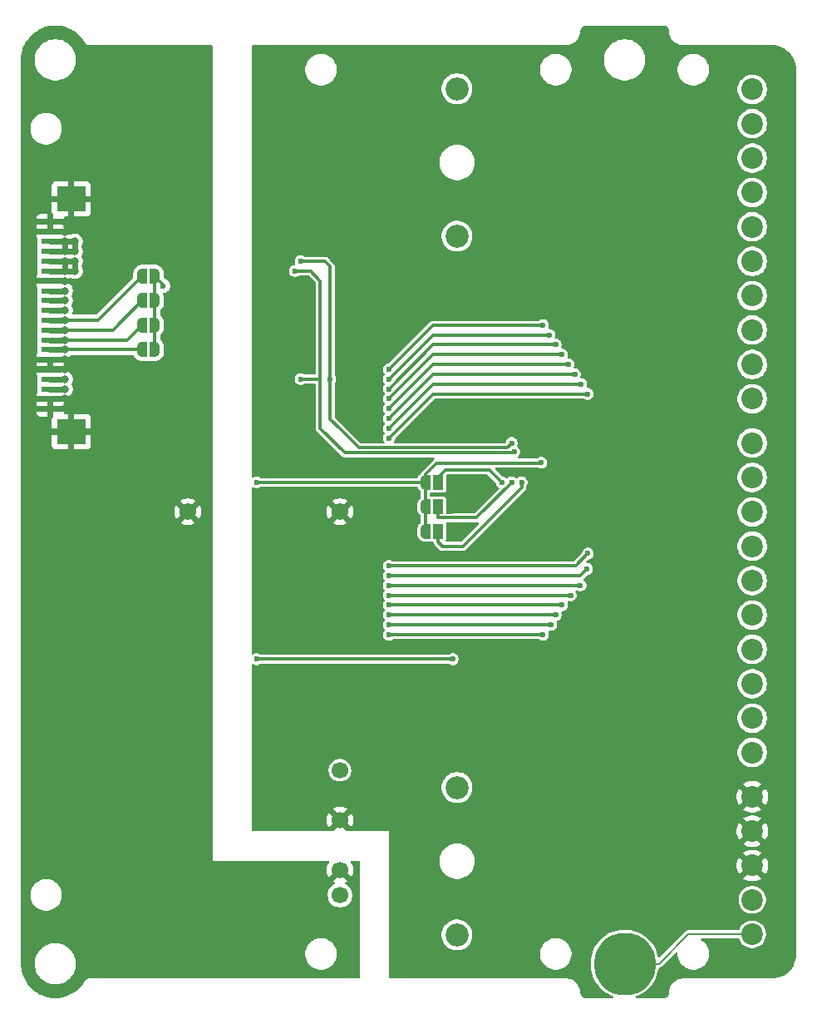
<source format=gbr>
%TF.GenerationSoftware,KiCad,Pcbnew,9.0.2*%
%TF.CreationDate,2025-06-28T16:09:41+03:00*%
%TF.ProjectId,PMCNV-DQ16src,504d434e-562d-4445-9131-367372632e6b,rev?*%
%TF.SameCoordinates,Original*%
%TF.FileFunction,Copper,L2,Bot*%
%TF.FilePolarity,Positive*%
%FSLAX46Y46*%
G04 Gerber Fmt 4.6, Leading zero omitted, Abs format (unit mm)*
G04 Created by KiCad (PCBNEW 9.0.2) date 2025-06-28 16:09:41*
%MOMM*%
%LPD*%
G01*
G04 APERTURE LIST*
G04 Aperture macros list*
%AMFreePoly0*
4,1,23,0.550000,-0.750000,0.000000,-0.750000,0.000000,-0.745722,-0.065263,-0.745722,-0.191342,-0.711940,-0.304381,-0.646677,-0.396677,-0.554381,-0.461940,-0.441342,-0.495722,-0.315263,-0.495722,-0.250000,-0.500000,-0.250000,-0.500000,0.250000,-0.495722,0.250000,-0.495722,0.315263,-0.461940,0.441342,-0.396677,0.554381,-0.304381,0.646677,-0.191342,0.711940,-0.065263,0.745722,0.000000,0.745722,
0.000000,0.750000,0.550000,0.750000,0.550000,-0.750000,0.550000,-0.750000,$1*%
%AMFreePoly1*
4,1,23,0.000000,0.745722,0.065263,0.745722,0.191342,0.711940,0.304381,0.646677,0.396677,0.554381,0.461940,0.441342,0.495722,0.315263,0.495722,0.250000,0.500000,0.250000,0.500000,-0.250000,0.495722,-0.250000,0.495722,-0.315263,0.461940,-0.441342,0.396677,-0.554381,0.304381,-0.646677,0.191342,-0.711940,0.065263,-0.745722,0.000000,-0.745722,0.000000,-0.750000,-0.550000,-0.750000,
-0.550000,0.750000,0.000000,0.750000,0.000000,0.745722,0.000000,0.745722,$1*%
%AMFreePoly2*
4,1,23,0.500000,-0.750000,0.000000,-0.750000,0.000000,-0.745722,-0.065263,-0.745722,-0.191342,-0.711940,-0.304381,-0.646677,-0.396677,-0.554381,-0.461940,-0.441342,-0.495722,-0.315263,-0.495722,-0.250000,-0.500000,-0.250000,-0.500000,0.250000,-0.495722,0.250000,-0.495722,0.315263,-0.461940,0.441342,-0.396677,0.554381,-0.304381,0.646677,-0.191342,0.711940,-0.065263,0.745722,0.000000,0.745722,
0.000000,0.750000,0.500000,0.750000,0.500000,-0.750000,0.500000,-0.750000,$1*%
%AMFreePoly3*
4,1,23,0.000000,0.745722,0.065263,0.745722,0.191342,0.711940,0.304381,0.646677,0.396677,0.554381,0.461940,0.441342,0.495722,0.315263,0.495722,0.250000,0.500000,0.250000,0.500000,-0.250000,0.495722,-0.250000,0.495722,-0.315263,0.461940,-0.441342,0.396677,-0.554381,0.304381,-0.646677,0.191342,-0.711940,0.065263,-0.745722,0.000000,-0.745722,0.000000,-0.750000,-0.500000,-0.750000,
-0.500000,0.750000,0.000000,0.750000,0.000000,0.745722,0.000000,0.745722,$1*%
G04 Aperture macros list end*
%TA.AperFunction,SMDPad,CuDef*%
%ADD10R,1.800000X0.600000*%
%TD*%
%TA.AperFunction,SMDPad,CuDef*%
%ADD11R,3.000000X2.600000*%
%TD*%
%TA.AperFunction,ComponentPad*%
%ADD12C,2.200000*%
%TD*%
%TA.AperFunction,ComponentPad*%
%ADD13C,2.350000*%
%TD*%
%TA.AperFunction,ComponentPad*%
%ADD14C,1.700000*%
%TD*%
%TA.AperFunction,ComponentPad*%
%ADD15O,6.350000X6.350000*%
%TD*%
%TA.AperFunction,ComponentPad*%
%ADD16C,1.725000*%
%TD*%
%TA.AperFunction,SMDPad,CuDef*%
%ADD17FreePoly0,180.000000*%
%TD*%
%TA.AperFunction,SMDPad,CuDef*%
%ADD18R,1.000000X1.500000*%
%TD*%
%TA.AperFunction,SMDPad,CuDef*%
%ADD19FreePoly1,180.000000*%
%TD*%
%TA.AperFunction,SMDPad,CuDef*%
%ADD20FreePoly2,0.000000*%
%TD*%
%TA.AperFunction,SMDPad,CuDef*%
%ADD21FreePoly3,0.000000*%
%TD*%
%TA.AperFunction,ViaPad*%
%ADD22C,0.800000*%
%TD*%
%TA.AperFunction,ViaPad*%
%ADD23C,0.600000*%
%TD*%
%TA.AperFunction,Conductor*%
%ADD24C,0.600000*%
%TD*%
%TA.AperFunction,Conductor*%
%ADD25C,0.300000*%
%TD*%
%TA.AperFunction,Conductor*%
%ADD26C,0.200000*%
%TD*%
G04 APERTURE END LIST*
D10*
%TO.P,JM2,1,Pin_1*%
%TO.N,GND_MCU*%
X-36546000Y29500000D03*
%TO.P,JM2,2,Pin_2*%
X-36546000Y28500000D03*
%TO.P,JM2,3,Pin_3*%
%TO.N,+5V_MCU*%
X-36546000Y27500000D03*
%TO.P,JM2,4,Pin_4*%
X-36546000Y26500000D03*
%TO.P,JM2,5,Pin_5*%
%TO.N,+3.3V_MCU*%
X-36546000Y25500000D03*
%TO.P,JM2,6,Pin_6*%
X-36546000Y24500000D03*
%TO.P,JM2,7,Pin_7*%
%TO.N,GND_MCU*%
X-36546000Y23500000D03*
%TO.P,JM2,8,Pin_8*%
%TO.N,/MOSI_MCU*%
X-36546000Y22500000D03*
%TO.P,JM2,9,Pin_9*%
%TO.N,/MISO_MCU*%
X-36546000Y21500000D03*
%TO.P,JM2,10,Pin_10*%
%TO.N,/SCK_MCU*%
X-36546000Y20500000D03*
%TO.P,JM2,11,Pin_11*%
%TO.N,/CS0_MCU*%
X-36546000Y19500000D03*
%TO.P,JM2,12,Pin_11*%
%TO.N,/CS1_MCU*%
X-36546000Y18500000D03*
%TO.P,JM2,13,Pin_11*%
%TO.N,/CS2_MCU*%
X-36546000Y17500000D03*
%TO.P,JM2,14,Pin_11*%
%TO.N,/CS3_MCU*%
X-36546000Y16500000D03*
%TO.P,JM2,15,Pin_11*%
%TO.N,GND_MCU*%
X-36546000Y15500000D03*
%TO.P,JM2,16,Pin_11*%
X-36546000Y14500000D03*
%TO.P,JM2,17,Pin_11*%
%TO.N,/SDA_MCU*%
X-36546000Y13500000D03*
%TO.P,JM2,18,Pin_11*%
%TO.N,/SCL_MCU*%
X-36546000Y12500000D03*
%TO.P,JM2,19,Pin_11*%
%TO.N,GND_MCU*%
X-36546000Y11500000D03*
%TO.P,JM2,20,Pin_11*%
X-36546000Y10500000D03*
D11*
%TO.P,JM2,MP1,Pin_11*%
X-34375000Y31850000D03*
%TO.P,JM2,MP2,Pin_11*%
X-34375000Y8150000D03*
%TD*%
D12*
%TO.P,J6,1,Pin_1*%
%TO.N,/PE*%
X35000000Y-43000000D03*
%TO.P,J6,2,Pin_2*%
X35000000Y-39500000D03*
%TO.P,J6,3,Pin_3*%
%TO.N,GND_CNV*%
X35000000Y-36000000D03*
%TO.P,J6,4,Pin_4*%
X35000000Y-32500000D03*
%TO.P,J6,5,Pin_5*%
X35000000Y-29000000D03*
%TD*%
%TO.P,J5,1,Pin_1*%
%TO.N,/b.7_out*%
X35000000Y-24500000D03*
%TO.P,J5,2,Pin_2*%
%TO.N,/b.6_out*%
X35000000Y-21000000D03*
%TO.P,J5,3,Pin_3*%
%TO.N,/b.5_out*%
X35000000Y-17500000D03*
%TO.P,J5,4,Pin_4*%
%TO.N,/b.4_out*%
X35000000Y-14000000D03*
%TO.P,J5,5,Pin_5*%
%TO.N,/b.3_out*%
X35000000Y-10500000D03*
%TO.P,J5,6,Pin_6*%
%TO.N,/b.2_out*%
X35000000Y-7000000D03*
%TO.P,J5,7,Pin_7*%
%TO.N,/b.1_out*%
X35000000Y-3500000D03*
%TO.P,J5,8,Pin_8*%
%TO.N,/b.0_out*%
X35000000Y0D03*
%TO.P,J5,9,Pin_9*%
%TO.N,+V_b*%
X35000000Y3500000D03*
%TO.P,J5,10,Pin_10*%
X35000000Y7000000D03*
%TD*%
%TO.P,J3,1,Pin_1*%
%TO.N,/a.7_out*%
X35000000Y11500000D03*
%TO.P,J3,2,Pin_2*%
%TO.N,/a.6_out*%
X35000000Y15000000D03*
%TO.P,J3,3,Pin_3*%
%TO.N,/a.5_out*%
X35000000Y18500000D03*
%TO.P,J3,4,Pin_4*%
%TO.N,/a.4_out*%
X35000000Y22000000D03*
%TO.P,J3,5,Pin_5*%
%TO.N,/a.3_out*%
X35000000Y25500000D03*
%TO.P,J3,6,Pin_6*%
%TO.N,/a.2_out*%
X35000000Y29000000D03*
%TO.P,J3,7,Pin_7*%
%TO.N,/a.1_out*%
X35000000Y32500000D03*
%TO.P,J3,8,Pin_8*%
%TO.N,/a.0_out*%
X35000000Y36000000D03*
%TO.P,J3,9,Pin_9*%
%TO.N,+V_a*%
X35000000Y39500000D03*
%TO.P,J3,10,Pin_10*%
X35000000Y43000000D03*
%TD*%
D13*
%TO.P,U8,1,1*%
%TO.N,Net-(U6-VCC)*%
X4920000Y28060000D03*
%TO.P,U8,2,2*%
%TO.N,+V_a*%
X4920000Y43060000D03*
%TD*%
%TO.P,U9,1,1*%
%TO.N,Net-(U7-VCC)*%
X4920000Y-28060000D03*
%TO.P,U9,2,2*%
%TO.N,+V_b*%
X4920000Y-43060000D03*
%TD*%
D14*
%TO.P,PS1,1,Vin*%
%TO.N,+5V_MCU*%
X-7000000Y-39000000D03*
%TO.P,PS1,2,GND*%
%TO.N,GND_MCU*%
X-7000000Y-36460000D03*
%TO.P,PS1,4,0V*%
%TO.N,GND_CNV*%
X-7000000Y-31380000D03*
%TO.P,PS1,6,+V*%
%TO.N,+5V_CNV*%
X-7000000Y-26300000D03*
%TD*%
D15*
%TO.P,PE1,1*%
%TO.N,/PE*%
X22000000Y-46000000D03*
%TD*%
D16*
%TO.P,U2,1*%
%TO.N,GND_MCU*%
X-22500000Y0D03*
%TD*%
%TO.P,U5,1*%
%TO.N,GND_CNV*%
X-7000000Y0D03*
%TD*%
D17*
%TO.P,JP5,1,A*%
%TO.N,GND_CNV*%
X4300000Y3000000D03*
D18*
%TO.P,JP5,2,C*%
%TO.N,/A0*%
X3000000Y3000000D03*
D19*
%TO.P,JP5,3,B*%
%TO.N,+5V_CNV*%
X1700000Y3000000D03*
%TD*%
D20*
%TO.P,JP1,1,A*%
%TO.N,/CS0_MCU*%
X-27150000Y24000000D03*
D21*
%TO.P,JP1,2,B*%
%TO.N,/CS_MCU*%
X-25850000Y24000000D03*
%TD*%
D20*
%TO.P,JP2,1,A*%
%TO.N,/CS1_MCU*%
X-27150000Y21500000D03*
D21*
%TO.P,JP2,2,B*%
%TO.N,/CS_MCU*%
X-25850000Y21500000D03*
%TD*%
D17*
%TO.P,JP6,1,A*%
%TO.N,GND_CNV*%
X4300000Y500000D03*
D18*
%TO.P,JP6,2,C*%
%TO.N,/A1*%
X3000000Y500000D03*
D19*
%TO.P,JP6,3,B*%
%TO.N,+5V_CNV*%
X1700000Y500000D03*
%TD*%
D17*
%TO.P,JP7,1,A*%
%TO.N,GND_CNV*%
X4300000Y-2000000D03*
D18*
%TO.P,JP7,2,C*%
%TO.N,/A2*%
X3000000Y-2000000D03*
D19*
%TO.P,JP7,3,B*%
%TO.N,+5V_CNV*%
X1700000Y-2000000D03*
%TD*%
D20*
%TO.P,JP3,1,A*%
%TO.N,/CS2_MCU*%
X-27150000Y19000000D03*
D21*
%TO.P,JP3,2,B*%
%TO.N,/CS_MCU*%
X-25850000Y19000000D03*
%TD*%
D20*
%TO.P,JP4,1,A*%
%TO.N,/CS3_MCU*%
X-27150000Y16500000D03*
D21*
%TO.P,JP4,2,B*%
%TO.N,/CS_MCU*%
X-25850000Y16500000D03*
%TD*%
D22*
%TO.N,GND_MCU*%
X-35000000Y23500000D03*
X-35000000Y29500000D03*
X-35000000Y28500000D03*
X-35000000Y15500000D03*
X-35000000Y14500000D03*
X-35000000Y11500000D03*
X-35000000Y10500000D03*
%TO.N,+3.3V_MCU*%
X-34000000Y24500000D03*
X-34000000Y25500000D03*
%TO.N,+5V_MCU*%
X-34000000Y26500000D03*
X-34000000Y27500000D03*
D23*
%TO.N,GND_MCU*%
X-28500000Y27500000D03*
%TO.N,/CS_MCU*%
X-25000000Y23000000D03*
D22*
%TO.N,/SCL_MCU*%
X-35000000Y12500000D03*
%TO.N,/SDA_MCU*%
X-35000000Y13500000D03*
%TO.N,/CS3_MCU*%
X-35000000Y16500000D03*
%TO.N,/CS2_MCU*%
X-35000000Y17500000D03*
%TO.N,/CS1_MCU*%
X-35000000Y18500000D03*
%TO.N,/CS0_MCU*%
X-35000000Y19500000D03*
%TO.N,/SCK_MCU*%
X-35000000Y20500000D03*
%TO.N,/MISO_MCU*%
X-35000000Y21500000D03*
%TO.N,/MOSI_MCU*%
X-35000000Y22500000D03*
%TO.N,+3.3V_MCU*%
X-35000000Y24500000D03*
X-35000000Y25500000D03*
%TO.N,+5V_MCU*%
X-35000000Y26500000D03*
X-35000000Y27500000D03*
D23*
%TO.N,GND_MCU*%
X-34500000Y34000000D03*
X-36000000Y6000000D03*
X-33000000Y6000000D03*
X-34500000Y6000000D03*
X-36000000Y34000000D03*
X-32000000Y9000000D03*
X-32000000Y32500000D03*
X-33000000Y34000000D03*
X-32000000Y7500000D03*
X-32000000Y31000000D03*
%TO.N,+5V_CNV*%
X-15500000Y3000000D03*
X-15500000Y-15000000D03*
X4500000Y-15000000D03*
X13500000Y5000000D03*
%TO.N,GND_CNV*%
X5250000Y-2750000D03*
D22*
X-13500000Y31000000D03*
X-3500000Y-29000000D03*
D23*
X5000000Y1750000D03*
X12750000Y5750000D03*
X12750000Y6750000D03*
X29685000Y-16510000D03*
D22*
X-11500000Y33000000D03*
X-2500000Y-30000000D03*
X-4500000Y-28000000D03*
X-11500000Y31000000D03*
D23*
X12250000Y10500000D03*
D22*
X-4500000Y-30000000D03*
X-13500000Y33000000D03*
D23*
X30955000Y-16510000D03*
D22*
X-2500000Y-28000000D03*
X-12500000Y32000000D03*
D23*
X30320000Y-17780000D03*
%TO.N,/a.0_in*%
X-2000000Y14500000D03*
X13675002Y19000000D03*
%TO.N,/b.0_in*%
X18250000Y-4250000D03*
X-2000000Y-5500000D03*
%TO.N,/b.7_in*%
X13674999Y-12500000D03*
X-2000000Y-12500000D03*
%TO.N,/b.5_in*%
X15000000Y-10500000D03*
X-2000000Y-10500000D03*
%TO.N,/a.2_in*%
X-2000000Y12500000D03*
X15000000Y17000000D03*
%TO.N,/b.6_in*%
X-2000000Y-11500000D03*
X14500000Y-11500000D03*
%TO.N,/a.3_in*%
X-2000000Y11500000D03*
X15625001Y16000000D03*
%TO.N,/a.5_in*%
X16925000Y14000000D03*
X-2000000Y9500000D03*
%TO.N,/a.7_in*%
X-2000000Y7500000D03*
X18225000Y12000000D03*
%TO.N,/b.2_in*%
X17500000Y-7500000D03*
X-2000000Y-7500000D03*
%TO.N,/b.1_in*%
X18175000Y-5825000D03*
X-2000000Y-6500000D03*
%TO.N,/b.4_in*%
X15625001Y-9500000D03*
X-2000000Y-9500000D03*
%TO.N,/a.4_in*%
X16274999Y15000000D03*
X-2000000Y10500000D03*
%TO.N,/a.6_in*%
X17574999Y13000000D03*
X-2000000Y8500000D03*
%TO.N,/b.3_in*%
X16500000Y-8500000D03*
X-2000000Y-8500000D03*
%TO.N,/a.1_in*%
X-2000000Y13500000D03*
X14325001Y18000000D03*
%TO.N,/MOSI_CNV*%
X10500000Y7000000D03*
X-11000000Y25500000D03*
X-8000000Y13500000D03*
%TO.N,/SCK_CNV*%
X-11000000Y13500000D03*
X-11600000Y24500000D03*
X10750000Y6100000D03*
%TO.N,/A0*%
X9500000Y3000000D03*
%TO.N,/A1*%
X10500000Y3000000D03*
%TO.N,/A2*%
X11500000Y3000000D03*
%TD*%
D24*
%TO.N,+3.3V_MCU*%
X-35000000Y24500000D02*
X-34000000Y24500000D01*
X-34000000Y25500000D02*
X-35000000Y25500000D01*
X-34000000Y25500000D02*
X-34000000Y24500000D01*
%TO.N,+5V_MCU*%
X-34000000Y26500000D02*
X-34000000Y27500000D01*
X-35000000Y26500000D02*
X-34000000Y26500000D01*
X-34000000Y27500000D02*
X-35000000Y27500000D01*
%TO.N,+3.3V_MCU*%
X-35000000Y25500000D02*
X-35000000Y24500000D01*
%TO.N,+5V_MCU*%
X-35000000Y27500000D02*
X-35000000Y26500000D01*
D25*
%TO.N,+5V_CNV*%
X-15500000Y3000000D02*
X1700000Y3000000D01*
X4500000Y-15000000D02*
X-15500000Y-15000000D01*
%TO.N,/SCK_CNV*%
X-9000000Y23500000D02*
X-9000000Y13500000D01*
X-11000000Y13500000D02*
X-9000000Y13500000D01*
%TO.N,/MOSI_CNV*%
X-11000000Y25500000D02*
X-8500000Y25500000D01*
X-8500000Y25500000D02*
X-8000000Y25000000D01*
%TO.N,/SCK_CNV*%
X-11600000Y24500000D02*
X-10000000Y24500000D01*
X-10000000Y24500000D02*
X-9000000Y23500000D01*
X-9000000Y13500000D02*
X-9000000Y8500000D01*
X-9000000Y8500000D02*
X-6500000Y6000000D01*
X-6500000Y6000000D02*
X10559120Y6000000D01*
X10559120Y6000000D02*
X10659120Y6100000D01*
X10659120Y6100000D02*
X10750000Y6100000D01*
%TO.N,/CS_MCU*%
X-25000000Y23000000D02*
X-25000000Y23150000D01*
X-25000000Y23150000D02*
X-25850000Y24000000D01*
X-26000000Y24150000D02*
X-25850000Y24000000D01*
D24*
%TO.N,/SCL_MCU*%
X-36546000Y12500000D02*
X-35000000Y12500000D01*
%TO.N,/SDA_MCU*%
X-36546000Y13500000D02*
X-35000000Y13500000D01*
%TO.N,/CS3_MCU*%
X-36546000Y16500000D02*
X-35000000Y16500000D01*
%TO.N,/CS2_MCU*%
X-36546000Y17500000D02*
X-35000000Y17500000D01*
%TO.N,/CS1_MCU*%
X-36546000Y18500000D02*
X-35000000Y18500000D01*
%TO.N,/CS0_MCU*%
X-36546000Y19500000D02*
X-35000000Y19500000D01*
%TO.N,/SCK_MCU*%
X-36546000Y20500000D02*
X-35000000Y20500000D01*
%TO.N,/MISO_MCU*%
X-36546000Y21500000D02*
X-35000000Y21500000D01*
%TO.N,/MOSI_MCU*%
X-36546000Y22500000D02*
X-35000000Y22500000D01*
%TO.N,+3.3V_MCU*%
X-35000000Y24500000D02*
X-36546000Y24500000D01*
X-35000000Y25500000D02*
X-36546000Y25500000D01*
%TO.N,+5V_MCU*%
X-36546000Y26500000D02*
X-35000000Y26500000D01*
X-36546000Y27500000D02*
X-35000000Y27500000D01*
D25*
%TO.N,+5V_CNV*%
X13500000Y5000000D02*
X13451000Y4951000D01*
X1700000Y3837810D02*
X1700000Y3000000D01*
X13451000Y4951000D02*
X2813190Y4951000D01*
X1700000Y3000000D02*
X1700000Y500000D01*
X2813190Y4951000D02*
X1700000Y3837810D01*
X1700000Y500000D02*
X1700000Y-2000000D01*
%TO.N,/CS0_MCU*%
X-31650000Y19500000D02*
X-35056000Y19500000D01*
X-27150000Y24000000D02*
X-31650000Y19500000D01*
%TO.N,/CS1_MCU*%
X-35056000Y18500000D02*
X-30150000Y18500000D01*
X-30150000Y18500000D02*
X-27150000Y21500000D01*
%TO.N,/CS3_MCU*%
X-35000000Y16500000D02*
X-27150000Y16500000D01*
%TO.N,/a.0_in*%
X2500000Y19000000D02*
X-2000000Y14500000D01*
X13675002Y19000000D02*
X2500000Y19000000D01*
%TO.N,/b.0_in*%
X18250000Y-4250000D02*
X17000000Y-5500000D01*
X17000000Y-5500000D02*
X-2000000Y-5500000D01*
%TO.N,/b.7_in*%
X13674999Y-12500000D02*
X-2000000Y-12500000D01*
%TO.N,/b.5_in*%
X15000000Y-10500000D02*
X-2000000Y-10500000D01*
%TO.N,/a.2_in*%
X2500000Y17000000D02*
X-2000000Y12500000D01*
X15000000Y17000000D02*
X2500000Y17000000D01*
%TO.N,/b.6_in*%
X14500000Y-11500000D02*
X-2000000Y-11500000D01*
%TO.N,/a.3_in*%
X15625001Y16000000D02*
X2500000Y16000000D01*
X2500000Y16000000D02*
X-2000000Y11500000D01*
%TO.N,/a.5_in*%
X2500000Y14000000D02*
X-2000000Y9500000D01*
X16925000Y14000000D02*
X2500000Y14000000D01*
%TO.N,/a.7_in*%
X18225000Y12000000D02*
X2500000Y12000000D01*
X2500000Y12000000D02*
X-2000000Y7500000D01*
%TO.N,/b.2_in*%
X17500000Y-7500000D02*
X-2000000Y-7500000D01*
%TO.N,/b.1_in*%
X17500000Y-6500000D02*
X-2000000Y-6500000D01*
X18175000Y-5825000D02*
X17500000Y-6500000D01*
%TO.N,/b.4_in*%
X15625001Y-9500000D02*
X-2000000Y-9500000D01*
%TO.N,/a.4_in*%
X16274999Y15000000D02*
X2500000Y15000000D01*
X2500000Y15000000D02*
X-2000000Y10500000D01*
%TO.N,/a.6_in*%
X2500000Y13000000D02*
X-2000000Y8500000D01*
X17574999Y13000000D02*
X2500000Y13000000D01*
%TO.N,/b.3_in*%
X16500000Y-8500000D02*
X-2000000Y-8500000D01*
%TO.N,/a.1_in*%
X14325001Y18000000D02*
X2500000Y18000000D01*
X2500000Y18000000D02*
X-2000000Y13500000D01*
D26*
%TO.N,/PE*%
X28476700Y-43000000D02*
X36000000Y-43000000D01*
X25476700Y-46000000D02*
X28476700Y-43000000D01*
X22000000Y-46000000D02*
X25476700Y-46000000D01*
D25*
%TO.N,/MOSI_CNV*%
X-5058224Y6500000D02*
X-7029112Y8470888D01*
X-8000000Y9441776D02*
X-7029112Y8470888D01*
X-8000000Y25000000D02*
X-8000000Y9441776D01*
X10000000Y6500000D02*
X-5058224Y6500000D01*
X10500000Y7000000D02*
X10000000Y6500000D01*
%TO.N,/A0*%
X3000000Y3503462D02*
X3000000Y3000000D01*
X8250000Y4250000D02*
X3746538Y4250000D01*
X3746538Y4250000D02*
X3000000Y3503462D01*
X9500000Y3000000D02*
X8250000Y4250000D01*
%TO.N,/A1*%
X6894000Y-606000D02*
X10500000Y3000000D01*
X3056000Y-606000D02*
X6894000Y-606000D01*
X3000000Y-550000D02*
X3056000Y-606000D01*
X3000000Y500000D02*
X3000000Y-550000D01*
%TO.N,/A2*%
X3000000Y-3050000D02*
X3450000Y-3500000D01*
X5500000Y-3500000D02*
X11500000Y2500000D01*
X3000000Y-2000000D02*
X3000000Y-3050000D01*
X11500000Y2500000D02*
X11500000Y3000000D01*
X3450000Y-3500000D02*
X5500000Y-3500000D01*
%TO.N,/CS2_MCU*%
X-28649998Y17500002D02*
X-35056000Y17500002D01*
X-27150000Y19000000D02*
X-28649998Y17500002D01*
%TO.N,/CS_MCU*%
X-25850000Y16500000D02*
X-25850000Y20000000D01*
X-25850000Y20000000D02*
X-25850000Y24000000D01*
%TD*%
%TA.AperFunction,Conductor*%
%TO.N,GND_CNV*%
G36*
X26006922Y49498720D02*
G01*
X26097266Y49488541D01*
X26124331Y49482364D01*
X26203540Y49454648D01*
X26228553Y49442602D01*
X26299606Y49397957D01*
X26321313Y49380645D01*
X26380644Y49321314D01*
X26397957Y49299605D01*
X26442600Y49228556D01*
X26454648Y49203538D01*
X26482362Y49124334D01*
X26488540Y49097265D01*
X26498720Y49006924D01*
X26499500Y48993039D01*
X26499500Y48892683D01*
X26530044Y48680236D01*
X26530047Y48680226D01*
X26590517Y48474285D01*
X26679672Y48279062D01*
X26679679Y48279049D01*
X26734860Y48193186D01*
X26794425Y48100500D01*
X26795720Y48098486D01*
X26936275Y47936276D01*
X27060277Y47828828D01*
X27098487Y47795719D01*
X27169245Y47750246D01*
X27279048Y47679680D01*
X27279061Y47679673D01*
X27474284Y47590518D01*
X27474288Y47590517D01*
X27474290Y47590516D01*
X27680231Y47530046D01*
X27680232Y47530046D01*
X27680235Y47530045D01*
X27743584Y47520938D01*
X27892682Y47499500D01*
X27934108Y47499500D01*
X36934108Y47499500D01*
X36996249Y47499500D01*
X37003736Y47499274D01*
X37293796Y47481729D01*
X37308659Y47479924D01*
X37590798Y47428220D01*
X37605335Y47424637D01*
X37879172Y47339305D01*
X37893163Y47334000D01*
X38154743Y47216273D01*
X38167989Y47209320D01*
X38413465Y47060925D01*
X38425776Y47052427D01*
X38472520Y47015806D01*
X38651573Y46875527D01*
X38662781Y46865597D01*
X38865596Y46662782D01*
X38875526Y46651574D01*
X39007406Y46483241D01*
X39052422Y46425783D01*
X39060926Y46413463D01*
X39177398Y46220795D01*
X39209316Y46167996D01*
X39216275Y46154737D01*
X39333997Y45893169D01*
X39339306Y45879168D01*
X39424635Y45605337D01*
X39428219Y45590799D01*
X39479923Y45308660D01*
X39481728Y45293795D01*
X39499274Y45003737D01*
X39499500Y44996250D01*
X39499500Y-44996249D01*
X39499274Y-45003736D01*
X39481728Y-45293794D01*
X39479923Y-45308659D01*
X39428219Y-45590798D01*
X39424635Y-45605336D01*
X39339306Y-45879167D01*
X39333997Y-45893168D01*
X39216275Y-46154736D01*
X39209316Y-46167995D01*
X39060928Y-46413459D01*
X39052422Y-46425782D01*
X38875526Y-46651573D01*
X38865596Y-46662781D01*
X38662781Y-46865596D01*
X38651573Y-46875526D01*
X38425782Y-47052422D01*
X38413459Y-47060928D01*
X38167995Y-47209316D01*
X38154736Y-47216275D01*
X37893168Y-47333997D01*
X37879167Y-47339306D01*
X37605336Y-47424635D01*
X37590798Y-47428219D01*
X37308659Y-47479923D01*
X37293794Y-47481728D01*
X37003736Y-47499274D01*
X36996249Y-47499500D01*
X27892682Y-47499500D01*
X27680235Y-47530044D01*
X27680225Y-47530047D01*
X27474284Y-47590517D01*
X27279061Y-47679672D01*
X27279048Y-47679679D01*
X27098485Y-47795720D01*
X26936275Y-47936275D01*
X26795720Y-48098485D01*
X26679679Y-48279048D01*
X26679672Y-48279061D01*
X26590517Y-48474284D01*
X26530047Y-48680225D01*
X26530044Y-48680235D01*
X26499500Y-48892682D01*
X26499500Y-48993038D01*
X26498720Y-49006922D01*
X26498720Y-49006923D01*
X26488540Y-49097264D01*
X26482362Y-49124333D01*
X26454648Y-49203537D01*
X26442600Y-49228555D01*
X26397957Y-49299604D01*
X26380644Y-49321313D01*
X26321313Y-49380644D01*
X26299604Y-49397957D01*
X26228555Y-49442600D01*
X26203537Y-49454648D01*
X26124333Y-49482362D01*
X26097264Y-49488540D01*
X26017075Y-49497576D01*
X26006921Y-49498720D01*
X25993038Y-49499500D01*
X23256767Y-49499500D01*
X23189728Y-49479815D01*
X23143973Y-49427011D01*
X23134029Y-49357853D01*
X23163054Y-49294297D01*
X23209314Y-49260939D01*
X23487760Y-49145603D01*
X23788919Y-48984631D01*
X24072850Y-48794914D01*
X24336818Y-48578281D01*
X24578281Y-48336818D01*
X24794914Y-48072850D01*
X24984631Y-47788919D01*
X25145603Y-47487760D01*
X25276282Y-47172273D01*
X25375409Y-46845496D01*
X25442029Y-46510577D01*
X25442382Y-46506989D01*
X25468531Y-46442204D01*
X25525560Y-46401837D01*
X25533667Y-46399363D01*
X25631288Y-46373207D01*
X25722613Y-46320480D01*
X27187819Y-44855272D01*
X27249142Y-44821788D01*
X27318834Y-44826772D01*
X27374767Y-44868644D01*
X27399184Y-44934108D01*
X27399500Y-44942954D01*
X27399500Y-45125962D01*
X27406787Y-45171969D01*
X27438910Y-45374785D01*
X27516760Y-45614383D01*
X27595413Y-45768747D01*
X27626246Y-45829260D01*
X27631132Y-45838848D01*
X27779201Y-46042649D01*
X27779205Y-46042654D01*
X27957345Y-46220794D01*
X27957350Y-46220798D01*
X28094550Y-46320479D01*
X28161155Y-46368870D01*
X28304184Y-46441747D01*
X28385616Y-46483239D01*
X28385618Y-46483239D01*
X28385621Y-46483241D01*
X28625215Y-46561090D01*
X28874038Y-46600500D01*
X28874039Y-46600500D01*
X29125961Y-46600500D01*
X29125962Y-46600500D01*
X29374785Y-46561090D01*
X29614379Y-46483241D01*
X29838845Y-46368870D01*
X30042656Y-46220793D01*
X30220793Y-46042656D01*
X30368870Y-45838845D01*
X30483241Y-45614379D01*
X30561090Y-45374785D01*
X30600500Y-45125962D01*
X30600500Y-44874038D01*
X30561090Y-44625215D01*
X30483241Y-44385621D01*
X30483239Y-44385618D01*
X30483239Y-44385616D01*
X30394314Y-44211092D01*
X30368870Y-44161155D01*
X30314537Y-44086372D01*
X30220798Y-43957350D01*
X30220794Y-43957345D01*
X30042654Y-43779205D01*
X30042649Y-43779201D01*
X29838849Y-43631132D01*
X29837375Y-43630229D01*
X29836932Y-43629739D01*
X29834904Y-43628266D01*
X29835213Y-43627840D01*
X29790498Y-43578419D01*
X29779074Y-43509490D01*
X29806729Y-43445326D01*
X29864683Y-43406300D01*
X29902162Y-43400500D01*
X33567465Y-43400500D01*
X33634504Y-43420185D01*
X33680259Y-43472989D01*
X33685396Y-43486183D01*
X33702102Y-43537601D01*
X33802187Y-43734025D01*
X33931752Y-43912358D01*
X33931756Y-43912363D01*
X34087636Y-44068243D01*
X34087641Y-44068247D01*
X34243192Y-44181260D01*
X34265978Y-44197815D01*
X34391399Y-44261721D01*
X34462393Y-44297895D01*
X34462396Y-44297896D01*
X34567221Y-44331955D01*
X34672049Y-44366015D01*
X34889778Y-44400500D01*
X34889779Y-44400500D01*
X35110221Y-44400500D01*
X35110222Y-44400500D01*
X35327951Y-44366015D01*
X35537606Y-44297895D01*
X35734022Y-44197815D01*
X35912365Y-44068242D01*
X36068242Y-43912365D01*
X36197815Y-43734022D01*
X36297895Y-43537606D01*
X36366015Y-43327951D01*
X36400500Y-43110222D01*
X36400500Y-42889778D01*
X36366015Y-42672049D01*
X36314603Y-42513817D01*
X36297896Y-42462396D01*
X36297895Y-42462393D01*
X36263237Y-42394375D01*
X36197815Y-42265978D01*
X36174769Y-42234258D01*
X36068247Y-42087641D01*
X36068243Y-42087636D01*
X35912363Y-41931756D01*
X35912358Y-41931752D01*
X35734025Y-41802187D01*
X35734024Y-41802186D01*
X35734022Y-41802185D01*
X35671096Y-41770122D01*
X35537606Y-41702104D01*
X35537603Y-41702103D01*
X35327952Y-41633985D01*
X35219086Y-41616742D01*
X35110222Y-41599500D01*
X34889778Y-41599500D01*
X34817201Y-41610995D01*
X34672047Y-41633985D01*
X34462396Y-41702103D01*
X34462393Y-41702104D01*
X34265974Y-41802187D01*
X34087641Y-41931752D01*
X34087636Y-41931756D01*
X33931756Y-42087636D01*
X33931752Y-42087641D01*
X33802187Y-42265974D01*
X33702102Y-42462398D01*
X33685396Y-42513817D01*
X33645959Y-42571493D01*
X33581601Y-42598692D01*
X33567465Y-42599500D01*
X28537039Y-42599500D01*
X28537023Y-42599499D01*
X28529427Y-42599499D01*
X28423973Y-42599499D01*
X28395001Y-42607262D01*
X28330334Y-42624589D01*
X28330335Y-42624590D01*
X28322112Y-42626793D01*
X28322110Y-42626794D01*
X28230785Y-42679521D01*
X28156218Y-42754089D01*
X25602560Y-45307745D01*
X25541237Y-45341230D01*
X25471545Y-45336246D01*
X25415612Y-45294374D01*
X25393261Y-45244255D01*
X25375410Y-45154509D01*
X25375409Y-45154508D01*
X25375409Y-45154504D01*
X25276282Y-44827727D01*
X25145603Y-44512240D01*
X24984631Y-44211081D01*
X24794914Y-43927150D01*
X24578281Y-43663182D01*
X24578280Y-43663181D01*
X24578276Y-43663176D01*
X24336823Y-43421723D01*
X24072855Y-43205090D01*
X24072854Y-43205089D01*
X24072850Y-43205086D01*
X23788919Y-43015369D01*
X23788914Y-43015366D01*
X23788907Y-43015362D01*
X23579941Y-42903669D01*
X23487760Y-42854397D01*
X23487753Y-42854394D01*
X23172274Y-42723718D01*
X22845490Y-42624589D01*
X22510583Y-42557972D01*
X22510566Y-42557969D01*
X22253579Y-42532658D01*
X22170740Y-42524500D01*
X21829260Y-42524500D01*
X21752646Y-42532045D01*
X21489433Y-42557969D01*
X21489416Y-42557972D01*
X21154509Y-42624589D01*
X20827725Y-42723718D01*
X20512246Y-42854394D01*
X20512232Y-42854401D01*
X20211092Y-43015362D01*
X20211074Y-43015373D01*
X19927158Y-43205080D01*
X19927144Y-43205090D01*
X19663176Y-43421723D01*
X19421723Y-43663176D01*
X19205090Y-43927144D01*
X19205080Y-43927158D01*
X19015373Y-44211074D01*
X19015362Y-44211092D01*
X18854401Y-44512232D01*
X18854394Y-44512246D01*
X18723718Y-44827725D01*
X18624589Y-45154509D01*
X18557972Y-45489416D01*
X18557969Y-45489433D01*
X18532045Y-45752646D01*
X18524500Y-45829260D01*
X18524500Y-46170740D01*
X18529430Y-46220793D01*
X18557969Y-46510566D01*
X18557972Y-46510583D01*
X18624589Y-46845490D01*
X18723718Y-47172274D01*
X18740669Y-47213197D01*
X18854397Y-47487760D01*
X18860672Y-47499500D01*
X19015362Y-47788907D01*
X19015373Y-47788925D01*
X19205080Y-48072841D01*
X19205090Y-48072855D01*
X19421723Y-48336823D01*
X19663176Y-48578276D01*
X19663181Y-48578280D01*
X19663182Y-48578281D01*
X19927150Y-48794914D01*
X20211081Y-48984631D01*
X20211090Y-48984636D01*
X20211092Y-48984637D01*
X20252785Y-49006922D01*
X20512240Y-49145603D01*
X20683944Y-49216725D01*
X20790686Y-49260939D01*
X20845089Y-49304780D01*
X20867154Y-49371074D01*
X20849875Y-49438774D01*
X20798737Y-49486384D01*
X20743233Y-49499500D01*
X18006962Y-49499500D01*
X17993078Y-49498720D01*
X17980553Y-49497308D01*
X17902735Y-49488540D01*
X17875666Y-49482362D01*
X17796462Y-49454648D01*
X17771444Y-49442600D01*
X17700395Y-49397957D01*
X17678686Y-49380644D01*
X17619355Y-49321313D01*
X17602042Y-49299604D01*
X17598707Y-49294297D01*
X17557398Y-49228553D01*
X17545351Y-49203537D01*
X17517637Y-49124333D01*
X17511459Y-49097263D01*
X17501280Y-49006922D01*
X17500500Y-48993038D01*
X17500500Y-48892683D01*
X17500500Y-48892682D01*
X17469954Y-48680231D01*
X17409484Y-48474290D01*
X17409483Y-48474288D01*
X17409482Y-48474284D01*
X17320327Y-48279061D01*
X17320320Y-48279048D01*
X17249102Y-48168231D01*
X17204281Y-48098487D01*
X17124227Y-48006100D01*
X17063724Y-47936275D01*
X16901514Y-47795720D01*
X16901513Y-47795719D01*
X16836991Y-47754253D01*
X16720951Y-47679679D01*
X16720938Y-47679672D01*
X16525715Y-47590517D01*
X16319774Y-47530047D01*
X16319764Y-47530044D01*
X16128754Y-47502582D01*
X16107318Y-47499500D01*
X16065892Y-47499500D01*
X-1876000Y-47499500D01*
X-1943039Y-47479815D01*
X-1988794Y-47427011D01*
X-2000000Y-47375500D01*
X-2000000Y-44874038D01*
X13399500Y-44874038D01*
X13399500Y-44921750D01*
X13399500Y-45125962D01*
X13406787Y-45171969D01*
X13438910Y-45374785D01*
X13516760Y-45614383D01*
X13595413Y-45768747D01*
X13626246Y-45829260D01*
X13631132Y-45838848D01*
X13779201Y-46042649D01*
X13779205Y-46042654D01*
X13957345Y-46220794D01*
X13957350Y-46220798D01*
X14094550Y-46320479D01*
X14161155Y-46368870D01*
X14304184Y-46441747D01*
X14385616Y-46483239D01*
X14385618Y-46483239D01*
X14385621Y-46483241D01*
X14625215Y-46561090D01*
X14874038Y-46600500D01*
X14874039Y-46600500D01*
X15125961Y-46600500D01*
X15125962Y-46600500D01*
X15374785Y-46561090D01*
X15614379Y-46483241D01*
X15838845Y-46368870D01*
X16042656Y-46220793D01*
X16220793Y-46042656D01*
X16368870Y-45838845D01*
X16483241Y-45614379D01*
X16561090Y-45374785D01*
X16600500Y-45125962D01*
X16600500Y-44874038D01*
X16561090Y-44625215D01*
X16483241Y-44385621D01*
X16483239Y-44385618D01*
X16483239Y-44385616D01*
X16394314Y-44211092D01*
X16368870Y-44161155D01*
X16314537Y-44086372D01*
X16220798Y-43957350D01*
X16220794Y-43957345D01*
X16042654Y-43779205D01*
X16042649Y-43779201D01*
X15838848Y-43631132D01*
X15838847Y-43631131D01*
X15838845Y-43631130D01*
X15735394Y-43578419D01*
X15614383Y-43516760D01*
X15374785Y-43438910D01*
X15125962Y-43399500D01*
X14874038Y-43399500D01*
X14831105Y-43406300D01*
X14625214Y-43438910D01*
X14385616Y-43516760D01*
X14161151Y-43631132D01*
X13957350Y-43779201D01*
X13957345Y-43779205D01*
X13779205Y-43957345D01*
X13779201Y-43957350D01*
X13631132Y-44161151D01*
X13516760Y-44385616D01*
X13438910Y-44625214D01*
X13437281Y-44635500D01*
X13399500Y-44874038D01*
X-2000000Y-44874038D01*
X-2000000Y-42935999D01*
X3344500Y-42935999D01*
X3344500Y-43184000D01*
X3382152Y-43421723D01*
X3383294Y-43428931D01*
X3459927Y-43664782D01*
X3572511Y-43885742D01*
X3718276Y-44086370D01*
X3893630Y-44261724D01*
X4094258Y-44407489D01*
X4315218Y-44520073D01*
X4551069Y-44596706D01*
X4642920Y-44611253D01*
X4796000Y-44635500D01*
X4796005Y-44635500D01*
X5044000Y-44635500D01*
X5180070Y-44613947D01*
X5288931Y-44596706D01*
X5524782Y-44520073D01*
X5745742Y-44407489D01*
X5946370Y-44261724D01*
X6121724Y-44086370D01*
X6267489Y-43885742D01*
X6380073Y-43664782D01*
X6456706Y-43428931D01*
X6473947Y-43320070D01*
X6495500Y-43184000D01*
X6495500Y-42935999D01*
X6456706Y-42691072D01*
X6456706Y-42691069D01*
X6380073Y-42455218D01*
X6267489Y-42234258D01*
X6121724Y-42033630D01*
X5946370Y-41858276D01*
X5745742Y-41712511D01*
X5524782Y-41599927D01*
X5288931Y-41523294D01*
X5288929Y-41523293D01*
X5288927Y-41523293D01*
X5044000Y-41484500D01*
X5043995Y-41484500D01*
X4796005Y-41484500D01*
X4796000Y-41484500D01*
X4551072Y-41523293D01*
X4315215Y-41599928D01*
X4094257Y-41712511D01*
X3979792Y-41795675D01*
X3893630Y-41858276D01*
X3893628Y-41858278D01*
X3893627Y-41858278D01*
X3718278Y-42033627D01*
X3718278Y-42033628D01*
X3718276Y-42033630D01*
X3679039Y-42087635D01*
X3572511Y-42234257D01*
X3459928Y-42455215D01*
X3383293Y-42691072D01*
X3344500Y-42935999D01*
X-2000000Y-42935999D01*
X-2000000Y-39389778D01*
X33599500Y-39389778D01*
X33599500Y-39610221D01*
X33633985Y-39827952D01*
X33702103Y-40037603D01*
X33702104Y-40037606D01*
X33802187Y-40234025D01*
X33931752Y-40412358D01*
X33931756Y-40412363D01*
X34087636Y-40568243D01*
X34087641Y-40568247D01*
X34243192Y-40681260D01*
X34265978Y-40697815D01*
X34394375Y-40763237D01*
X34462393Y-40797895D01*
X34462396Y-40797896D01*
X34567221Y-40831955D01*
X34672049Y-40866015D01*
X34889778Y-40900500D01*
X34889779Y-40900500D01*
X35110221Y-40900500D01*
X35110222Y-40900500D01*
X35327951Y-40866015D01*
X35537606Y-40797895D01*
X35734022Y-40697815D01*
X35912365Y-40568242D01*
X36068242Y-40412365D01*
X36197815Y-40234022D01*
X36297895Y-40037606D01*
X36366015Y-39827951D01*
X36400500Y-39610222D01*
X36400500Y-39389778D01*
X36366015Y-39172049D01*
X36297895Y-38962394D01*
X36297895Y-38962393D01*
X36263237Y-38894375D01*
X36197815Y-38765978D01*
X36172105Y-38730591D01*
X36068247Y-38587641D01*
X36068243Y-38587636D01*
X35912363Y-38431756D01*
X35912358Y-38431752D01*
X35734025Y-38302187D01*
X35734024Y-38302186D01*
X35734022Y-38302185D01*
X35632584Y-38250499D01*
X35537606Y-38202104D01*
X35537603Y-38202103D01*
X35327952Y-38133985D01*
X35219086Y-38116742D01*
X35110222Y-38099500D01*
X34889778Y-38099500D01*
X34817201Y-38110995D01*
X34672047Y-38133985D01*
X34462396Y-38202103D01*
X34462393Y-38202104D01*
X34265974Y-38302187D01*
X34087641Y-38431752D01*
X34087636Y-38431756D01*
X33931756Y-38587636D01*
X33931752Y-38587641D01*
X33802187Y-38765974D01*
X33702104Y-38962393D01*
X33702103Y-38962396D01*
X33633985Y-39172047D01*
X33599500Y-39389778D01*
X-2000000Y-39389778D01*
X-2000000Y-35441995D01*
X3119500Y-35441995D01*
X3119500Y-35678004D01*
X3119501Y-35678020D01*
X3150306Y-35912010D01*
X3211394Y-36139993D01*
X3301714Y-36358045D01*
X3301719Y-36358056D01*
X3339945Y-36424264D01*
X3419727Y-36562450D01*
X3419729Y-36562453D01*
X3419730Y-36562454D01*
X3563406Y-36749697D01*
X3563412Y-36749704D01*
X3730295Y-36916587D01*
X3730301Y-36916592D01*
X3917550Y-37060273D01*
X4048918Y-37136118D01*
X4121943Y-37178280D01*
X4121948Y-37178282D01*
X4121951Y-37178284D01*
X4340007Y-37268606D01*
X4567986Y-37329693D01*
X4801989Y-37360500D01*
X4801996Y-37360500D01*
X5038004Y-37360500D01*
X5038011Y-37360500D01*
X5272014Y-37329693D01*
X5499993Y-37268606D01*
X5718049Y-37178284D01*
X5922450Y-37060273D01*
X6109699Y-36916592D01*
X6276592Y-36749699D01*
X6420273Y-36562450D01*
X6538284Y-36358049D01*
X6628606Y-36139993D01*
X6689693Y-35912014D01*
X6694688Y-35874071D01*
X33400000Y-35874071D01*
X33400000Y-36125928D01*
X33439397Y-36374669D01*
X33517219Y-36614184D01*
X33631559Y-36838586D01*
X33675991Y-36899742D01*
X33675992Y-36899743D01*
X34339979Y-36235756D01*
X34379668Y-36331574D01*
X34456274Y-36446224D01*
X34553776Y-36543726D01*
X34668426Y-36620332D01*
X34764242Y-36660020D01*
X34100255Y-37324006D01*
X34100256Y-37324007D01*
X34161413Y-37368440D01*
X34385815Y-37482780D01*
X34625330Y-37560602D01*
X34874072Y-37600000D01*
X35125928Y-37600000D01*
X35374669Y-37560602D01*
X35614184Y-37482780D01*
X35838575Y-37368446D01*
X35838588Y-37368438D01*
X35899742Y-37324007D01*
X35899743Y-37324006D01*
X35235756Y-36660020D01*
X35331574Y-36620332D01*
X35446224Y-36543726D01*
X35543726Y-36446224D01*
X35620332Y-36331574D01*
X35660020Y-36235757D01*
X36324006Y-36899743D01*
X36324007Y-36899742D01*
X36368438Y-36838588D01*
X36368446Y-36838575D01*
X36482780Y-36614184D01*
X36560602Y-36374669D01*
X36600000Y-36125928D01*
X36600000Y-35874071D01*
X36560602Y-35625330D01*
X36482780Y-35385815D01*
X36368440Y-35161413D01*
X36324007Y-35100256D01*
X36324006Y-35100255D01*
X35660020Y-35764242D01*
X35620332Y-35668426D01*
X35543726Y-35553776D01*
X35446224Y-35456274D01*
X35331574Y-35379668D01*
X35235756Y-35339979D01*
X35899743Y-34675992D01*
X35899742Y-34675991D01*
X35838586Y-34631559D01*
X35614184Y-34517219D01*
X35374669Y-34439397D01*
X35125928Y-34400000D01*
X34874072Y-34400000D01*
X34625330Y-34439397D01*
X34385815Y-34517219D01*
X34161418Y-34631556D01*
X34161416Y-34631557D01*
X34100256Y-34675991D01*
X34100256Y-34675992D01*
X34764243Y-35339979D01*
X34668426Y-35379668D01*
X34553776Y-35456274D01*
X34456274Y-35553776D01*
X34379668Y-35668426D01*
X34339979Y-35764243D01*
X33675992Y-35100256D01*
X33675991Y-35100256D01*
X33631557Y-35161416D01*
X33631556Y-35161418D01*
X33517219Y-35385815D01*
X33439397Y-35625330D01*
X33400000Y-35874071D01*
X6694688Y-35874071D01*
X6720500Y-35678011D01*
X6720500Y-35441989D01*
X6689693Y-35207986D01*
X6628606Y-34980007D01*
X6538285Y-34761954D01*
X6538280Y-34761943D01*
X6496118Y-34688918D01*
X6420273Y-34557550D01*
X6276592Y-34370301D01*
X6276587Y-34370295D01*
X6109704Y-34203412D01*
X6109697Y-34203406D01*
X5922454Y-34059730D01*
X5922453Y-34059729D01*
X5922450Y-34059727D01*
X5840957Y-34012677D01*
X5718056Y-33941719D01*
X5718045Y-33941714D01*
X5596354Y-33891308D01*
X5596352Y-33891307D01*
X5499996Y-33851395D01*
X5499994Y-33851394D01*
X5499993Y-33851394D01*
X5272014Y-33790307D01*
X5272013Y-33790306D01*
X5272010Y-33790306D01*
X5038020Y-33759501D01*
X5038017Y-33759500D01*
X5038011Y-33759500D01*
X4801989Y-33759500D01*
X4801983Y-33759500D01*
X4801979Y-33759501D01*
X4567989Y-33790306D01*
X4340006Y-33851394D01*
X4121954Y-33941714D01*
X4121943Y-33941719D01*
X3917545Y-34059730D01*
X3730302Y-34203406D01*
X3730295Y-34203412D01*
X3563412Y-34370295D01*
X3563406Y-34370302D01*
X3419730Y-34557545D01*
X3301719Y-34761943D01*
X3301714Y-34761954D01*
X3211394Y-34980006D01*
X3150306Y-35207989D01*
X3119501Y-35441979D01*
X3119500Y-35441995D01*
X-2000000Y-35441995D01*
X-2000000Y-32500000D01*
X-6304264Y-32500000D01*
X-6430193Y-32374071D01*
X33400000Y-32374071D01*
X33400000Y-32625928D01*
X33439397Y-32874669D01*
X33517219Y-33114184D01*
X33631559Y-33338586D01*
X33675991Y-33399742D01*
X33675992Y-33399743D01*
X34339979Y-32735756D01*
X34379668Y-32831574D01*
X34456274Y-32946224D01*
X34553776Y-33043726D01*
X34668426Y-33120332D01*
X34764242Y-33160020D01*
X34100255Y-33824006D01*
X34100256Y-33824007D01*
X34161413Y-33868440D01*
X34385815Y-33982780D01*
X34625330Y-34060602D01*
X34874072Y-34100000D01*
X35125928Y-34100000D01*
X35374669Y-34060602D01*
X35614184Y-33982780D01*
X35838575Y-33868446D01*
X35838588Y-33868438D01*
X35899742Y-33824007D01*
X35899743Y-33824006D01*
X35235756Y-33160020D01*
X35331574Y-33120332D01*
X35446224Y-33043726D01*
X35543726Y-32946224D01*
X35620332Y-32831574D01*
X35660020Y-32735757D01*
X36324006Y-33399743D01*
X36324007Y-33399742D01*
X36368438Y-33338588D01*
X36368446Y-33338575D01*
X36482780Y-33114184D01*
X36560602Y-32874669D01*
X36600000Y-32625928D01*
X36600000Y-32374071D01*
X36560602Y-32125330D01*
X36482780Y-31885815D01*
X36368440Y-31661413D01*
X36324007Y-31600256D01*
X36324006Y-31600255D01*
X35660020Y-32264242D01*
X35620332Y-32168426D01*
X35543726Y-32053776D01*
X35446224Y-31956274D01*
X35331574Y-31879668D01*
X35235756Y-31839979D01*
X35899743Y-31175992D01*
X35899742Y-31175991D01*
X35838586Y-31131559D01*
X35614184Y-31017219D01*
X35374669Y-30939397D01*
X35125928Y-30900000D01*
X34874072Y-30900000D01*
X34625330Y-30939397D01*
X34385815Y-31017219D01*
X34161418Y-31131556D01*
X34161416Y-31131557D01*
X34100256Y-31175991D01*
X34100256Y-31175992D01*
X34764243Y-31839979D01*
X34668426Y-31879668D01*
X34553776Y-31956274D01*
X34456274Y-32053776D01*
X34379668Y-32168426D01*
X34339979Y-32264243D01*
X33675992Y-31600256D01*
X33675991Y-31600256D01*
X33631557Y-31661416D01*
X33631556Y-31661418D01*
X33517219Y-31885815D01*
X33439397Y-32125330D01*
X33400000Y-32374071D01*
X-6430193Y-32374071D01*
X-6926359Y-31877905D01*
X-6807007Y-31845925D01*
X-6692993Y-31780099D01*
X-6599901Y-31687007D01*
X-6534075Y-31572993D01*
X-6502095Y-31453641D01*
X-5854975Y-32100762D01*
X-5854974Y-32100761D01*
X-5845383Y-32087563D01*
X-5845380Y-32087556D01*
X-5748905Y-31898217D01*
X-5683243Y-31696130D01*
X-5683243Y-31696127D01*
X-5650000Y-31486246D01*
X-5650000Y-31273755D01*
X-5654927Y-31242650D01*
X-5654927Y-31242649D01*
X-5683243Y-31063872D01*
X-5683243Y-31063869D01*
X-5748905Y-30861782D01*
X-5845374Y-30672453D01*
X-5845382Y-30672440D01*
X-5854975Y-30659237D01*
X-5854975Y-30659236D01*
X-6502095Y-31306357D01*
X-6534075Y-31187007D01*
X-6599901Y-31072993D01*
X-6692993Y-30979901D01*
X-6807007Y-30914075D01*
X-6926358Y-30882094D01*
X-6279239Y-30234973D01*
X-6292450Y-30225375D01*
X-6481783Y-30128904D01*
X-6683871Y-30063242D01*
X-6893754Y-30030000D01*
X-7106246Y-30030000D01*
X-7316128Y-30063242D01*
X-7316131Y-30063242D01*
X-7518218Y-30128904D01*
X-7707552Y-30225375D01*
X-7720763Y-30234972D01*
X-7720763Y-30234973D01*
X-7073642Y-30882094D01*
X-7192993Y-30914075D01*
X-7307007Y-30979901D01*
X-7400099Y-31072993D01*
X-7465925Y-31187007D01*
X-7497906Y-31306358D01*
X-8145027Y-30659237D01*
X-8145028Y-30659237D01*
X-8154625Y-30672448D01*
X-8251096Y-30861782D01*
X-8316758Y-31063869D01*
X-8316758Y-31063872D01*
X-8350000Y-31273753D01*
X-8350000Y-31486246D01*
X-8316758Y-31696127D01*
X-8316758Y-31696130D01*
X-8251096Y-31898217D01*
X-8154625Y-32087550D01*
X-8145027Y-32100761D01*
X-7497906Y-31453641D01*
X-7465925Y-31572993D01*
X-7400099Y-31687007D01*
X-7307007Y-31780099D01*
X-7192993Y-31845925D01*
X-7073642Y-31877905D01*
X-7695736Y-32500000D01*
X-7973036Y-32500000D01*
X-15876000Y-32500000D01*
X-15943039Y-32480315D01*
X-15988794Y-32427511D01*
X-16000000Y-32376000D01*
X-16000000Y-27935999D01*
X3344500Y-27935999D01*
X3344500Y-28184000D01*
X3376465Y-28385815D01*
X3383294Y-28428931D01*
X3459927Y-28664782D01*
X3572511Y-28885742D01*
X3718276Y-29086370D01*
X3893630Y-29261724D01*
X4094258Y-29407489D01*
X4315218Y-29520073D01*
X4551069Y-29596706D01*
X4642920Y-29611253D01*
X4796000Y-29635500D01*
X4796005Y-29635500D01*
X5044000Y-29635500D01*
X5180070Y-29613947D01*
X5288931Y-29596706D01*
X5524782Y-29520073D01*
X5745742Y-29407489D01*
X5946370Y-29261724D01*
X6121724Y-29086370D01*
X6267489Y-28885742D01*
X6273436Y-28874071D01*
X33400000Y-28874071D01*
X33400000Y-29125928D01*
X33439397Y-29374669D01*
X33517219Y-29614184D01*
X33631559Y-29838586D01*
X33675991Y-29899742D01*
X33675992Y-29899743D01*
X34339979Y-29235756D01*
X34379668Y-29331574D01*
X34456274Y-29446224D01*
X34553776Y-29543726D01*
X34668426Y-29620332D01*
X34764242Y-29660020D01*
X34100255Y-30324006D01*
X34100256Y-30324007D01*
X34161413Y-30368440D01*
X34385815Y-30482780D01*
X34625330Y-30560602D01*
X34874072Y-30600000D01*
X35125928Y-30600000D01*
X35374669Y-30560602D01*
X35614184Y-30482780D01*
X35838575Y-30368446D01*
X35838588Y-30368438D01*
X35899742Y-30324007D01*
X35899743Y-30324006D01*
X35235756Y-29660020D01*
X35331574Y-29620332D01*
X35446224Y-29543726D01*
X35543726Y-29446224D01*
X35620332Y-29331574D01*
X35660020Y-29235757D01*
X36324006Y-29899743D01*
X36324007Y-29899742D01*
X36368438Y-29838588D01*
X36368446Y-29838575D01*
X36482780Y-29614184D01*
X36560602Y-29374669D01*
X36600000Y-29125928D01*
X36600000Y-28874071D01*
X36560602Y-28625330D01*
X36482780Y-28385815D01*
X36368440Y-28161413D01*
X36324007Y-28100256D01*
X36324006Y-28100255D01*
X35660020Y-28764242D01*
X35620332Y-28668426D01*
X35543726Y-28553776D01*
X35446224Y-28456274D01*
X35331574Y-28379668D01*
X35235756Y-28339979D01*
X35899743Y-27675992D01*
X35899742Y-27675991D01*
X35838586Y-27631559D01*
X35614184Y-27517219D01*
X35374669Y-27439397D01*
X35125928Y-27400000D01*
X34874072Y-27400000D01*
X34625330Y-27439397D01*
X34385815Y-27517219D01*
X34161418Y-27631556D01*
X34161416Y-27631557D01*
X34100256Y-27675991D01*
X34100256Y-27675992D01*
X34764243Y-28339979D01*
X34668426Y-28379668D01*
X34553776Y-28456274D01*
X34456274Y-28553776D01*
X34379668Y-28668426D01*
X34339979Y-28764243D01*
X33675992Y-28100256D01*
X33675991Y-28100256D01*
X33631557Y-28161416D01*
X33631556Y-28161418D01*
X33517219Y-28385815D01*
X33439397Y-28625330D01*
X33400000Y-28874071D01*
X6273436Y-28874071D01*
X6380073Y-28664782D01*
X6456706Y-28428931D01*
X6477127Y-28300000D01*
X6495500Y-28184000D01*
X6495500Y-27935999D01*
X6464876Y-27742649D01*
X6456706Y-27691071D01*
X6456706Y-27691069D01*
X6380073Y-27455218D01*
X6267489Y-27234258D01*
X6121724Y-27033630D01*
X5946370Y-26858276D01*
X5745742Y-26712511D01*
X5524782Y-26599927D01*
X5288931Y-26523294D01*
X5288929Y-26523293D01*
X5288927Y-26523293D01*
X5044000Y-26484500D01*
X5043995Y-26484500D01*
X4796005Y-26484500D01*
X4796000Y-26484500D01*
X4551072Y-26523293D01*
X4315215Y-26599928D01*
X4094257Y-26712511D01*
X3979792Y-26795675D01*
X3893630Y-26858276D01*
X3893628Y-26858278D01*
X3893627Y-26858278D01*
X3718278Y-27033627D01*
X3718278Y-27033628D01*
X3718276Y-27033630D01*
X3706745Y-27049501D01*
X3572511Y-27234257D01*
X3459928Y-27455215D01*
X3383293Y-27691072D01*
X3344500Y-27935999D01*
X-16000000Y-27935999D01*
X-16000000Y-26209448D01*
X-8150500Y-26209448D01*
X-8150500Y-26390551D01*
X-8122171Y-26569410D01*
X-8066213Y-26741636D01*
X-8066212Y-26741639D01*
X-7983994Y-26902997D01*
X-7877559Y-27049494D01*
X-7877555Y-27049499D01*
X-7749500Y-27177554D01*
X-7749495Y-27177558D01*
X-7671453Y-27234258D01*
X-7602994Y-27283996D01*
X-7497516Y-27337740D01*
X-7441640Y-27366211D01*
X-7441637Y-27366212D01*
X-7355524Y-27394191D01*
X-7269409Y-27422171D01*
X-7186571Y-27435291D01*
X-7090551Y-27450500D01*
X-7090546Y-27450500D01*
X-6909449Y-27450500D01*
X-6822741Y-27436765D01*
X-6730591Y-27422171D01*
X-6558361Y-27366211D01*
X-6397006Y-27283996D01*
X-6250499Y-27177553D01*
X-6122447Y-27049501D01*
X-6016004Y-26902994D01*
X-5933789Y-26741639D01*
X-5877829Y-26569409D01*
X-5863235Y-26477259D01*
X-5849500Y-26390551D01*
X-5849500Y-26209448D01*
X-5865981Y-26105397D01*
X-5877829Y-26030591D01*
X-5933789Y-25858361D01*
X-5933789Y-25858360D01*
X-5972013Y-25783343D01*
X-6016004Y-25697006D01*
X-6054141Y-25644514D01*
X-6122442Y-25550505D01*
X-6122446Y-25550500D01*
X-6250501Y-25422445D01*
X-6250506Y-25422441D01*
X-6397003Y-25316006D01*
X-6397004Y-25316005D01*
X-6397006Y-25316004D01*
X-6455042Y-25286433D01*
X-6558361Y-25233788D01*
X-6558364Y-25233787D01*
X-6730590Y-25177829D01*
X-6909449Y-25149500D01*
X-6909454Y-25149500D01*
X-7090546Y-25149500D01*
X-7090551Y-25149500D01*
X-7269411Y-25177829D01*
X-7441637Y-25233787D01*
X-7441640Y-25233788D01*
X-7602998Y-25316006D01*
X-7749495Y-25422441D01*
X-7749500Y-25422445D01*
X-7877555Y-25550500D01*
X-7877559Y-25550505D01*
X-7983994Y-25697002D01*
X-8066212Y-25858360D01*
X-8066213Y-25858363D01*
X-8122171Y-26030589D01*
X-8150500Y-26209448D01*
X-16000000Y-26209448D01*
X-16000000Y-24381902D01*
X33499500Y-24381902D01*
X33499500Y-24618097D01*
X33536446Y-24851368D01*
X33609433Y-25075996D01*
X33716657Y-25286433D01*
X33855483Y-25477510D01*
X34022490Y-25644517D01*
X34213567Y-25783343D01*
X34312991Y-25834002D01*
X34424003Y-25890566D01*
X34424005Y-25890566D01*
X34424008Y-25890568D01*
X34544412Y-25929689D01*
X34648631Y-25963553D01*
X34881903Y-26000500D01*
X34881908Y-26000500D01*
X35118097Y-26000500D01*
X35351368Y-25963553D01*
X35575992Y-25890568D01*
X35786433Y-25783343D01*
X35977510Y-25644517D01*
X36144517Y-25477510D01*
X36283343Y-25286433D01*
X36390568Y-25075992D01*
X36463553Y-24851368D01*
X36500500Y-24618097D01*
X36500500Y-24381902D01*
X36463553Y-24148631D01*
X36390566Y-23924003D01*
X36283342Y-23713566D01*
X36144517Y-23522490D01*
X35977510Y-23355483D01*
X35786433Y-23216657D01*
X35575996Y-23109433D01*
X35351368Y-23036446D01*
X35118097Y-22999500D01*
X35118092Y-22999500D01*
X34881908Y-22999500D01*
X34881903Y-22999500D01*
X34648631Y-23036446D01*
X34424003Y-23109433D01*
X34213566Y-23216657D01*
X34104550Y-23295862D01*
X34022490Y-23355483D01*
X34022488Y-23355485D01*
X34022487Y-23355485D01*
X33855485Y-23522487D01*
X33855485Y-23522488D01*
X33855483Y-23522490D01*
X33795862Y-23604550D01*
X33716657Y-23713566D01*
X33609433Y-23924003D01*
X33536446Y-24148631D01*
X33499500Y-24381902D01*
X-16000000Y-24381902D01*
X-16000000Y-20881902D01*
X33499500Y-20881902D01*
X33499500Y-21118097D01*
X33536446Y-21351368D01*
X33609433Y-21575996D01*
X33716657Y-21786433D01*
X33855483Y-21977510D01*
X34022490Y-22144517D01*
X34213567Y-22283343D01*
X34312991Y-22334002D01*
X34424003Y-22390566D01*
X34424005Y-22390566D01*
X34424008Y-22390568D01*
X34544412Y-22429689D01*
X34648631Y-22463553D01*
X34881903Y-22500500D01*
X34881908Y-22500500D01*
X35118097Y-22500500D01*
X35351368Y-22463553D01*
X35575992Y-22390568D01*
X35786433Y-22283343D01*
X35977510Y-22144517D01*
X36144517Y-21977510D01*
X36283343Y-21786433D01*
X36390568Y-21575992D01*
X36463553Y-21351368D01*
X36500500Y-21118097D01*
X36500500Y-20881902D01*
X36463553Y-20648631D01*
X36390566Y-20424003D01*
X36283342Y-20213566D01*
X36144517Y-20022490D01*
X35977510Y-19855483D01*
X35786433Y-19716657D01*
X35575996Y-19609433D01*
X35351368Y-19536446D01*
X35118097Y-19499500D01*
X35118092Y-19499500D01*
X34881908Y-19499500D01*
X34881903Y-19499500D01*
X34648631Y-19536446D01*
X34424003Y-19609433D01*
X34213566Y-19716657D01*
X34104550Y-19795862D01*
X34022490Y-19855483D01*
X34022488Y-19855485D01*
X34022487Y-19855485D01*
X33855485Y-20022487D01*
X33855485Y-20022488D01*
X33855483Y-20022490D01*
X33795862Y-20104550D01*
X33716657Y-20213566D01*
X33609433Y-20424003D01*
X33536446Y-20648631D01*
X33499500Y-20881902D01*
X-16000000Y-20881902D01*
X-16000000Y-17381902D01*
X33499500Y-17381902D01*
X33499500Y-17618097D01*
X33536446Y-17851368D01*
X33609433Y-18075996D01*
X33716657Y-18286433D01*
X33855483Y-18477510D01*
X34022490Y-18644517D01*
X34213567Y-18783343D01*
X34312991Y-18834002D01*
X34424003Y-18890566D01*
X34424005Y-18890566D01*
X34424008Y-18890568D01*
X34544412Y-18929689D01*
X34648631Y-18963553D01*
X34881903Y-19000500D01*
X34881908Y-19000500D01*
X35118097Y-19000500D01*
X35351368Y-18963553D01*
X35575992Y-18890568D01*
X35786433Y-18783343D01*
X35977510Y-18644517D01*
X36144517Y-18477510D01*
X36283343Y-18286433D01*
X36390568Y-18075992D01*
X36463553Y-17851368D01*
X36500500Y-17618097D01*
X36500500Y-17381902D01*
X36463553Y-17148631D01*
X36390566Y-16924003D01*
X36283342Y-16713566D01*
X36144517Y-16522490D01*
X35977510Y-16355483D01*
X35786433Y-16216657D01*
X35575996Y-16109433D01*
X35351368Y-16036446D01*
X35118097Y-15999500D01*
X35118092Y-15999500D01*
X34881908Y-15999500D01*
X34881903Y-15999500D01*
X34648631Y-16036446D01*
X34424003Y-16109433D01*
X34213566Y-16216657D01*
X34104550Y-16295862D01*
X34022490Y-16355483D01*
X34022488Y-16355485D01*
X34022487Y-16355485D01*
X33855485Y-16522487D01*
X33855485Y-16522488D01*
X33855483Y-16522490D01*
X33795862Y-16604550D01*
X33716657Y-16713566D01*
X33609433Y-16924003D01*
X33536446Y-17148631D01*
X33499500Y-17381902D01*
X-16000000Y-17381902D01*
X-16000000Y-15619497D01*
X-15980315Y-15552458D01*
X-15927511Y-15506703D01*
X-15858353Y-15496759D01*
X-15814001Y-15512109D01*
X-15731784Y-15559577D01*
X-15579057Y-15600500D01*
X-15579055Y-15600500D01*
X-15420945Y-15600500D01*
X-15420943Y-15600500D01*
X-15268216Y-15559577D01*
X-15131284Y-15480520D01*
X-15131279Y-15480514D01*
X-15125557Y-15476125D01*
X-15060388Y-15450930D01*
X-15050069Y-15450500D01*
X4050069Y-15450500D01*
X4117108Y-15470185D01*
X4125557Y-15476125D01*
X4131281Y-15480517D01*
X4131284Y-15480520D01*
X4131287Y-15480521D01*
X4131290Y-15480524D01*
X4255885Y-15552458D01*
X4268216Y-15559577D01*
X4420943Y-15600500D01*
X4420945Y-15600500D01*
X4579055Y-15600500D01*
X4579057Y-15600500D01*
X4731784Y-15559577D01*
X4868716Y-15480520D01*
X4980520Y-15368716D01*
X5059577Y-15231784D01*
X5100500Y-15079057D01*
X5100500Y-14920943D01*
X5059577Y-14768216D01*
X5059573Y-14768209D01*
X4980524Y-14631290D01*
X4980518Y-14631282D01*
X4868717Y-14519481D01*
X4868709Y-14519475D01*
X4731790Y-14440426D01*
X4731786Y-14440424D01*
X4731784Y-14440423D01*
X4579057Y-14399500D01*
X4420943Y-14399500D01*
X4268216Y-14440423D01*
X4268209Y-14440426D01*
X4131290Y-14519475D01*
X4125557Y-14523875D01*
X4060388Y-14549070D01*
X4050069Y-14549500D01*
X-15050069Y-14549500D01*
X-15117108Y-14529815D01*
X-15125557Y-14523875D01*
X-15131291Y-14519475D01*
X-15268210Y-14440426D01*
X-15268214Y-14440424D01*
X-15268216Y-14440423D01*
X-15420943Y-14399500D01*
X-15579057Y-14399500D01*
X-15731784Y-14440423D01*
X-15731785Y-14440423D01*
X-15814001Y-14487890D01*
X-15881902Y-14504361D01*
X-15947928Y-14481509D01*
X-15991118Y-14426587D01*
X-16000000Y-14380502D01*
X-16000000Y-13881902D01*
X33499500Y-13881902D01*
X33499500Y-14118097D01*
X33536446Y-14351368D01*
X33609433Y-14575996D01*
X33707371Y-14768209D01*
X33716657Y-14786433D01*
X33855483Y-14977510D01*
X34022490Y-15144517D01*
X34213567Y-15283343D01*
X34312991Y-15334002D01*
X34424003Y-15390566D01*
X34424005Y-15390566D01*
X34424008Y-15390568D01*
X34544412Y-15429689D01*
X34648631Y-15463553D01*
X34881903Y-15500500D01*
X34881908Y-15500500D01*
X35118097Y-15500500D01*
X35351368Y-15463553D01*
X35390217Y-15450930D01*
X35575992Y-15390568D01*
X35786433Y-15283343D01*
X35977510Y-15144517D01*
X36144517Y-14977510D01*
X36283343Y-14786433D01*
X36390568Y-14575992D01*
X36463553Y-14351368D01*
X36500500Y-14118097D01*
X36500500Y-13881902D01*
X36463553Y-13648631D01*
X36390566Y-13424003D01*
X36283342Y-13213566D01*
X36144517Y-13022490D01*
X35977510Y-12855483D01*
X35786433Y-12716657D01*
X35575996Y-12609433D01*
X35351368Y-12536446D01*
X35118097Y-12499500D01*
X35118092Y-12499500D01*
X34881908Y-12499500D01*
X34881903Y-12499500D01*
X34648631Y-12536446D01*
X34424003Y-12609433D01*
X34213566Y-12716657D01*
X34104550Y-12795862D01*
X34022490Y-12855483D01*
X34022488Y-12855485D01*
X34022487Y-12855485D01*
X33855485Y-13022487D01*
X33855485Y-13022488D01*
X33855483Y-13022490D01*
X33828538Y-13059577D01*
X33716657Y-13213566D01*
X33609433Y-13424003D01*
X33536446Y-13648631D01*
X33499500Y-13881902D01*
X-16000000Y-13881902D01*
X-16000000Y-5420943D01*
X-2600500Y-5420943D01*
X-2600500Y-5579056D01*
X-2559577Y-5731783D01*
X-2559574Y-5731790D01*
X-2480525Y-5868709D01*
X-2480519Y-5868717D01*
X-2436917Y-5912319D01*
X-2403432Y-5973642D01*
X-2408416Y-6043334D01*
X-2436917Y-6087681D01*
X-2480519Y-6131282D01*
X-2480525Y-6131290D01*
X-2559574Y-6268209D01*
X-2559577Y-6268216D01*
X-2600500Y-6420943D01*
X-2600500Y-6579057D01*
X-2581857Y-6648631D01*
X-2559577Y-6731783D01*
X-2559574Y-6731790D01*
X-2480525Y-6868709D01*
X-2480519Y-6868717D01*
X-2436917Y-6912319D01*
X-2403432Y-6973642D01*
X-2408416Y-7043334D01*
X-2436917Y-7087681D01*
X-2480519Y-7131282D01*
X-2480525Y-7131290D01*
X-2559574Y-7268209D01*
X-2559577Y-7268216D01*
X-2600500Y-7420943D01*
X-2600500Y-7579056D01*
X-2559577Y-7731783D01*
X-2559574Y-7731790D01*
X-2480525Y-7868709D01*
X-2480519Y-7868717D01*
X-2436917Y-7912319D01*
X-2403432Y-7973642D01*
X-2408416Y-8043334D01*
X-2436917Y-8087681D01*
X-2480519Y-8131282D01*
X-2480525Y-8131290D01*
X-2559574Y-8268209D01*
X-2559577Y-8268216D01*
X-2600500Y-8420943D01*
X-2600500Y-8579056D01*
X-2559577Y-8731783D01*
X-2559574Y-8731790D01*
X-2480525Y-8868709D01*
X-2480519Y-8868717D01*
X-2436917Y-8912319D01*
X-2403432Y-8973642D01*
X-2408416Y-9043334D01*
X-2436917Y-9087681D01*
X-2480519Y-9131282D01*
X-2480525Y-9131290D01*
X-2559574Y-9268209D01*
X-2559577Y-9268216D01*
X-2600500Y-9420943D01*
X-2600500Y-9579056D01*
X-2559577Y-9731783D01*
X-2559574Y-9731790D01*
X-2480525Y-9868709D01*
X-2480519Y-9868717D01*
X-2436917Y-9912319D01*
X-2403432Y-9973642D01*
X-2408416Y-10043334D01*
X-2436917Y-10087681D01*
X-2480519Y-10131282D01*
X-2480525Y-10131290D01*
X-2559574Y-10268209D01*
X-2559577Y-10268216D01*
X-2600500Y-10420943D01*
X-2600500Y-10579057D01*
X-2590040Y-10618092D01*
X-2559577Y-10731783D01*
X-2559574Y-10731790D01*
X-2480525Y-10868709D01*
X-2480519Y-10868717D01*
X-2436917Y-10912319D01*
X-2403432Y-10973642D01*
X-2408416Y-11043334D01*
X-2436917Y-11087681D01*
X-2480519Y-11131282D01*
X-2480525Y-11131290D01*
X-2559574Y-11268209D01*
X-2559577Y-11268216D01*
X-2600500Y-11420943D01*
X-2600500Y-11579056D01*
X-2559577Y-11731783D01*
X-2559574Y-11731790D01*
X-2480525Y-11868709D01*
X-2480519Y-11868717D01*
X-2436917Y-11912319D01*
X-2403432Y-11973642D01*
X-2408416Y-12043334D01*
X-2436917Y-12087681D01*
X-2480519Y-12131282D01*
X-2480525Y-12131290D01*
X-2559574Y-12268209D01*
X-2559577Y-12268216D01*
X-2600500Y-12420943D01*
X-2600500Y-12579056D01*
X-2559577Y-12731783D01*
X-2559574Y-12731790D01*
X-2480525Y-12868709D01*
X-2480521Y-12868714D01*
X-2480520Y-12868716D01*
X-2368716Y-12980520D01*
X-2368714Y-12980521D01*
X-2368710Y-12980524D01*
X-2231791Y-13059573D01*
X-2231784Y-13059577D01*
X-2079057Y-13100500D01*
X-2079055Y-13100500D01*
X-1920945Y-13100500D01*
X-1920943Y-13100500D01*
X-1768216Y-13059577D01*
X-1631284Y-12980520D01*
X-1631279Y-12980514D01*
X-1625557Y-12976125D01*
X-1560388Y-12950930D01*
X-1550069Y-12950500D01*
X13225068Y-12950500D01*
X13292107Y-12970185D01*
X13300556Y-12976125D01*
X13306280Y-12980517D01*
X13306283Y-12980520D01*
X13306286Y-12980521D01*
X13306289Y-12980524D01*
X13443208Y-13059573D01*
X13443215Y-13059577D01*
X13595942Y-13100500D01*
X13595944Y-13100500D01*
X13754054Y-13100500D01*
X13754056Y-13100500D01*
X13906783Y-13059577D01*
X14043715Y-12980520D01*
X14155519Y-12868716D01*
X14234576Y-12731784D01*
X14275499Y-12579057D01*
X14275499Y-12420943D01*
X14234576Y-12268216D01*
X14234572Y-12268209D01*
X14231465Y-12260706D01*
X14233173Y-12259998D01*
X14219125Y-12202080D01*
X14241979Y-12136054D01*
X14296901Y-12092865D01*
X14366455Y-12086226D01*
X14375057Y-12088205D01*
X14420943Y-12100500D01*
X14420945Y-12100500D01*
X14579055Y-12100500D01*
X14579057Y-12100500D01*
X14731784Y-12059577D01*
X14868716Y-11980520D01*
X14980520Y-11868716D01*
X15059577Y-11731784D01*
X15100500Y-11579057D01*
X15100500Y-11420943D01*
X15059577Y-11268216D01*
X15059129Y-11267440D01*
X15058951Y-11266705D01*
X15056466Y-11260706D01*
X15057401Y-11260318D01*
X15042655Y-11199544D01*
X15065505Y-11133516D01*
X15120424Y-11090323D01*
X15134406Y-11085669D01*
X15231784Y-11059577D01*
X15368716Y-10980520D01*
X15480520Y-10868716D01*
X15559577Y-10731784D01*
X15600500Y-10579057D01*
X15600500Y-10420943D01*
X15590039Y-10381902D01*
X33499500Y-10381902D01*
X33499500Y-10618097D01*
X33536446Y-10851368D01*
X33609433Y-11075996D01*
X33703351Y-11260318D01*
X33716657Y-11286433D01*
X33855483Y-11477510D01*
X34022490Y-11644517D01*
X34213567Y-11783343D01*
X34312991Y-11834002D01*
X34424003Y-11890566D01*
X34424005Y-11890566D01*
X34424008Y-11890568D01*
X34544412Y-11929689D01*
X34648631Y-11963553D01*
X34881903Y-12000500D01*
X34881908Y-12000500D01*
X35118097Y-12000500D01*
X35351368Y-11963553D01*
X35575992Y-11890568D01*
X35786433Y-11783343D01*
X35977510Y-11644517D01*
X36144517Y-11477510D01*
X36283343Y-11286433D01*
X36390568Y-11075992D01*
X36463553Y-10851368D01*
X36500500Y-10618097D01*
X36500500Y-10381902D01*
X36463553Y-10148631D01*
X36390566Y-9924003D01*
X36292625Y-9731784D01*
X36283343Y-9713567D01*
X36144517Y-9522490D01*
X35977510Y-9355483D01*
X35786433Y-9216657D01*
X35575996Y-9109433D01*
X35351368Y-9036446D01*
X35118097Y-8999500D01*
X35118092Y-8999500D01*
X34881908Y-8999500D01*
X34881903Y-8999500D01*
X34648631Y-9036446D01*
X34424003Y-9109433D01*
X34213566Y-9216657D01*
X34142612Y-9268209D01*
X34022490Y-9355483D01*
X34022488Y-9355485D01*
X34022487Y-9355485D01*
X33855485Y-9522487D01*
X33855485Y-9522488D01*
X33855483Y-9522490D01*
X33814386Y-9579055D01*
X33716657Y-9713566D01*
X33609433Y-9924003D01*
X33536446Y-10148631D01*
X33499500Y-10381902D01*
X15590039Y-10381902D01*
X15559577Y-10268216D01*
X15558613Y-10266547D01*
X15556020Y-10256997D01*
X15556578Y-10229660D01*
X15553658Y-10202472D01*
X15557281Y-10195234D01*
X15557447Y-10187142D01*
X15572697Y-10164445D01*
X15584939Y-10139996D01*
X15591900Y-10135866D01*
X15596415Y-10129148D01*
X15621513Y-10118299D01*
X15645031Y-10104349D01*
X15657375Y-10102799D01*
X15660550Y-10101427D01*
X15663903Y-10101979D01*
X15675686Y-10100500D01*
X15704056Y-10100500D01*
X15704058Y-10100500D01*
X15856785Y-10059577D01*
X15993717Y-9980520D01*
X16105521Y-9868716D01*
X16184578Y-9731784D01*
X16225501Y-9579057D01*
X16225501Y-9420943D01*
X16184578Y-9268216D01*
X16176449Y-9254136D01*
X16159976Y-9186236D01*
X16182829Y-9120209D01*
X16237750Y-9077018D01*
X16307303Y-9070377D01*
X16315906Y-9072355D01*
X16420943Y-9100500D01*
X16420946Y-9100500D01*
X16579055Y-9100500D01*
X16579057Y-9100500D01*
X16731784Y-9059577D01*
X16868716Y-8980520D01*
X16980520Y-8868716D01*
X17059577Y-8731784D01*
X17100500Y-8579057D01*
X17100500Y-8420943D01*
X17059577Y-8268216D01*
X17005959Y-8175346D01*
X16989486Y-8107445D01*
X17012339Y-8041419D01*
X17067260Y-7998228D01*
X17136814Y-7991587D01*
X17175346Y-8005959D01*
X17268216Y-8059577D01*
X17420943Y-8100500D01*
X17420945Y-8100500D01*
X17579055Y-8100500D01*
X17579057Y-8100500D01*
X17731784Y-8059577D01*
X17868716Y-7980520D01*
X17980520Y-7868716D01*
X18059577Y-7731784D01*
X18100500Y-7579057D01*
X18100500Y-7420943D01*
X18059577Y-7268216D01*
X18059573Y-7268209D01*
X17980524Y-7131290D01*
X17980518Y-7131282D01*
X17868715Y-7019479D01*
X17858648Y-7013667D01*
X17849478Y-7008373D01*
X17832223Y-6990277D01*
X17812211Y-6975296D01*
X17808531Y-6965430D01*
X17801263Y-6957808D01*
X17796530Y-6933255D01*
X17787794Y-6909832D01*
X17790032Y-6899542D01*
X17788039Y-6889201D01*
X17790961Y-6881902D01*
X33499500Y-6881902D01*
X33499500Y-7118097D01*
X33536446Y-7351368D01*
X33609433Y-7575996D01*
X33688811Y-7731783D01*
X33716657Y-7786433D01*
X33855483Y-7977510D01*
X34022490Y-8144517D01*
X34213567Y-8283343D01*
X34312991Y-8334002D01*
X34424003Y-8390566D01*
X34424005Y-8390566D01*
X34424008Y-8390568D01*
X34544412Y-8429689D01*
X34648631Y-8463553D01*
X34881903Y-8500500D01*
X34881908Y-8500500D01*
X35118097Y-8500500D01*
X35351368Y-8463553D01*
X35575992Y-8390568D01*
X35786433Y-8283343D01*
X35977510Y-8144517D01*
X36144517Y-7977510D01*
X36283343Y-7786433D01*
X36390568Y-7575992D01*
X36463553Y-7351368D01*
X36498411Y-7131284D01*
X36500500Y-7118097D01*
X36500500Y-6881902D01*
X36463553Y-6648631D01*
X36391935Y-6428215D01*
X36390568Y-6424008D01*
X36390566Y-6424005D01*
X36390566Y-6424003D01*
X36283342Y-6213566D01*
X36268915Y-6193709D01*
X36144517Y-6022490D01*
X35977510Y-5855483D01*
X35786433Y-5716657D01*
X35575996Y-5609433D01*
X35351368Y-5536446D01*
X35118097Y-5499500D01*
X35118092Y-5499500D01*
X34881908Y-5499500D01*
X34881903Y-5499500D01*
X34648631Y-5536446D01*
X34424003Y-5609433D01*
X34213566Y-5716657D01*
X34114826Y-5788397D01*
X34022490Y-5855483D01*
X34022488Y-5855485D01*
X34022487Y-5855485D01*
X33855485Y-6022487D01*
X33855485Y-6022488D01*
X33855483Y-6022490D01*
X33840339Y-6043334D01*
X33716657Y-6213566D01*
X33609433Y-6424003D01*
X33536446Y-6648631D01*
X33499500Y-6881902D01*
X17790961Y-6881902D01*
X17797331Y-6865987D01*
X17802646Y-6841559D01*
X17812243Y-6828738D01*
X17814006Y-6824336D01*
X17823789Y-6813313D01*
X18175404Y-6461698D01*
X18236725Y-6428215D01*
X18246901Y-6426441D01*
X18254045Y-6425500D01*
X18254057Y-6425500D01*
X18406784Y-6384577D01*
X18543716Y-6305520D01*
X18655520Y-6193716D01*
X18734577Y-6056784D01*
X18775500Y-5904057D01*
X18775500Y-5745943D01*
X18734577Y-5593216D01*
X18680471Y-5499500D01*
X18655524Y-5456290D01*
X18655518Y-5456282D01*
X18543717Y-5344481D01*
X18543709Y-5344475D01*
X18406790Y-5265426D01*
X18406786Y-5265424D01*
X18406784Y-5265423D01*
X18254057Y-5224500D01*
X18211965Y-5224500D01*
X18190719Y-5218261D01*
X18168632Y-5216682D01*
X18157848Y-5208609D01*
X18144926Y-5204815D01*
X18130427Y-5188083D01*
X18112698Y-5174811D01*
X18107990Y-5162188D01*
X18099171Y-5152011D01*
X18096019Y-5130095D01*
X18088281Y-5109347D01*
X18091144Y-5096185D01*
X18089227Y-5082853D01*
X18098426Y-5062708D01*
X18103133Y-5041074D01*
X18116402Y-5023346D01*
X18118252Y-5019297D01*
X18124269Y-5012833D01*
X18250405Y-4886697D01*
X18311724Y-4853215D01*
X18321901Y-4851441D01*
X18329045Y-4850500D01*
X18329057Y-4850500D01*
X18481784Y-4809577D01*
X18618716Y-4730520D01*
X18730520Y-4618716D01*
X18809577Y-4481784D01*
X18850500Y-4329057D01*
X18850500Y-4170943D01*
X18809577Y-4018216D01*
X18756501Y-3926284D01*
X18730524Y-3881290D01*
X18730518Y-3881282D01*
X18618717Y-3769481D01*
X18618709Y-3769475D01*
X18481790Y-3690426D01*
X18481786Y-3690424D01*
X18481784Y-3690423D01*
X18329057Y-3649500D01*
X18170943Y-3649500D01*
X18018216Y-3690423D01*
X18018209Y-3690426D01*
X17881290Y-3769475D01*
X17881282Y-3769481D01*
X17769481Y-3881282D01*
X17769475Y-3881290D01*
X17690426Y-4018209D01*
X17690423Y-4018216D01*
X17649498Y-4170949D01*
X17648556Y-4178107D01*
X17620287Y-4242003D01*
X17613299Y-4249597D01*
X16849716Y-5013181D01*
X16788393Y-5046666D01*
X16762035Y-5049500D01*
X-1550069Y-5049500D01*
X-1617108Y-5029815D01*
X-1625557Y-5023875D01*
X-1631291Y-5019475D01*
X-1768210Y-4940426D01*
X-1768214Y-4940424D01*
X-1768216Y-4940423D01*
X-1920943Y-4899500D01*
X-2079057Y-4899500D01*
X-2231784Y-4940423D01*
X-2231791Y-4940426D01*
X-2368710Y-5019475D01*
X-2368718Y-5019481D01*
X-2480519Y-5131282D01*
X-2480525Y-5131290D01*
X-2559574Y-5268209D01*
X-2559577Y-5268216D01*
X-2600500Y-5420943D01*
X-16000000Y-5420943D01*
X-16000000Y107237D01*
X-8362500Y107237D01*
X-8362500Y-107236D01*
X-8328952Y-319049D01*
X-8262677Y-523020D01*
X-8165314Y-714106D01*
X-8153976Y-729710D01*
X-8153975Y-729711D01*
X-7559144Y-134879D01*
X-7535815Y-221942D01*
X-7460115Y-353058D01*
X-7353058Y-460115D01*
X-7221942Y-535815D01*
X-7134880Y-559143D01*
X-7729713Y-1153975D01*
X-7714113Y-1165310D01*
X-7714109Y-1165312D01*
X-7523021Y-1262676D01*
X-7319050Y-1328951D01*
X-7107236Y-1362500D01*
X-6892764Y-1362500D01*
X-6680951Y-1328951D01*
X-6476980Y-1262676D01*
X-6285892Y-1165312D01*
X-6270290Y-1153974D01*
X-6865121Y-559143D01*
X-6778058Y-535815D01*
X-6646942Y-460115D01*
X-6539885Y-353058D01*
X-6464185Y-221942D01*
X-6440857Y-134879D01*
X-5846026Y-729710D01*
X-5834688Y-714108D01*
X-5737324Y-523020D01*
X-5671049Y-319049D01*
X-5637500Y-107236D01*
X-5637500Y107237D01*
X-5671049Y319050D01*
X-5737324Y523021D01*
X-5834688Y714109D01*
X-5834690Y714113D01*
X-5846025Y729712D01*
X-5846025Y729713D01*
X-6440858Y134881D01*
X-6464185Y221942D01*
X-6539885Y353058D01*
X-6646942Y460115D01*
X-6778058Y535815D01*
X-6865121Y559143D01*
X-6270289Y1153975D01*
X-6270290Y1153976D01*
X-6285894Y1165314D01*
X-6476980Y1262677D01*
X-6680951Y1328952D01*
X-6892764Y1362500D01*
X-7107236Y1362500D01*
X-7319050Y1328952D01*
X-7523021Y1262677D01*
X-7714110Y1165312D01*
X-7729712Y1153977D01*
X-7729712Y1153976D01*
X-7134880Y559144D01*
X-7221942Y535815D01*
X-7353058Y460115D01*
X-7460115Y353058D01*
X-7535815Y221942D01*
X-7559144Y134880D01*
X-8153976Y729712D01*
X-8153977Y729712D01*
X-8165312Y714110D01*
X-8262677Y523021D01*
X-8328952Y319050D01*
X-8362500Y107237D01*
X-16000000Y107237D01*
X-16000000Y2380503D01*
X-15980315Y2447542D01*
X-15927511Y2493297D01*
X-15858353Y2503241D01*
X-15814001Y2487891D01*
X-15731784Y2440423D01*
X-15579057Y2399500D01*
X-15579055Y2399500D01*
X-15420945Y2399500D01*
X-15420943Y2399500D01*
X-15268216Y2440423D01*
X-15131284Y2519480D01*
X-15131279Y2519486D01*
X-15125557Y2523875D01*
X-15060388Y2549070D01*
X-15050069Y2549500D01*
X826488Y2549500D01*
X893527Y2529815D01*
X939282Y2477011D01*
X941049Y2472953D01*
X969502Y2404261D01*
X969507Y2404250D01*
X1035325Y2290251D01*
X1035337Y2290233D01*
X1083880Y2226972D01*
X1083888Y2226963D01*
X1176968Y2133883D01*
X1176972Y2133880D01*
X1200987Y2115453D01*
X1242189Y2059026D01*
X1249500Y2017078D01*
X1249500Y1482923D01*
X1229815Y1415884D01*
X1200988Y1384549D01*
X1176974Y1366122D01*
X1176963Y1366112D01*
X1083880Y1273029D01*
X1035337Y1209768D01*
X1035325Y1209750D01*
X969507Y1095751D01*
X969499Y1095735D01*
X938986Y1022068D01*
X904909Y894894D01*
X894500Y815834D01*
X894500Y184167D01*
X904909Y105107D01*
X938986Y-22067D01*
X969499Y-95734D01*
X969507Y-95750D01*
X1035325Y-209749D01*
X1035337Y-209767D01*
X1083880Y-273028D01*
X1083888Y-273037D01*
X1176968Y-366117D01*
X1176972Y-366120D01*
X1200987Y-384547D01*
X1242189Y-440974D01*
X1249500Y-482922D01*
X1249500Y-1017077D01*
X1229815Y-1084116D01*
X1200988Y-1115451D01*
X1176974Y-1133878D01*
X1176963Y-1133888D01*
X1083880Y-1226971D01*
X1035337Y-1290232D01*
X1035325Y-1290250D01*
X969507Y-1404249D01*
X969499Y-1404265D01*
X938986Y-1477932D01*
X904909Y-1605106D01*
X894500Y-1684166D01*
X894500Y-2315833D01*
X904909Y-2394893D01*
X938986Y-2522067D01*
X969499Y-2595734D01*
X969507Y-2595750D01*
X1035325Y-2709749D01*
X1035337Y-2709767D01*
X1083880Y-2773028D01*
X1083888Y-2773037D01*
X1176963Y-2866112D01*
X1176971Y-2866119D01*
X1240232Y-2914662D01*
X1240236Y-2914664D01*
X1240243Y-2914670D01*
X1240250Y-2914674D01*
X1354249Y-2980492D01*
X1354265Y-2980500D01*
X1403376Y-3000842D01*
X1427936Y-3011015D01*
X1555103Y-3045090D01*
X1634174Y-3055500D01*
X1634181Y-3055500D01*
X2249998Y-3055500D01*
X2250000Y-3055500D01*
X2278188Y-3054197D01*
X2336556Y-3037588D01*
X2399850Y-3036381D01*
X2410527Y-3038983D01*
X2430009Y-3047585D01*
X2455135Y-3050500D01*
X2457787Y-3050499D01*
X2467652Y-3052904D01*
X2491519Y-3066716D01*
X2516908Y-3077484D01*
X2521329Y-3083968D01*
X2528125Y-3087901D01*
X2540736Y-3112427D01*
X2556272Y-3135209D01*
X2558068Y-3141284D01*
X2580201Y-3223887D01*
X2639511Y-3326614D01*
X3173386Y-3860489D01*
X3276113Y-3919799D01*
X3300321Y-3926284D01*
X3300324Y-3926286D01*
X3300325Y-3926286D01*
X3330447Y-3934357D01*
X3390691Y-3950500D01*
X3390693Y-3950500D01*
X5559308Y-3950500D01*
X5559309Y-3950500D01*
X5649673Y-3926286D01*
X5673887Y-3919799D01*
X5776614Y-3860489D01*
X6255201Y-3381902D01*
X33499500Y-3381902D01*
X33499500Y-3618097D01*
X33536446Y-3851368D01*
X33609433Y-4075996D01*
X33661462Y-4178107D01*
X33716657Y-4286433D01*
X33855483Y-4477510D01*
X34022490Y-4644517D01*
X34213567Y-4783343D01*
X34312991Y-4834002D01*
X34424003Y-4890566D01*
X34424005Y-4890566D01*
X34424008Y-4890568D01*
X34544412Y-4929689D01*
X34648631Y-4963553D01*
X34881903Y-5000500D01*
X34881908Y-5000500D01*
X35118097Y-5000500D01*
X35351368Y-4963553D01*
X35422545Y-4940426D01*
X35575992Y-4890568D01*
X35786433Y-4783343D01*
X35977510Y-4644517D01*
X36144517Y-4477510D01*
X36283343Y-4286433D01*
X36390568Y-4075992D01*
X36463553Y-3851368D01*
X36476523Y-3769480D01*
X36500500Y-3618097D01*
X36500500Y-3381902D01*
X36463553Y-3148631D01*
X36390566Y-2924003D01*
X36283342Y-2713566D01*
X36280569Y-2709749D01*
X36144517Y-2522490D01*
X35977510Y-2355483D01*
X35786433Y-2216657D01*
X35575996Y-2109433D01*
X35351368Y-2036446D01*
X35118097Y-1999500D01*
X35118092Y-1999500D01*
X34881908Y-1999500D01*
X34881903Y-1999500D01*
X34648631Y-2036446D01*
X34424003Y-2109433D01*
X34213566Y-2216657D01*
X34104550Y-2295862D01*
X34022490Y-2355483D01*
X34022488Y-2355485D01*
X34022487Y-2355485D01*
X33855485Y-2522487D01*
X33855485Y-2522488D01*
X33855483Y-2522490D01*
X33802268Y-2595734D01*
X33716657Y-2713566D01*
X33609433Y-2924003D01*
X33536446Y-3148631D01*
X33499500Y-3381902D01*
X6255201Y-3381902D01*
X9755201Y118098D01*
X33499500Y118098D01*
X33499500Y-118097D01*
X33536446Y-351368D01*
X33609433Y-575996D01*
X33716657Y-786433D01*
X33855483Y-977510D01*
X34022490Y-1144517D01*
X34213567Y-1283343D01*
X34303078Y-1328951D01*
X34424003Y-1390566D01*
X34424005Y-1390566D01*
X34424008Y-1390568D01*
X34544412Y-1429689D01*
X34648631Y-1463553D01*
X34881903Y-1500500D01*
X34881908Y-1500500D01*
X35118097Y-1500500D01*
X35351368Y-1463553D01*
X35575992Y-1390568D01*
X35786433Y-1283343D01*
X35977510Y-1144517D01*
X36144517Y-977510D01*
X36283343Y-786433D01*
X36390568Y-575992D01*
X36463553Y-351368D01*
X36468672Y-319049D01*
X36500500Y-118097D01*
X36500500Y118098D01*
X36463553Y351369D01*
X36390566Y575997D01*
X36283342Y786434D01*
X36144517Y977510D01*
X35977510Y1144517D01*
X35786433Y1283343D01*
X35575996Y1390567D01*
X35351368Y1463554D01*
X35118097Y1500500D01*
X35118092Y1500500D01*
X34881908Y1500500D01*
X34881903Y1500500D01*
X34648631Y1463554D01*
X34424003Y1390567D01*
X34213566Y1283343D01*
X34112300Y1209768D01*
X34022490Y1144517D01*
X34022488Y1144515D01*
X34022487Y1144515D01*
X33855485Y977513D01*
X33855485Y977512D01*
X33855483Y977510D01*
X33795862Y895450D01*
X33716657Y786434D01*
X33609433Y575997D01*
X33536446Y351369D01*
X33499500Y118098D01*
X9755201Y118098D01*
X11860489Y2223386D01*
X11919798Y2326113D01*
X11919799Y2326114D01*
X11950500Y2440691D01*
X11950500Y2550070D01*
X11970185Y2617109D01*
X11976128Y2625562D01*
X11980512Y2631277D01*
X11980520Y2631284D01*
X12059577Y2768216D01*
X12100500Y2920943D01*
X12100500Y3079057D01*
X12059577Y3231784D01*
X12000000Y3334976D01*
X11980524Y3368710D01*
X11980518Y3368718D01*
X11868717Y3480519D01*
X11868716Y3480520D01*
X11731784Y3559577D01*
X11579057Y3600500D01*
X11420943Y3600500D01*
X11268216Y3559577D01*
X11268209Y3559574D01*
X11131290Y3480525D01*
X11131282Y3480519D01*
X11087681Y3436917D01*
X11026358Y3403432D01*
X10956666Y3408416D01*
X10912319Y3436917D01*
X10868717Y3480519D01*
X10868709Y3480525D01*
X10731790Y3559574D01*
X10731786Y3559576D01*
X10731784Y3559577D01*
X10579057Y3600500D01*
X10420943Y3600500D01*
X10268216Y3559577D01*
X10268209Y3559574D01*
X10131290Y3480525D01*
X10131282Y3480519D01*
X10087681Y3436917D01*
X10026358Y3403432D01*
X9956666Y3408416D01*
X9912319Y3436917D01*
X9868717Y3480519D01*
X9868709Y3480525D01*
X9731790Y3559574D01*
X9731786Y3559576D01*
X9731784Y3559577D01*
X9596822Y3595740D01*
X9579050Y3600502D01*
X9571893Y3601444D01*
X9534250Y3618098D01*
X33499500Y3618098D01*
X33499500Y3381903D01*
X33536446Y3148632D01*
X33609433Y2924004D01*
X33688811Y2768217D01*
X33716657Y2713567D01*
X33855483Y2522490D01*
X34022490Y2355483D01*
X34213567Y2216657D01*
X34285493Y2180009D01*
X34424003Y2109434D01*
X34424005Y2109434D01*
X34424008Y2109432D01*
X34514633Y2079986D01*
X34648631Y2036447D01*
X34881903Y1999500D01*
X34881908Y1999500D01*
X35118097Y1999500D01*
X35351368Y2036447D01*
X35575992Y2109432D01*
X35786433Y2216657D01*
X35977510Y2355483D01*
X36144517Y2522490D01*
X36283343Y2713567D01*
X36390568Y2924008D01*
X36463553Y3148632D01*
X36498411Y3368716D01*
X36500500Y3381903D01*
X36500500Y3618098D01*
X36463553Y3851369D01*
X36425394Y3968810D01*
X36390568Y4075992D01*
X36390566Y4075995D01*
X36390566Y4075997D01*
X36283342Y4286434D01*
X36281609Y4288819D01*
X36144517Y4477510D01*
X35977510Y4644517D01*
X35786433Y4783343D01*
X35575996Y4890567D01*
X35351368Y4963554D01*
X35118097Y5000500D01*
X35118092Y5000500D01*
X34881908Y5000500D01*
X34881903Y5000500D01*
X34648631Y4963554D01*
X34424003Y4890567D01*
X34213566Y4783343D01*
X34104550Y4704138D01*
X34022490Y4644517D01*
X34022488Y4644515D01*
X34022487Y4644515D01*
X33855485Y4477513D01*
X33855485Y4477512D01*
X33855483Y4477510D01*
X33828538Y4440423D01*
X33716657Y4286434D01*
X33609433Y4075997D01*
X33536446Y3851369D01*
X33499500Y3618098D01*
X9534250Y3618098D01*
X9507997Y3629713D01*
X9500402Y3636701D01*
X8848284Y4288819D01*
X8814799Y4350142D01*
X8819783Y4419834D01*
X8861655Y4475767D01*
X8927119Y4500184D01*
X8935965Y4500500D01*
X13130934Y4500500D01*
X13192933Y4483888D01*
X13268216Y4440423D01*
X13420943Y4399500D01*
X13420945Y4399500D01*
X13579055Y4399500D01*
X13579057Y4399500D01*
X13731784Y4440423D01*
X13868716Y4519480D01*
X13980520Y4631284D01*
X14059577Y4768216D01*
X14100500Y4920943D01*
X14100500Y5079057D01*
X14059577Y5231784D01*
X14009736Y5318112D01*
X13980524Y5368710D01*
X13980518Y5368718D01*
X13868717Y5480519D01*
X13868709Y5480525D01*
X13731790Y5559574D01*
X13731786Y5559576D01*
X13731784Y5559577D01*
X13579057Y5600500D01*
X13420943Y5600500D01*
X13268216Y5559577D01*
X13268209Y5559574D01*
X13131290Y5480525D01*
X13131282Y5480519D01*
X13088583Y5437819D01*
X13027260Y5404334D01*
X13000902Y5401500D01*
X11199931Y5401500D01*
X11132892Y5421185D01*
X11087137Y5473989D01*
X11077193Y5543147D01*
X11106218Y5606703D01*
X11113312Y5613390D01*
X11112969Y5613733D01*
X11138750Y5639514D01*
X11230520Y5731284D01*
X11309577Y5868216D01*
X11350500Y6020943D01*
X11350500Y6179057D01*
X11309577Y6331784D01*
X11309573Y6331791D01*
X11230524Y6468710D01*
X11230518Y6468718D01*
X11118718Y6580518D01*
X11118716Y6580520D01*
X11118713Y6580522D01*
X11118709Y6580525D01*
X11100472Y6591054D01*
X11052257Y6641621D01*
X11039035Y6710229D01*
X11055089Y6760444D01*
X11059577Y6768216D01*
X11100500Y6920943D01*
X11100500Y7079057D01*
X11090039Y7118098D01*
X33499500Y7118098D01*
X33499500Y6881903D01*
X33536446Y6648632D01*
X33609433Y6424004D01*
X33656422Y6331784D01*
X33716657Y6213567D01*
X33855483Y6022490D01*
X34022490Y5855483D01*
X34213567Y5716657D01*
X34312991Y5665998D01*
X34424003Y5609434D01*
X34424005Y5609434D01*
X34424008Y5609432D01*
X34533930Y5573716D01*
X34648631Y5536447D01*
X34881903Y5499500D01*
X34881908Y5499500D01*
X35118097Y5499500D01*
X35351368Y5536447D01*
X35371988Y5543147D01*
X35575992Y5609432D01*
X35786433Y5716657D01*
X35977510Y5855483D01*
X36144517Y6022490D01*
X36283343Y6213567D01*
X36390568Y6424008D01*
X36463553Y6648632D01*
X36481263Y6760448D01*
X36500500Y6881903D01*
X36500500Y7118098D01*
X36463553Y7351369D01*
X36415390Y7499598D01*
X36390568Y7575992D01*
X36390566Y7575995D01*
X36390566Y7575997D01*
X36283342Y7786434D01*
X36144517Y7977510D01*
X35977510Y8144517D01*
X35786433Y8283343D01*
X35575996Y8390567D01*
X35351368Y8463554D01*
X35118097Y8500500D01*
X35118092Y8500500D01*
X34881908Y8500500D01*
X34881903Y8500500D01*
X34648631Y8463554D01*
X34424003Y8390567D01*
X34213566Y8283343D01*
X34131041Y8223384D01*
X34022490Y8144517D01*
X34022488Y8144515D01*
X34022487Y8144515D01*
X33855485Y7977513D01*
X33855485Y7977512D01*
X33855483Y7977510D01*
X33840339Y7956666D01*
X33716657Y7786434D01*
X33609433Y7575997D01*
X33536446Y7351369D01*
X33499500Y7118098D01*
X11090039Y7118098D01*
X11059577Y7231784D01*
X10990536Y7351368D01*
X10980524Y7368710D01*
X10980518Y7368718D01*
X10868717Y7480519D01*
X10868709Y7480525D01*
X10731790Y7559574D01*
X10731786Y7559576D01*
X10731784Y7559577D01*
X10579057Y7600500D01*
X10420943Y7600500D01*
X10268216Y7559577D01*
X10268209Y7559574D01*
X10131290Y7480525D01*
X10131282Y7480519D01*
X10019481Y7368718D01*
X10019475Y7368710D01*
X9940426Y7231791D01*
X9940423Y7231784D01*
X9899498Y7079052D01*
X9898556Y7071893D01*
X9889310Y7050999D01*
X9884455Y7028667D01*
X9872165Y7012248D01*
X9870285Y7007998D01*
X9863306Y7000411D01*
X9849722Y6986825D01*
X9788401Y6953336D01*
X9762034Y6950500D01*
X-1409081Y6950500D01*
X-1476120Y6970185D01*
X-1521875Y7022989D01*
X-1531819Y7092147D01*
X-1516469Y7136499D01*
X-1506779Y7153284D01*
X-1440423Y7268216D01*
X-1399500Y7420943D01*
X-1399500Y7420956D01*
X-1398559Y7428099D01*
X-1370293Y7491997D01*
X-1363312Y7499586D01*
X2650284Y11513181D01*
X2711607Y11546666D01*
X2737965Y11549500D01*
X17775069Y11549500D01*
X17842108Y11529815D01*
X17850557Y11523875D01*
X17856281Y11519483D01*
X17856284Y11519480D01*
X17856287Y11519479D01*
X17856290Y11519476D01*
X17993209Y11440427D01*
X17993216Y11440423D01*
X18145943Y11399500D01*
X18145945Y11399500D01*
X18304055Y11399500D01*
X18304057Y11399500D01*
X18456784Y11440423D01*
X18593716Y11519480D01*
X18692334Y11618098D01*
X33499500Y11618098D01*
X33499500Y11381903D01*
X33536446Y11148632D01*
X33609433Y10924004D01*
X33707371Y10731791D01*
X33716657Y10713567D01*
X33855483Y10522490D01*
X34022490Y10355483D01*
X34213567Y10216657D01*
X34312991Y10165998D01*
X34424003Y10109434D01*
X34424005Y10109434D01*
X34424008Y10109432D01*
X34544412Y10070311D01*
X34648631Y10036447D01*
X34881903Y9999500D01*
X34881908Y9999500D01*
X35118097Y9999500D01*
X35351368Y10036447D01*
X35575992Y10109432D01*
X35786433Y10216657D01*
X35977510Y10355483D01*
X36144517Y10522490D01*
X36283343Y10713567D01*
X36390568Y10924008D01*
X36463553Y11148632D01*
X36500500Y11381903D01*
X36500500Y11618098D01*
X36463553Y11851369D01*
X36390566Y12075997D01*
X36292625Y12268216D01*
X36283343Y12286433D01*
X36144517Y12477510D01*
X35977510Y12644517D01*
X35786433Y12783343D01*
X35575996Y12890567D01*
X35351368Y12963554D01*
X35118097Y13000500D01*
X35118092Y13000500D01*
X34881908Y13000500D01*
X34881903Y13000500D01*
X34648631Y12963554D01*
X34424003Y12890567D01*
X34213566Y12783343D01*
X34142612Y12731791D01*
X34022490Y12644517D01*
X34022488Y12644515D01*
X34022487Y12644515D01*
X33855485Y12477513D01*
X33855485Y12477512D01*
X33855483Y12477510D01*
X33837871Y12453269D01*
X33716657Y12286434D01*
X33609433Y12075997D01*
X33536446Y11851369D01*
X33499500Y11618098D01*
X18692334Y11618098D01*
X18705520Y11631284D01*
X18784577Y11768216D01*
X18825500Y11920943D01*
X18825500Y12079057D01*
X18784577Y12231784D01*
X18753025Y12286434D01*
X18705524Y12368710D01*
X18705518Y12368718D01*
X18593717Y12480519D01*
X18593709Y12480525D01*
X18456790Y12559574D01*
X18456786Y12559576D01*
X18456784Y12559577D01*
X18304057Y12600500D01*
X18250685Y12600500D01*
X18183646Y12620185D01*
X18137891Y12672989D01*
X18127947Y12742147D01*
X18132911Y12760248D01*
X18132472Y12760365D01*
X18138629Y12783343D01*
X18175499Y12920943D01*
X18175499Y13079057D01*
X18134576Y13231784D01*
X18113542Y13268217D01*
X18055523Y13368710D01*
X18055517Y13368718D01*
X17943716Y13480519D01*
X17943708Y13480525D01*
X17806789Y13559574D01*
X17806785Y13559576D01*
X17806783Y13559577D01*
X17654056Y13600500D01*
X17600686Y13600500D01*
X17533647Y13620185D01*
X17487892Y13672989D01*
X17477948Y13742147D01*
X17482912Y13760248D01*
X17482473Y13760365D01*
X17484577Y13768216D01*
X17525500Y13920943D01*
X17525500Y14079057D01*
X17484577Y14231784D01*
X17463543Y14268217D01*
X17405524Y14368710D01*
X17405518Y14368718D01*
X17293717Y14480519D01*
X17293709Y14480525D01*
X17156790Y14559574D01*
X17156786Y14559576D01*
X17156784Y14559577D01*
X17004057Y14600500D01*
X16950685Y14600500D01*
X16883646Y14620185D01*
X16837891Y14672989D01*
X16827947Y14742147D01*
X16832911Y14760248D01*
X16832472Y14760365D01*
X16834576Y14768216D01*
X16875499Y14920943D01*
X16875499Y15079057D01*
X16865038Y15118098D01*
X33499500Y15118098D01*
X33499500Y14881903D01*
X33536446Y14648632D01*
X33609433Y14424004D01*
X33688811Y14268217D01*
X33716657Y14213567D01*
X33855483Y14022490D01*
X34022490Y13855483D01*
X34213567Y13716657D01*
X34299270Y13672989D01*
X34424003Y13609434D01*
X34424005Y13609434D01*
X34424008Y13609432D01*
X34544412Y13570311D01*
X34648631Y13536447D01*
X34881903Y13499500D01*
X34881908Y13499500D01*
X35118097Y13499500D01*
X35351368Y13536447D01*
X35383028Y13546734D01*
X35575992Y13609432D01*
X35786433Y13716657D01*
X35977510Y13855483D01*
X36144517Y14022490D01*
X36283343Y14213567D01*
X36390568Y14424008D01*
X36463553Y14648632D01*
X36476724Y14731791D01*
X36500500Y14881903D01*
X36500500Y15118098D01*
X36463553Y15351369D01*
X36399176Y15549500D01*
X36390568Y15575992D01*
X36390566Y15575995D01*
X36390566Y15575997D01*
X36283342Y15786434D01*
X36144517Y15977510D01*
X35977510Y16144517D01*
X35786433Y16283343D01*
X35575996Y16390567D01*
X35351368Y16463554D01*
X35118097Y16500500D01*
X35118092Y16500500D01*
X34881908Y16500500D01*
X34881903Y16500500D01*
X34648631Y16463554D01*
X34424003Y16390567D01*
X34213566Y16283343D01*
X34142612Y16231791D01*
X34022490Y16144517D01*
X34022488Y16144515D01*
X34022487Y16144515D01*
X33855485Y15977513D01*
X33855485Y15977512D01*
X33855483Y15977510D01*
X33814386Y15920945D01*
X33716657Y15786434D01*
X33609433Y15575997D01*
X33536446Y15351369D01*
X33499500Y15118098D01*
X16865038Y15118098D01*
X16834576Y15231784D01*
X16765535Y15351368D01*
X16755523Y15368710D01*
X16755517Y15368718D01*
X16643716Y15480519D01*
X16643708Y15480525D01*
X16506789Y15559574D01*
X16506785Y15559576D01*
X16506783Y15559577D01*
X16354056Y15600500D01*
X16300687Y15600500D01*
X16233648Y15620185D01*
X16187893Y15672989D01*
X16177949Y15742147D01*
X16182913Y15760248D01*
X16182474Y15760365D01*
X16189459Y15786434D01*
X16225501Y15920943D01*
X16225501Y16079057D01*
X16184578Y16231784D01*
X16154811Y16283343D01*
X16105525Y16368710D01*
X16105519Y16368718D01*
X15993718Y16480519D01*
X15993710Y16480525D01*
X15856791Y16559574D01*
X15856787Y16559576D01*
X15856785Y16559577D01*
X15704058Y16600500D01*
X15675686Y16600500D01*
X15608647Y16620185D01*
X15562892Y16672989D01*
X15552948Y16742147D01*
X15557912Y16760248D01*
X15557473Y16760365D01*
X15559577Y16768216D01*
X15600500Y16920943D01*
X15600500Y17079057D01*
X15559577Y17231784D01*
X15488160Y17355483D01*
X15480524Y17368710D01*
X15480518Y17368718D01*
X15368717Y17480519D01*
X15368709Y17480525D01*
X15231790Y17559574D01*
X15231786Y17559576D01*
X15231784Y17559577D01*
X15079057Y17600500D01*
X15000687Y17600500D01*
X14933648Y17620185D01*
X14887893Y17672989D01*
X14877949Y17742147D01*
X14882913Y17760248D01*
X14882474Y17760365D01*
X14884578Y17768216D01*
X14925501Y17920943D01*
X14925501Y18079057D01*
X14884578Y18231784D01*
X14884574Y18231791D01*
X14805525Y18368710D01*
X14805519Y18368718D01*
X14693718Y18480519D01*
X14693717Y18480520D01*
X14556785Y18559577D01*
X14404058Y18600500D01*
X14350688Y18600500D01*
X14290756Y18618098D01*
X33499500Y18618098D01*
X33499500Y18381903D01*
X33536446Y18148632D01*
X33609433Y17924004D01*
X33688812Y17768216D01*
X33716657Y17713567D01*
X33855483Y17522490D01*
X34022490Y17355483D01*
X34213567Y17216657D01*
X34312991Y17165998D01*
X34424003Y17109434D01*
X34424005Y17109434D01*
X34424008Y17109432D01*
X34544412Y17070311D01*
X34648631Y17036447D01*
X34881903Y16999500D01*
X34881908Y16999500D01*
X35118097Y16999500D01*
X35351368Y17036447D01*
X35575992Y17109432D01*
X35786433Y17216657D01*
X35977510Y17355483D01*
X36144517Y17522490D01*
X36283343Y17713567D01*
X36390568Y17924008D01*
X36463553Y18148632D01*
X36498411Y18368716D01*
X36500500Y18381903D01*
X36500500Y18618098D01*
X36463553Y18851369D01*
X36390566Y19075997D01*
X36283342Y19286434D01*
X36229539Y19360487D01*
X36144517Y19477510D01*
X35977510Y19644517D01*
X35786433Y19783343D01*
X35575996Y19890567D01*
X35351368Y19963554D01*
X35118097Y20000500D01*
X35118092Y20000500D01*
X34881908Y20000500D01*
X34881903Y20000500D01*
X34648631Y19963554D01*
X34424003Y19890567D01*
X34213566Y19783343D01*
X34104550Y19704138D01*
X34022490Y19644517D01*
X34022488Y19644515D01*
X34022487Y19644515D01*
X33855485Y19477513D01*
X33855485Y19477512D01*
X33855483Y19477510D01*
X33795862Y19395450D01*
X33716657Y19286434D01*
X33609433Y19075997D01*
X33536446Y18851369D01*
X33499500Y18618098D01*
X14290756Y18618098D01*
X14283649Y18620185D01*
X14237894Y18672989D01*
X14227950Y18742147D01*
X14232914Y18760248D01*
X14232475Y18760365D01*
X14256859Y18851368D01*
X14275502Y18920943D01*
X14275502Y19079057D01*
X14234579Y19231784D01*
X14160272Y19360489D01*
X14155526Y19368710D01*
X14155520Y19368718D01*
X14043719Y19480519D01*
X14043711Y19480525D01*
X13906792Y19559574D01*
X13906788Y19559576D01*
X13906786Y19559577D01*
X13754059Y19600500D01*
X13595945Y19600500D01*
X13443218Y19559577D01*
X13443211Y19559574D01*
X13306292Y19480525D01*
X13300559Y19476125D01*
X13235390Y19450930D01*
X13225071Y19450500D01*
X2440691Y19450500D01*
X2350325Y19426287D01*
X2350324Y19426288D01*
X2326116Y19419801D01*
X2326113Y19419800D01*
X2223386Y19360489D01*
X2223383Y19360487D01*
X-2000403Y15136701D01*
X-2061726Y15103216D01*
X-2071893Y15101444D01*
X-2079051Y15100502D01*
X-2231784Y15059577D01*
X-2231791Y15059574D01*
X-2368710Y14980525D01*
X-2368718Y14980519D01*
X-2480519Y14868718D01*
X-2480525Y14868710D01*
X-2559574Y14731791D01*
X-2559577Y14731784D01*
X-2600500Y14579057D01*
X-2600500Y14420944D01*
X-2559577Y14268217D01*
X-2559574Y14268210D01*
X-2480525Y14131291D01*
X-2480519Y14131283D01*
X-2436917Y14087681D01*
X-2403432Y14026358D01*
X-2408416Y13956666D01*
X-2436917Y13912319D01*
X-2480519Y13868718D01*
X-2480525Y13868710D01*
X-2559574Y13731791D01*
X-2559577Y13731784D01*
X-2600500Y13579057D01*
X-2600500Y13420944D01*
X-2559577Y13268217D01*
X-2559574Y13268210D01*
X-2480525Y13131291D01*
X-2480519Y13131283D01*
X-2436917Y13087681D01*
X-2403432Y13026358D01*
X-2408416Y12956666D01*
X-2436917Y12912319D01*
X-2480519Y12868718D01*
X-2480525Y12868710D01*
X-2559574Y12731791D01*
X-2559577Y12731784D01*
X-2600500Y12579057D01*
X-2600500Y12420944D01*
X-2559577Y12268217D01*
X-2559574Y12268210D01*
X-2480525Y12131291D01*
X-2480519Y12131283D01*
X-2436917Y12087681D01*
X-2403432Y12026358D01*
X-2408416Y11956666D01*
X-2436917Y11912319D01*
X-2480519Y11868718D01*
X-2480525Y11868710D01*
X-2559574Y11731791D01*
X-2559577Y11731784D01*
X-2600500Y11579057D01*
X-2600500Y11420943D01*
X-2590040Y11381908D01*
X-2559577Y11268217D01*
X-2559574Y11268210D01*
X-2480525Y11131291D01*
X-2480519Y11131283D01*
X-2436917Y11087681D01*
X-2403432Y11026358D01*
X-2408416Y10956666D01*
X-2436917Y10912319D01*
X-2480519Y10868718D01*
X-2480525Y10868710D01*
X-2559574Y10731791D01*
X-2559577Y10731784D01*
X-2600500Y10579057D01*
X-2600500Y10420944D01*
X-2559577Y10268217D01*
X-2559574Y10268210D01*
X-2480525Y10131291D01*
X-2480519Y10131283D01*
X-2436917Y10087681D01*
X-2403432Y10026358D01*
X-2408416Y9956666D01*
X-2436917Y9912319D01*
X-2480519Y9868718D01*
X-2480525Y9868710D01*
X-2559574Y9731791D01*
X-2559577Y9731784D01*
X-2600500Y9579057D01*
X-2600500Y9420943D01*
X-2575090Y9326114D01*
X-2559577Y9268217D01*
X-2559574Y9268210D01*
X-2480525Y9131291D01*
X-2480519Y9131283D01*
X-2436917Y9087681D01*
X-2403432Y9026358D01*
X-2408416Y8956666D01*
X-2436917Y8912319D01*
X-2480519Y8868718D01*
X-2480525Y8868710D01*
X-2559574Y8731791D01*
X-2559577Y8731784D01*
X-2600500Y8579057D01*
X-2600500Y8420943D01*
X-2575090Y8326114D01*
X-2559577Y8268217D01*
X-2559574Y8268210D01*
X-2480525Y8131291D01*
X-2480519Y8131283D01*
X-2436917Y8087681D01*
X-2403432Y8026358D01*
X-2408416Y7956666D01*
X-2436917Y7912319D01*
X-2480519Y7868718D01*
X-2480525Y7868710D01*
X-2559574Y7731791D01*
X-2559577Y7731784D01*
X-2600500Y7579057D01*
X-2600500Y7420943D01*
X-2581857Y7351369D01*
X-2559577Y7268217D01*
X-2559577Y7268216D01*
X-2483531Y7136499D01*
X-2467059Y7068599D01*
X-2489912Y7002572D01*
X-2544834Y6959382D01*
X-2590919Y6950500D01*
X-4820259Y6950500D01*
X-4887298Y6970185D01*
X-4907940Y6986819D01*
X-7513181Y9592060D01*
X-7546666Y9653383D01*
X-7549500Y9679741D01*
X-7549500Y13050070D01*
X-7529815Y13117109D01*
X-7523872Y13125562D01*
X-7519488Y13131277D01*
X-7519480Y13131284D01*
X-7440423Y13268216D01*
X-7399500Y13420943D01*
X-7399500Y13579057D01*
X-7440423Y13731784D01*
X-7446406Y13742147D01*
X-7519476Y13868710D01*
X-7519479Y13868713D01*
X-7519480Y13868716D01*
X-7519483Y13868719D01*
X-7523875Y13874443D01*
X-7549070Y13939612D01*
X-7549500Y13949931D01*
X-7549500Y22118098D01*
X33499500Y22118098D01*
X33499500Y21881903D01*
X33536446Y21648632D01*
X33609433Y21424004D01*
X33716657Y21213567D01*
X33855483Y21022490D01*
X34022490Y20855483D01*
X34213567Y20716657D01*
X34312991Y20665998D01*
X34424003Y20609434D01*
X34424005Y20609434D01*
X34424008Y20609432D01*
X34544412Y20570311D01*
X34648631Y20536447D01*
X34881903Y20499500D01*
X34881908Y20499500D01*
X35118097Y20499500D01*
X35351368Y20536447D01*
X35575992Y20609432D01*
X35786433Y20716657D01*
X35977510Y20855483D01*
X36144517Y21022490D01*
X36283343Y21213567D01*
X36390568Y21424008D01*
X36463553Y21648632D01*
X36500500Y21881903D01*
X36500500Y22118098D01*
X36463553Y22351369D01*
X36390566Y22575997D01*
X36283342Y22786434D01*
X36144517Y22977510D01*
X35977510Y23144517D01*
X35786433Y23283343D01*
X35727449Y23313397D01*
X35575996Y23390567D01*
X35351368Y23463554D01*
X35118097Y23500500D01*
X35118092Y23500500D01*
X34881908Y23500500D01*
X34881903Y23500500D01*
X34648631Y23463554D01*
X34424003Y23390567D01*
X34213566Y23283343D01*
X34104550Y23204138D01*
X34022490Y23144517D01*
X34022488Y23144515D01*
X34022487Y23144515D01*
X33855485Y22977513D01*
X33855485Y22977512D01*
X33855483Y22977510D01*
X33795862Y22895450D01*
X33716657Y22786434D01*
X33609433Y22575997D01*
X33536446Y22351369D01*
X33499500Y22118098D01*
X-7549500Y22118098D01*
X-7549500Y25059307D01*
X-7549500Y25059309D01*
X-7580201Y25173886D01*
X-7580201Y25173887D01*
X-7580201Y25173888D01*
X-7639508Y25276611D01*
X-7639512Y25276616D01*
X-7898179Y25535283D01*
X-7980994Y25618098D01*
X33499500Y25618098D01*
X33499500Y25381903D01*
X33536446Y25148632D01*
X33609433Y24924004D01*
X33653347Y24837819D01*
X33716657Y24713567D01*
X33855483Y24522490D01*
X34022490Y24355483D01*
X34213567Y24216657D01*
X34312991Y24165998D01*
X34424003Y24109434D01*
X34424005Y24109434D01*
X34424008Y24109432D01*
X34544412Y24070311D01*
X34648631Y24036447D01*
X34881903Y23999500D01*
X34881908Y23999500D01*
X35118097Y23999500D01*
X35351368Y24036447D01*
X35390217Y24049070D01*
X35575992Y24109432D01*
X35786433Y24216657D01*
X35977510Y24355483D01*
X36144517Y24522490D01*
X36283343Y24713567D01*
X36390568Y24924008D01*
X36463553Y25148632D01*
X36467553Y25173888D01*
X36500500Y25381903D01*
X36500500Y25618098D01*
X36463553Y25851369D01*
X36421587Y25980525D01*
X36390568Y26075992D01*
X36390566Y26075995D01*
X36390566Y26075997D01*
X36283342Y26286434D01*
X36144517Y26477510D01*
X35977510Y26644517D01*
X35786433Y26783343D01*
X35575996Y26890567D01*
X35351368Y26963554D01*
X35118097Y27000500D01*
X35118092Y27000500D01*
X34881908Y27000500D01*
X34881903Y27000500D01*
X34648631Y26963554D01*
X34424003Y26890567D01*
X34213566Y26783343D01*
X34116077Y26712512D01*
X34022490Y26644517D01*
X34022488Y26644515D01*
X34022487Y26644515D01*
X33855485Y26477513D01*
X33855485Y26477512D01*
X33855483Y26477510D01*
X33795862Y26395450D01*
X33716657Y26286434D01*
X33609433Y26075997D01*
X33536446Y25851369D01*
X33499500Y25618098D01*
X-7980994Y25618098D01*
X-8223384Y25860487D01*
X-8223386Y25860489D01*
X-8274750Y25890144D01*
X-8326112Y25919799D01*
X-8338220Y25923043D01*
X-8350327Y25926287D01*
X-8350330Y25926288D01*
X-8388522Y25936522D01*
X-8440691Y25950500D01*
X-8440692Y25950500D01*
X-10550069Y25950500D01*
X-10617108Y25970185D01*
X-10625557Y25976125D01*
X-10631291Y25980525D01*
X-10768210Y26059574D01*
X-10768214Y26059576D01*
X-10768216Y26059577D01*
X-10920943Y26100500D01*
X-11079057Y26100500D01*
X-11231784Y26059577D01*
X-11231791Y26059574D01*
X-11368710Y25980525D01*
X-11368718Y25980519D01*
X-11480519Y25868718D01*
X-11480525Y25868710D01*
X-11559574Y25731791D01*
X-11559577Y25731784D01*
X-11600500Y25579057D01*
X-11600500Y25420943D01*
X-11561828Y25276616D01*
X-11557473Y25260365D01*
X-11559810Y25259740D01*
X-11553658Y25202472D01*
X-11584939Y25139996D01*
X-11645031Y25104349D01*
X-11675686Y25100500D01*
X-11679057Y25100500D01*
X-11831784Y25059577D01*
X-11831791Y25059574D01*
X-11968710Y24980525D01*
X-11968718Y24980519D01*
X-12080519Y24868718D01*
X-12080525Y24868710D01*
X-12159574Y24731791D01*
X-12159577Y24731784D01*
X-12200500Y24579057D01*
X-12200500Y24420944D01*
X-12159577Y24268217D01*
X-12159574Y24268210D01*
X-12080525Y24131291D01*
X-12080521Y24131286D01*
X-12080520Y24131284D01*
X-11968716Y24019480D01*
X-11968714Y24019479D01*
X-11968710Y24019476D01*
X-11831791Y23940427D01*
X-11831784Y23940423D01*
X-11679057Y23899500D01*
X-11679055Y23899500D01*
X-11520945Y23899500D01*
X-11520943Y23899500D01*
X-11368216Y23940423D01*
X-11231284Y24019480D01*
X-11231279Y24019486D01*
X-11225557Y24023875D01*
X-11160388Y24049070D01*
X-11150069Y24049500D01*
X-10237965Y24049500D01*
X-10170926Y24029815D01*
X-10150284Y24013181D01*
X-9486819Y23349716D01*
X-9453334Y23288393D01*
X-9450500Y23262035D01*
X-9450500Y14074500D01*
X-9470185Y14007461D01*
X-9522989Y13961706D01*
X-9574500Y13950500D01*
X-10550069Y13950500D01*
X-10617108Y13970185D01*
X-10625557Y13976125D01*
X-10631291Y13980525D01*
X-10768210Y14059574D01*
X-10768214Y14059576D01*
X-10768216Y14059577D01*
X-10920943Y14100500D01*
X-11079057Y14100500D01*
X-11231784Y14059577D01*
X-11231791Y14059574D01*
X-11368710Y13980525D01*
X-11368718Y13980519D01*
X-11480519Y13868718D01*
X-11480525Y13868710D01*
X-11559574Y13731791D01*
X-11559577Y13731784D01*
X-11600500Y13579057D01*
X-11600500Y13420944D01*
X-11559577Y13268217D01*
X-11559574Y13268210D01*
X-11480525Y13131291D01*
X-11480521Y13131286D01*
X-11480520Y13131284D01*
X-11368716Y13019480D01*
X-11368714Y13019479D01*
X-11368710Y13019476D01*
X-11271847Y12963553D01*
X-11231784Y12940423D01*
X-11079057Y12899500D01*
X-11079055Y12899500D01*
X-10920945Y12899500D01*
X-10920943Y12899500D01*
X-10768216Y12940423D01*
X-10631284Y13019480D01*
X-10631279Y13019486D01*
X-10625557Y13023875D01*
X-10560388Y13049070D01*
X-10550069Y13049500D01*
X-9574500Y13049500D01*
X-9507461Y13029815D01*
X-9461706Y12977011D01*
X-9450500Y12925500D01*
X-9450500Y8440691D01*
X-9444013Y8416479D01*
X-9426288Y8350328D01*
X-9419800Y8326115D01*
X-9419800Y8326114D01*
X-9419799Y8326113D01*
X-9360489Y8223386D01*
X-6776614Y5639511D01*
X-6673887Y5580201D01*
X-6649679Y5573716D01*
X-6649676Y5573714D01*
X-6649675Y5573714D01*
X-6619553Y5565643D01*
X-6559309Y5549500D01*
X2486049Y5549500D01*
X2553088Y5529815D01*
X2598843Y5477011D01*
X2608787Y5407853D01*
X2579762Y5344297D01*
X2548049Y5318114D01*
X2545250Y5316498D01*
X2536576Y5311490D01*
X1339513Y4114427D01*
X1339511Y4114424D01*
X1280200Y4011697D01*
X1277658Y4002207D01*
X1277657Y4002206D01*
X1268708Y3968810D01*
X1232342Y3909150D01*
X1224422Y3902530D01*
X1176964Y3866114D01*
X1176963Y3866112D01*
X1083880Y3773029D01*
X1035337Y3709768D01*
X1035325Y3709750D01*
X969507Y3595751D01*
X969502Y3595740D01*
X941049Y3527047D01*
X897208Y3472644D01*
X830914Y3450579D01*
X826488Y3450500D01*
X-15050069Y3450500D01*
X-15117108Y3470185D01*
X-15125557Y3476125D01*
X-15131291Y3480525D01*
X-15268210Y3559574D01*
X-15268214Y3559576D01*
X-15268216Y3559577D01*
X-15420943Y3600500D01*
X-15579057Y3600500D01*
X-15731784Y3559577D01*
X-15731785Y3559577D01*
X-15814001Y3512110D01*
X-15881902Y3495639D01*
X-15947928Y3518491D01*
X-15991118Y3573413D01*
X-16000000Y3619498D01*
X-16000000Y28184001D01*
X3344500Y28184001D01*
X3344500Y27936000D01*
X3357253Y27855483D01*
X3383294Y27691069D01*
X3459927Y27455218D01*
X3572511Y27234258D01*
X3718276Y27033630D01*
X3893630Y26858276D01*
X4094258Y26712511D01*
X4315218Y26599927D01*
X4551069Y26523294D01*
X4642920Y26508747D01*
X4796000Y26484500D01*
X4796005Y26484500D01*
X5044000Y26484500D01*
X5180070Y26506053D01*
X5288931Y26523294D01*
X5524782Y26599927D01*
X5745742Y26712511D01*
X5946370Y26858276D01*
X6121724Y27033630D01*
X6267489Y27234258D01*
X6380073Y27455218D01*
X6456706Y27691069D01*
X6482747Y27855486D01*
X6495500Y27936000D01*
X6495500Y28184001D01*
X6457486Y28424004D01*
X6456706Y28428931D01*
X6380073Y28664782D01*
X6267489Y28885742D01*
X6121724Y29086370D01*
X6089996Y29118098D01*
X33499500Y29118098D01*
X33499500Y28881903D01*
X33536446Y28648632D01*
X33609433Y28424004D01*
X33716657Y28213567D01*
X33855483Y28022490D01*
X34022490Y27855483D01*
X34213567Y27716657D01*
X34312991Y27665998D01*
X34424003Y27609434D01*
X34424005Y27609434D01*
X34424008Y27609432D01*
X34544412Y27570311D01*
X34648631Y27536447D01*
X34881903Y27499500D01*
X34881908Y27499500D01*
X35118097Y27499500D01*
X35351368Y27536447D01*
X35575992Y27609432D01*
X35786433Y27716657D01*
X35977510Y27855483D01*
X36144517Y28022490D01*
X36283343Y28213567D01*
X36390568Y28424008D01*
X36463553Y28648632D01*
X36466111Y28664785D01*
X36500500Y28881903D01*
X36500500Y29118098D01*
X36463553Y29351369D01*
X36429689Y29455588D01*
X36390568Y29575992D01*
X36390566Y29575995D01*
X36390566Y29575997D01*
X36283342Y29786434D01*
X36144517Y29977510D01*
X35977510Y30144517D01*
X35786433Y30283343D01*
X35575996Y30390567D01*
X35351368Y30463554D01*
X35118097Y30500500D01*
X35118092Y30500500D01*
X34881908Y30500500D01*
X34881903Y30500500D01*
X34648631Y30463554D01*
X34424003Y30390567D01*
X34213566Y30283343D01*
X34104550Y30204138D01*
X34022490Y30144517D01*
X34022488Y30144515D01*
X34022487Y30144515D01*
X33855485Y29977513D01*
X33855485Y29977512D01*
X33855483Y29977510D01*
X33795862Y29895450D01*
X33716657Y29786434D01*
X33609433Y29575997D01*
X33536446Y29351369D01*
X33499500Y29118098D01*
X6089996Y29118098D01*
X5946370Y29261724D01*
X5745742Y29407489D01*
X5524782Y29520073D01*
X5288931Y29596706D01*
X5288929Y29596707D01*
X5288927Y29596707D01*
X5044000Y29635500D01*
X5043995Y29635500D01*
X4796005Y29635500D01*
X4796000Y29635500D01*
X4551072Y29596707D01*
X4315215Y29520072D01*
X4094257Y29407489D01*
X4017014Y29351368D01*
X3893630Y29261724D01*
X3893628Y29261722D01*
X3893627Y29261722D01*
X3718278Y29086373D01*
X3718278Y29086372D01*
X3718276Y29086370D01*
X3655675Y29000208D01*
X3572511Y28885743D01*
X3459928Y28664785D01*
X3383293Y28428928D01*
X3344500Y28184001D01*
X-16000000Y28184001D01*
X-16000000Y32618098D01*
X33499500Y32618098D01*
X33499500Y32381903D01*
X33536446Y32148632D01*
X33609433Y31924004D01*
X33716657Y31713567D01*
X33855483Y31522490D01*
X34022490Y31355483D01*
X34213567Y31216657D01*
X34312991Y31165998D01*
X34424003Y31109434D01*
X34424005Y31109434D01*
X34424008Y31109432D01*
X34544412Y31070311D01*
X34648631Y31036447D01*
X34881903Y30999500D01*
X34881908Y30999500D01*
X35118097Y30999500D01*
X35351368Y31036447D01*
X35575992Y31109432D01*
X35786433Y31216657D01*
X35977510Y31355483D01*
X36144517Y31522490D01*
X36283343Y31713567D01*
X36390568Y31924008D01*
X36463553Y32148632D01*
X36500500Y32381903D01*
X36500500Y32618098D01*
X36463553Y32851369D01*
X36390566Y33075997D01*
X36283342Y33286434D01*
X36144517Y33477510D01*
X35977510Y33644517D01*
X35786433Y33783343D01*
X35575996Y33890567D01*
X35351368Y33963554D01*
X35118097Y34000500D01*
X35118092Y34000500D01*
X34881908Y34000500D01*
X34881903Y34000500D01*
X34648631Y33963554D01*
X34424003Y33890567D01*
X34213566Y33783343D01*
X34104550Y33704138D01*
X34022490Y33644517D01*
X34022488Y33644515D01*
X34022487Y33644515D01*
X33855485Y33477513D01*
X33855485Y33477512D01*
X33855483Y33477510D01*
X33795862Y33395450D01*
X33716657Y33286434D01*
X33609433Y33075997D01*
X33536446Y32851369D01*
X33499500Y32618098D01*
X-16000000Y32618098D01*
X-16000000Y35678005D01*
X3119500Y35678005D01*
X3119500Y35441996D01*
X3119501Y35441980D01*
X3150306Y35207990D01*
X3211394Y34980007D01*
X3301714Y34761955D01*
X3301719Y34761944D01*
X3372677Y34639043D01*
X3419727Y34557550D01*
X3419729Y34557547D01*
X3419730Y34557546D01*
X3563406Y34370303D01*
X3563412Y34370296D01*
X3730295Y34203413D01*
X3730301Y34203408D01*
X3917550Y34059727D01*
X4048918Y33983882D01*
X4121943Y33941720D01*
X4121948Y33941718D01*
X4121951Y33941716D01*
X4340007Y33851394D01*
X4567986Y33790307D01*
X4801989Y33759500D01*
X4801996Y33759500D01*
X5038004Y33759500D01*
X5038011Y33759500D01*
X5272014Y33790307D01*
X5499993Y33851394D01*
X5718049Y33941716D01*
X5922450Y34059727D01*
X6109699Y34203408D01*
X6276592Y34370301D01*
X6420273Y34557550D01*
X6538284Y34761951D01*
X6628606Y34980007D01*
X6689693Y35207986D01*
X6720500Y35441989D01*
X6720500Y35678011D01*
X6689693Y35912014D01*
X6634473Y36118098D01*
X33499500Y36118098D01*
X33499500Y35881903D01*
X33536446Y35648632D01*
X33609433Y35424004D01*
X33716657Y35213567D01*
X33855483Y35022490D01*
X34022490Y34855483D01*
X34213567Y34716657D01*
X34312991Y34665998D01*
X34424003Y34609434D01*
X34424005Y34609434D01*
X34424008Y34609432D01*
X34544412Y34570311D01*
X34648631Y34536447D01*
X34881903Y34499500D01*
X34881908Y34499500D01*
X35118097Y34499500D01*
X35351368Y34536447D01*
X35575992Y34609432D01*
X35786433Y34716657D01*
X35977510Y34855483D01*
X36144517Y35022490D01*
X36283343Y35213567D01*
X36390568Y35424008D01*
X36463553Y35648632D01*
X36468208Y35678021D01*
X36500500Y35881903D01*
X36500500Y36118098D01*
X36463553Y36351369D01*
X36390566Y36575997D01*
X36283342Y36786434D01*
X36144517Y36977510D01*
X35977510Y37144517D01*
X35786433Y37283343D01*
X35575996Y37390567D01*
X35351368Y37463554D01*
X35118097Y37500500D01*
X35118092Y37500500D01*
X34881908Y37500500D01*
X34881903Y37500500D01*
X34648631Y37463554D01*
X34424003Y37390567D01*
X34213566Y37283343D01*
X34193283Y37268606D01*
X34022490Y37144517D01*
X34022488Y37144515D01*
X34022487Y37144515D01*
X33855485Y36977513D01*
X33855485Y36977512D01*
X33855483Y36977510D01*
X33795862Y36895450D01*
X33716657Y36786434D01*
X33609433Y36575997D01*
X33536446Y36351369D01*
X33499500Y36118098D01*
X6634473Y36118098D01*
X6628606Y36139993D01*
X6538284Y36358049D01*
X6538282Y36358052D01*
X6538280Y36358057D01*
X6496118Y36431082D01*
X6420273Y36562450D01*
X6276592Y36749699D01*
X6276587Y36749705D01*
X6109704Y36916588D01*
X6109697Y36916594D01*
X5922454Y37060270D01*
X5922453Y37060271D01*
X5922450Y37060273D01*
X5840957Y37107323D01*
X5718056Y37178281D01*
X5718045Y37178286D01*
X5499993Y37268606D01*
X5272010Y37329694D01*
X5038020Y37360499D01*
X5038017Y37360500D01*
X5038011Y37360500D01*
X4801989Y37360500D01*
X4801983Y37360500D01*
X4801979Y37360499D01*
X4567989Y37329694D01*
X4340006Y37268606D01*
X4121954Y37178286D01*
X4121943Y37178281D01*
X3917545Y37060270D01*
X3730302Y36916594D01*
X3730295Y36916588D01*
X3563412Y36749705D01*
X3563406Y36749698D01*
X3419730Y36562455D01*
X3301719Y36358057D01*
X3301714Y36358046D01*
X3211394Y36139994D01*
X3150306Y35912011D01*
X3119501Y35678021D01*
X3119500Y35678005D01*
X-16000000Y35678005D01*
X-16000000Y39618098D01*
X33499500Y39618098D01*
X33499500Y39381903D01*
X33536446Y39148632D01*
X33609433Y38924004D01*
X33716657Y38713567D01*
X33855483Y38522490D01*
X34022490Y38355483D01*
X34213567Y38216657D01*
X34312991Y38165998D01*
X34424003Y38109434D01*
X34424005Y38109434D01*
X34424008Y38109432D01*
X34544412Y38070311D01*
X34648631Y38036447D01*
X34881903Y37999500D01*
X34881908Y37999500D01*
X35118097Y37999500D01*
X35351368Y38036447D01*
X35575992Y38109432D01*
X35786433Y38216657D01*
X35977510Y38355483D01*
X36144517Y38522490D01*
X36283343Y38713567D01*
X36390568Y38924008D01*
X36463553Y39148632D01*
X36500500Y39381903D01*
X36500500Y39618098D01*
X36463553Y39851369D01*
X36390566Y40075997D01*
X36283342Y40286434D01*
X36144517Y40477510D01*
X35977510Y40644517D01*
X35786433Y40783343D01*
X35575996Y40890567D01*
X35351368Y40963554D01*
X35118097Y41000500D01*
X35118092Y41000500D01*
X34881908Y41000500D01*
X34881903Y41000500D01*
X34648631Y40963554D01*
X34424003Y40890567D01*
X34213566Y40783343D01*
X34104550Y40704138D01*
X34022490Y40644517D01*
X34022488Y40644515D01*
X34022487Y40644515D01*
X33855485Y40477513D01*
X33855485Y40477512D01*
X33855483Y40477510D01*
X33795862Y40395450D01*
X33716657Y40286434D01*
X33609433Y40075997D01*
X33536446Y39851369D01*
X33499500Y39618098D01*
X-16000000Y39618098D01*
X-16000000Y43184001D01*
X3344500Y43184001D01*
X3344500Y42936000D01*
X3383293Y42691073D01*
X3383294Y42691069D01*
X3459927Y42455218D01*
X3572511Y42234258D01*
X3718276Y42033630D01*
X3893630Y41858276D01*
X4094258Y41712511D01*
X4315218Y41599927D01*
X4551069Y41523294D01*
X4642920Y41508747D01*
X4796000Y41484500D01*
X4796005Y41484500D01*
X5044000Y41484500D01*
X5180070Y41506053D01*
X5288931Y41523294D01*
X5524782Y41599927D01*
X5745742Y41712511D01*
X5946370Y41858276D01*
X6121724Y42033630D01*
X6267489Y42234258D01*
X6380073Y42455218D01*
X6456706Y42691069D01*
X6473947Y42799930D01*
X6495500Y42936000D01*
X6495500Y43118098D01*
X33499500Y43118098D01*
X33499500Y42881903D01*
X33536446Y42648632D01*
X33609433Y42424004D01*
X33706114Y42234258D01*
X33716657Y42213567D01*
X33855483Y42022490D01*
X34022490Y41855483D01*
X34213567Y41716657D01*
X34312991Y41665998D01*
X34424003Y41609434D01*
X34424005Y41609434D01*
X34424008Y41609432D01*
X34544412Y41570311D01*
X34648631Y41536447D01*
X34881903Y41499500D01*
X34881908Y41499500D01*
X35118097Y41499500D01*
X35351368Y41536447D01*
X35575992Y41609432D01*
X35786433Y41716657D01*
X35977510Y41855483D01*
X36144517Y42022490D01*
X36283343Y42213567D01*
X36390568Y42424008D01*
X36463553Y42648632D01*
X36470275Y42691073D01*
X36500500Y42881903D01*
X36500500Y43118098D01*
X36463553Y43351369D01*
X36390566Y43575997D01*
X36287025Y43779206D01*
X36283343Y43786433D01*
X36144517Y43977510D01*
X35977510Y44144517D01*
X35786433Y44283343D01*
X35575996Y44390567D01*
X35351368Y44463554D01*
X35118097Y44500500D01*
X35118092Y44500500D01*
X34881908Y44500500D01*
X34881903Y44500500D01*
X34648631Y44463554D01*
X34424003Y44390567D01*
X34213566Y44283343D01*
X34104550Y44204138D01*
X34022490Y44144517D01*
X34022488Y44144515D01*
X34022487Y44144515D01*
X33855485Y43977513D01*
X33855485Y43977512D01*
X33855483Y43977510D01*
X33824917Y43935439D01*
X33716657Y43786434D01*
X33609433Y43575997D01*
X33536446Y43351369D01*
X33499500Y43118098D01*
X6495500Y43118098D01*
X6495500Y43184001D01*
X6456706Y43428928D01*
X6456706Y43428931D01*
X6380073Y43664782D01*
X6267489Y43885742D01*
X6121724Y44086370D01*
X5946370Y44261724D01*
X5745742Y44407489D01*
X5524782Y44520073D01*
X5288931Y44596706D01*
X5288929Y44596707D01*
X5288927Y44596707D01*
X5044000Y44635500D01*
X5043995Y44635500D01*
X4796005Y44635500D01*
X4796000Y44635500D01*
X4551072Y44596707D01*
X4315215Y44520072D01*
X4094257Y44407489D01*
X3979792Y44324325D01*
X3893630Y44261724D01*
X3893628Y44261722D01*
X3893627Y44261722D01*
X3718278Y44086373D01*
X3718278Y44086372D01*
X3718276Y44086370D01*
X3660396Y44006705D01*
X3572511Y43885743D01*
X3459928Y43664785D01*
X3383293Y43428928D01*
X3344500Y43184001D01*
X-16000000Y43184001D01*
X-16000000Y45125962D01*
X-10526771Y45125962D01*
X-10526771Y45078250D01*
X-10526771Y44874038D01*
X-10519878Y44830517D01*
X-10487361Y44625215D01*
X-10409511Y44385617D01*
X-10295139Y44161152D01*
X-10147070Y43957351D01*
X-10147066Y43957346D01*
X-9968926Y43779206D01*
X-9968921Y43779202D01*
X-9811438Y43664785D01*
X-9765116Y43631130D01*
X-9656911Y43575997D01*
X-9540655Y43516761D01*
X-9540653Y43516761D01*
X-9540650Y43516759D01*
X-9301056Y43438910D01*
X-9052233Y43399500D01*
X-9052232Y43399500D01*
X-8800310Y43399500D01*
X-8800309Y43399500D01*
X-8551486Y43438910D01*
X-8311892Y43516759D01*
X-8087426Y43631130D01*
X-7883615Y43779207D01*
X-7705478Y43957344D01*
X-7557401Y44161155D01*
X-7443030Y44385621D01*
X-7365181Y44625215D01*
X-7325771Y44874038D01*
X-7325771Y45125962D01*
X13399500Y45125962D01*
X13399500Y45078250D01*
X13399500Y44874038D01*
X13406393Y44830517D01*
X13438910Y44625215D01*
X13516760Y44385617D01*
X13631132Y44161152D01*
X13779201Y43957351D01*
X13779205Y43957346D01*
X13957345Y43779206D01*
X13957350Y43779202D01*
X14114833Y43664785D01*
X14161155Y43631130D01*
X14269360Y43575997D01*
X14385616Y43516761D01*
X14385618Y43516761D01*
X14385621Y43516759D01*
X14625215Y43438910D01*
X14874038Y43399500D01*
X14874039Y43399500D01*
X15125961Y43399500D01*
X15125962Y43399500D01*
X15374785Y43438910D01*
X15614379Y43516759D01*
X15838845Y43631130D01*
X16042656Y43779207D01*
X16220793Y43957344D01*
X16368870Y44161155D01*
X16483241Y44385621D01*
X16561090Y44625215D01*
X16600500Y44874038D01*
X16600500Y45125962D01*
X16561090Y45374785D01*
X16483241Y45614379D01*
X16483239Y45614382D01*
X16483239Y45614384D01*
X16441747Y45695816D01*
X16368870Y45838845D01*
X16334367Y45886335D01*
X16220798Y46042650D01*
X16220794Y46042655D01*
X16125781Y46137668D01*
X19899500Y46137668D01*
X19899500Y45862333D01*
X19899501Y45862316D01*
X19935438Y45589345D01*
X19935439Y45589340D01*
X19935440Y45589334D01*
X19935441Y45589332D01*
X20006704Y45323370D01*
X20112075Y45068983D01*
X20112080Y45068972D01*
X20191809Y44930879D01*
X20249751Y44830521D01*
X20249753Y44830518D01*
X20249754Y44830517D01*
X20417370Y44612074D01*
X20417376Y44612067D01*
X20612066Y44417377D01*
X20612072Y44417372D01*
X20830521Y44249751D01*
X20983778Y44161268D01*
X21068971Y44112081D01*
X21068976Y44112079D01*
X21068979Y44112077D01*
X21323368Y44006705D01*
X21589334Y43935440D01*
X21862326Y43899500D01*
X21862333Y43899500D01*
X22137667Y43899500D01*
X22137674Y43899500D01*
X22410666Y43935440D01*
X22676632Y44006705D01*
X22931021Y44112077D01*
X23169479Y44249751D01*
X23387928Y44417372D01*
X23582628Y44612072D01*
X23750249Y44830521D01*
X23887923Y45068979D01*
X23911526Y45125962D01*
X27399500Y45125962D01*
X27399500Y45078250D01*
X27399500Y44874038D01*
X27406393Y44830517D01*
X27438910Y44625215D01*
X27516760Y44385617D01*
X27631132Y44161152D01*
X27779201Y43957351D01*
X27779205Y43957346D01*
X27957345Y43779206D01*
X27957350Y43779202D01*
X28114833Y43664785D01*
X28161155Y43631130D01*
X28269360Y43575997D01*
X28385616Y43516761D01*
X28385618Y43516761D01*
X28385621Y43516759D01*
X28625215Y43438910D01*
X28874038Y43399500D01*
X28874039Y43399500D01*
X29125961Y43399500D01*
X29125962Y43399500D01*
X29374785Y43438910D01*
X29614379Y43516759D01*
X29838845Y43631130D01*
X30042656Y43779207D01*
X30220793Y43957344D01*
X30368870Y44161155D01*
X30483241Y44385621D01*
X30561090Y44625215D01*
X30600500Y44874038D01*
X30600500Y45125962D01*
X30561090Y45374785D01*
X30483241Y45614379D01*
X30483239Y45614382D01*
X30483239Y45614384D01*
X30441747Y45695816D01*
X30368870Y45838845D01*
X30334367Y45886335D01*
X30220798Y46042650D01*
X30220794Y46042655D01*
X30042654Y46220795D01*
X30042649Y46220799D01*
X29838848Y46368868D01*
X29838847Y46368869D01*
X29838845Y46368870D01*
X29727147Y46425783D01*
X29614383Y46483240D01*
X29374785Y46561090D01*
X29290200Y46574487D01*
X29125962Y46600500D01*
X28874038Y46600500D01*
X28749626Y46580795D01*
X28625214Y46561090D01*
X28385616Y46483240D01*
X28161151Y46368868D01*
X27957350Y46220799D01*
X27957345Y46220795D01*
X27779205Y46042655D01*
X27779201Y46042650D01*
X27631132Y45838849D01*
X27516760Y45614384D01*
X27438910Y45374786D01*
X27406787Y45171969D01*
X27399500Y45125962D01*
X23911526Y45125962D01*
X23993295Y45323368D01*
X24064560Y45589334D01*
X24100500Y45862326D01*
X24100500Y46137674D01*
X24064560Y46410666D01*
X23993295Y46676632D01*
X23887923Y46931021D01*
X23887921Y46931024D01*
X23887919Y46931029D01*
X23812920Y47060929D01*
X23750249Y47169479D01*
X23608948Y47353627D01*
X23582629Y47387927D01*
X23582623Y47387934D01*
X23387933Y47582624D01*
X23387926Y47582630D01*
X23169483Y47750246D01*
X23169482Y47750247D01*
X23169479Y47750249D01*
X23057294Y47815019D01*
X22931028Y47887920D01*
X22931017Y47887925D01*
X22676630Y47993296D01*
X22543649Y48028928D01*
X22410666Y48064560D01*
X22410660Y48064561D01*
X22410655Y48064562D01*
X22137684Y48100499D01*
X22137679Y48100500D01*
X22137674Y48100500D01*
X21862326Y48100500D01*
X21862320Y48100500D01*
X21862315Y48100499D01*
X21589344Y48064562D01*
X21589337Y48064561D01*
X21589334Y48064560D01*
X21533125Y48049500D01*
X21323369Y47993296D01*
X21068982Y47887925D01*
X21068971Y47887920D01*
X20830516Y47750246D01*
X20612073Y47582630D01*
X20612066Y47582624D01*
X20417376Y47387934D01*
X20417370Y47387927D01*
X20249754Y47169484D01*
X20112080Y46931029D01*
X20112075Y46931018D01*
X20006704Y46676631D01*
X19935441Y46410669D01*
X19935438Y46410656D01*
X19899501Y46137685D01*
X19899500Y46137668D01*
X16125781Y46137668D01*
X16042654Y46220795D01*
X16042649Y46220799D01*
X15838848Y46368868D01*
X15838847Y46368869D01*
X15838845Y46368870D01*
X15727147Y46425783D01*
X15614383Y46483240D01*
X15374785Y46561090D01*
X15290200Y46574487D01*
X15125962Y46600500D01*
X14874038Y46600500D01*
X14749626Y46580795D01*
X14625214Y46561090D01*
X14385616Y46483240D01*
X14161151Y46368868D01*
X13957350Y46220799D01*
X13957345Y46220795D01*
X13779205Y46042655D01*
X13779201Y46042650D01*
X13631132Y45838849D01*
X13516760Y45614384D01*
X13438910Y45374786D01*
X13406787Y45171969D01*
X13399500Y45125962D01*
X-7325771Y45125962D01*
X-7365181Y45374785D01*
X-7443030Y45614379D01*
X-7443032Y45614382D01*
X-7443032Y45614384D01*
X-7484524Y45695816D01*
X-7557401Y45838845D01*
X-7591904Y45886335D01*
X-7705473Y46042650D01*
X-7705477Y46042655D01*
X-7883617Y46220795D01*
X-7883622Y46220799D01*
X-8087423Y46368868D01*
X-8087424Y46368869D01*
X-8087426Y46368870D01*
X-8199124Y46425783D01*
X-8311888Y46483240D01*
X-8551486Y46561090D01*
X-8636071Y46574487D01*
X-8800309Y46600500D01*
X-9052233Y46600500D01*
X-9176645Y46580795D01*
X-9301057Y46561090D01*
X-9540655Y46483240D01*
X-9765120Y46368868D01*
X-9968921Y46220799D01*
X-9968926Y46220795D01*
X-10147066Y46042655D01*
X-10147070Y46042650D01*
X-10295139Y45838849D01*
X-10409511Y45614384D01*
X-10487361Y45374786D01*
X-10519484Y45171969D01*
X-10526771Y45125962D01*
X-16000000Y45125962D01*
X-16000000Y47375500D01*
X-15980315Y47442539D01*
X-15927511Y47488294D01*
X-15876000Y47499500D01*
X16107317Y47499500D01*
X16107318Y47499500D01*
X16277851Y47524020D01*
X16319764Y47530045D01*
X16319765Y47530046D01*
X16319769Y47530046D01*
X16525710Y47590516D01*
X16525713Y47590518D01*
X16525715Y47590518D01*
X16720938Y47679673D01*
X16720944Y47679677D01*
X16720950Y47679679D01*
X16901513Y47795719D01*
X17063724Y47936276D01*
X17204281Y48098487D01*
X17320321Y48279050D01*
X17320323Y48279056D01*
X17320327Y48279062D01*
X17409482Y48474285D01*
X17409482Y48474287D01*
X17409484Y48474290D01*
X17469954Y48680231D01*
X17500500Y48892682D01*
X17500500Y48993039D01*
X17501280Y49006923D01*
X17501280Y49006924D01*
X17511460Y49097271D01*
X17517635Y49124330D01*
X17545353Y49203544D01*
X17557396Y49228550D01*
X17602046Y49299611D01*
X17619351Y49321310D01*
X17678690Y49380649D01*
X17700389Y49397954D01*
X17771450Y49442604D01*
X17796456Y49454647D01*
X17875670Y49482365D01*
X17902733Y49488541D01*
X17965419Y49495604D01*
X17993079Y49498720D01*
X18006962Y49499500D01*
X18065892Y49499500D01*
X25934108Y49499500D01*
X25993038Y49499500D01*
X26006922Y49498720D01*
G37*
%TD.AperFunction*%
%TA.AperFunction,Conductor*%
G36*
X7058479Y-1048696D02*
G01*
X7116342Y-1087857D01*
X7143848Y-1152085D01*
X7132263Y-1220987D01*
X7108406Y-1254490D01*
X5349716Y-3013181D01*
X5288393Y-3046666D01*
X5262035Y-3049500D01*
X3886548Y-3049500D01*
X3819509Y-3029815D01*
X3773754Y-2977011D01*
X3763810Y-2907853D01*
X3773114Y-2875414D01*
X3797583Y-2819995D01*
X3797585Y-2819991D01*
X3800500Y-2794865D01*
X3800499Y-1205136D01*
X3799299Y-1194785D01*
X3811129Y-1125924D01*
X3858310Y-1074391D01*
X3922473Y-1056500D01*
X6953308Y-1056500D01*
X6953309Y-1056500D01*
X6988631Y-1047035D01*
X7058479Y-1048696D01*
G37*
%TD.AperFunction*%
%TA.AperFunction,Conductor*%
G36*
X8079074Y3779815D02*
G01*
X8099716Y3763181D01*
X8863299Y2999598D01*
X8896784Y2938275D01*
X8898556Y2928107D01*
X8899498Y2920950D01*
X8940423Y2768217D01*
X8940426Y2768210D01*
X9019475Y2631291D01*
X9019481Y2631283D01*
X9131284Y2519480D01*
X9150519Y2508375D01*
X9198735Y2457808D01*
X9211959Y2389201D01*
X9185991Y2324336D01*
X9176201Y2313306D01*
X6743716Y-119181D01*
X6682393Y-152666D01*
X6656035Y-155500D01*
X3924500Y-155500D01*
X3857461Y-135815D01*
X3811706Y-83011D01*
X3800500Y-31500D01*
X3800499Y1294857D01*
X3800499Y1294864D01*
X3800497Y1294883D01*
X3797586Y1319988D01*
X3797585Y1319990D01*
X3797585Y1319991D01*
X3752206Y1422765D01*
X3672765Y1502206D01*
X3622634Y1524341D01*
X3569992Y1547585D01*
X3544865Y1550500D01*
X2455143Y1550500D01*
X2455119Y1550498D01*
X2430014Y1547587D01*
X2430003Y1547584D01*
X2424182Y1545013D01*
X2404740Y1542469D01*
X2386576Y1535078D01*
X2357597Y1536297D01*
X2354903Y1535944D01*
X2351313Y1536561D01*
X2251713Y1555181D01*
X2189433Y1586849D01*
X2154161Y1647162D01*
X2150500Y1677069D01*
X2150500Y1821500D01*
X2170185Y1888539D01*
X2222989Y1934294D01*
X2268775Y1945368D01*
X2278188Y1945803D01*
X2336556Y1962411D01*
X2406422Y1961825D01*
X2420578Y1956579D01*
X2430009Y1952415D01*
X2455135Y1949500D01*
X3544864Y1949501D01*
X3544879Y1949503D01*
X3544882Y1949503D01*
X3569987Y1952414D01*
X3569988Y1952415D01*
X3569991Y1952415D01*
X3672765Y1997794D01*
X3752206Y2077235D01*
X3797585Y2180009D01*
X3800500Y2205135D01*
X3800499Y3615497D01*
X3809143Y3644934D01*
X3815667Y3674924D01*
X3819422Y3679941D01*
X3820184Y3682535D01*
X3836818Y3703178D01*
X3896823Y3763182D01*
X3958147Y3796666D01*
X3984504Y3799500D01*
X8012035Y3799500D01*
X8079074Y3779815D01*
G37*
%TD.AperFunction*%
%TD*%
%TA.AperFunction,Conductor*%
%TO.N,GND_MCU*%
G36*
X-35672900Y49483902D02*
G01*
X-35661155Y49482779D01*
X-35342866Y49436967D01*
X-35331288Y49434733D01*
X-35018801Y49358842D01*
X-35007498Y49355520D01*
X-34703637Y49250233D01*
X-34692689Y49245845D01*
X-34448813Y49134336D01*
X-34400247Y49112130D01*
X-34389751Y49106712D01*
X-34354412Y49086283D01*
X-34111353Y48945774D01*
X-34101447Y48939399D01*
X-33839629Y48752701D01*
X-33830357Y48745399D01*
X-33783978Y48705150D01*
X-33587496Y48534638D01*
X-33578953Y48526479D01*
X-33357257Y48293572D01*
X-33349536Y48284646D01*
X-33150989Y48031676D01*
X-33144158Y48022061D01*
X-32968997Y47748870D01*
X-32965926Y47743820D01*
X-32934527Y47689294D01*
X-32934525Y47689292D01*
X-32841447Y47596007D01*
X-32841441Y47596003D01*
X-32727391Y47529987D01*
X-32727388Y47529986D01*
X-32600132Y47495737D01*
X-32468348Y47495591D01*
X-32468338Y47495594D01*
X-32460292Y47496643D01*
X-32460275Y47496507D01*
X-32437440Y47499500D01*
X-20124000Y47499500D01*
X-20056961Y47479815D01*
X-20011206Y47427011D01*
X-20000000Y47375500D01*
X-20000000Y-35500000D01*
X-8214575Y-35500000D01*
X-8147536Y-35519685D01*
X-8101781Y-35572489D01*
X-8091837Y-35641647D01*
X-8114256Y-35696885D01*
X-8154624Y-35752446D01*
X-8251096Y-35941782D01*
X-8316758Y-36143869D01*
X-8316758Y-36143872D01*
X-8350000Y-36353753D01*
X-8350000Y-36566246D01*
X-8316758Y-36776127D01*
X-8316758Y-36776130D01*
X-8251096Y-36978217D01*
X-8154625Y-37167550D01*
X-8145027Y-37180761D01*
X-7497907Y-36533640D01*
X-7465925Y-36652993D01*
X-7400099Y-36767007D01*
X-7307007Y-36860099D01*
X-7192993Y-36925925D01*
X-7073642Y-36957905D01*
X-7720764Y-37605025D01*
X-7707560Y-37614618D01*
X-7707547Y-37614626D01*
X-7588371Y-37675350D01*
X-7537575Y-37723325D01*
X-7520780Y-37791146D01*
X-7543318Y-37857281D01*
X-7588370Y-37896319D01*
X-7655403Y-37930474D01*
X-7692387Y-37957345D01*
X-7814646Y-38046172D01*
X-7814648Y-38046174D01*
X-7814649Y-38046174D01*
X-7953826Y-38185351D01*
X-7953826Y-38185352D01*
X-7953828Y-38185354D01*
X-8003515Y-38253741D01*
X-8069524Y-38344594D01*
X-8158883Y-38519970D01*
X-8219710Y-38707173D01*
X-8250500Y-38901577D01*
X-8250500Y-39098422D01*
X-8219710Y-39292826D01*
X-8158883Y-39480029D01*
X-8090428Y-39614379D01*
X-8069524Y-39655405D01*
X-7953828Y-39814646D01*
X-7814646Y-39953828D01*
X-7655405Y-40069524D01*
X-7572545Y-40111743D01*
X-7480030Y-40158882D01*
X-7480028Y-40158882D01*
X-7480025Y-40158884D01*
X-7379683Y-40191487D01*
X-7292827Y-40219709D01*
X-7098422Y-40250500D01*
X-7098417Y-40250500D01*
X-6901578Y-40250500D01*
X-6707174Y-40219709D01*
X-6519975Y-40158884D01*
X-6344595Y-40069524D01*
X-6185354Y-39953828D01*
X-6046172Y-39814646D01*
X-5930476Y-39655405D01*
X-5841116Y-39480025D01*
X-5780291Y-39292826D01*
X-5770248Y-39229419D01*
X-5749500Y-39098422D01*
X-5749500Y-38901577D01*
X-5780291Y-38707173D01*
X-5841118Y-38519970D01*
X-5899378Y-38405629D01*
X-5930476Y-38344595D01*
X-6046172Y-38185354D01*
X-6185354Y-38046172D01*
X-6344595Y-37930476D01*
X-6411630Y-37896320D01*
X-6462426Y-37848345D01*
X-6479221Y-37780524D01*
X-6456684Y-37714389D01*
X-6411630Y-37675350D01*
X-6292444Y-37614620D01*
X-6292437Y-37614617D01*
X-6279239Y-37605026D01*
X-6279238Y-37605025D01*
X-6926359Y-36957905D01*
X-6807007Y-36925925D01*
X-6692993Y-36860099D01*
X-6599901Y-36767007D01*
X-6534075Y-36652993D01*
X-6502095Y-36533642D01*
X-5854975Y-37180762D01*
X-5854974Y-37180761D01*
X-5845383Y-37167563D01*
X-5845380Y-37167556D01*
X-5748905Y-36978217D01*
X-5683243Y-36776130D01*
X-5683243Y-36776127D01*
X-5650000Y-36566246D01*
X-5650000Y-36353753D01*
X-5683243Y-36143872D01*
X-5683243Y-36143869D01*
X-5748905Y-35941782D01*
X-5845377Y-35752446D01*
X-5885744Y-35696885D01*
X-5909223Y-35631078D01*
X-5893397Y-35563024D01*
X-5843291Y-35514330D01*
X-5785425Y-35500000D01*
X-5124000Y-35500000D01*
X-5056961Y-35519685D01*
X-5011206Y-35572489D01*
X-5000000Y-35624000D01*
X-5000000Y-47375500D01*
X-5019685Y-47442539D01*
X-5072489Y-47488294D01*
X-5124000Y-47499500D01*
X-32601792Y-47499500D01*
X-32729088Y-47533608D01*
X-32843214Y-47599500D01*
X-32936400Y-47692685D01*
X-32967736Y-47746958D01*
X-32971126Y-47752489D01*
X-33165305Y-48051501D01*
X-33172934Y-48062002D01*
X-33395280Y-48336575D01*
X-33403965Y-48346220D01*
X-33653780Y-48596036D01*
X-33663425Y-48604721D01*
X-33937998Y-48827066D01*
X-33948499Y-48834695D01*
X-34244797Y-49027113D01*
X-34256037Y-49033603D01*
X-34570837Y-49194001D01*
X-34582694Y-49199280D01*
X-34912528Y-49325891D01*
X-34924872Y-49329902D01*
X-35266142Y-49421346D01*
X-35278839Y-49424044D01*
X-35627783Y-49479310D01*
X-35640690Y-49480667D01*
X-35993510Y-49499158D01*
X-36006490Y-49499158D01*
X-36359311Y-49480667D01*
X-36372218Y-49479310D01*
X-36721162Y-49424044D01*
X-36733859Y-49421346D01*
X-37075130Y-49329902D01*
X-37087474Y-49325891D01*
X-37417308Y-49199280D01*
X-37429165Y-49194001D01*
X-37559663Y-49127509D01*
X-37743971Y-49033599D01*
X-37755190Y-49027122D01*
X-38051508Y-48834691D01*
X-38062002Y-48827066D01*
X-38336576Y-48604721D01*
X-38346221Y-48596036D01*
X-38596037Y-48346220D01*
X-38604722Y-48336575D01*
X-38720836Y-48193186D01*
X-38827074Y-48061992D01*
X-38834689Y-48051511D01*
X-39027121Y-47755190D01*
X-39033597Y-47743976D01*
X-39194007Y-47429153D01*
X-39199276Y-47417317D01*
X-39325894Y-47087468D01*
X-39329903Y-47075129D01*
X-39345799Y-47015806D01*
X-39421349Y-46733852D01*
X-39424045Y-46721161D01*
X-39431098Y-46676632D01*
X-39473221Y-46410668D01*
X-39479311Y-46372217D01*
X-39480668Y-46359310D01*
X-39499330Y-46003222D01*
X-39499500Y-45996732D01*
X-39499500Y-45862332D01*
X-38100500Y-45862332D01*
X-38100500Y-46137667D01*
X-38100499Y-46137684D01*
X-38064562Y-46410655D01*
X-38064561Y-46410660D01*
X-38064560Y-46410666D01*
X-38028928Y-46543649D01*
X-37993296Y-46676630D01*
X-37887925Y-46931017D01*
X-37887920Y-46931028D01*
X-37808191Y-47069121D01*
X-37750249Y-47169479D01*
X-37750247Y-47169482D01*
X-37750246Y-47169483D01*
X-37582630Y-47387926D01*
X-37582624Y-47387933D01*
X-37387934Y-47582623D01*
X-37387928Y-47582628D01*
X-37169479Y-47750249D01*
X-37016222Y-47838732D01*
X-36931029Y-47887919D01*
X-36931024Y-47887921D01*
X-36931021Y-47887923D01*
X-36676632Y-47993295D01*
X-36410666Y-48064560D01*
X-36137674Y-48100500D01*
X-36137667Y-48100500D01*
X-35862333Y-48100500D01*
X-35862326Y-48100500D01*
X-35589334Y-48064560D01*
X-35323368Y-47993295D01*
X-35068979Y-47887923D01*
X-34830521Y-47750249D01*
X-34612072Y-47582628D01*
X-34417372Y-47387928D01*
X-34249751Y-47169479D01*
X-34112077Y-46931021D01*
X-34006705Y-46676632D01*
X-33935440Y-46410666D01*
X-33899500Y-46137674D01*
X-33899500Y-45862326D01*
X-33935440Y-45589334D01*
X-34006705Y-45323368D01*
X-34112077Y-45068979D01*
X-34224626Y-44874038D01*
X-10526771Y-44874038D01*
X-10526771Y-45125961D01*
X-10487361Y-45374785D01*
X-10409511Y-45614383D01*
X-10295139Y-45838848D01*
X-10147070Y-46042649D01*
X-10147066Y-46042654D01*
X-9968926Y-46220794D01*
X-9968921Y-46220798D01*
X-9791154Y-46349952D01*
X-9765116Y-46368870D01*
X-9622087Y-46441747D01*
X-9540655Y-46483239D01*
X-9540653Y-46483239D01*
X-9540650Y-46483241D01*
X-9301056Y-46561090D01*
X-9052233Y-46600500D01*
X-9052232Y-46600500D01*
X-8800310Y-46600500D01*
X-8800309Y-46600500D01*
X-8551486Y-46561090D01*
X-8311892Y-46483241D01*
X-8087426Y-46368870D01*
X-7883615Y-46220793D01*
X-7705478Y-46042656D01*
X-7557401Y-45838845D01*
X-7443030Y-45614379D01*
X-7365181Y-45374785D01*
X-7325771Y-45125962D01*
X-7325771Y-44874038D01*
X-7365181Y-44625215D01*
X-7443030Y-44385621D01*
X-7443032Y-44385618D01*
X-7443032Y-44385616D01*
X-7512258Y-44249754D01*
X-7557401Y-44161155D01*
X-7669615Y-44006705D01*
X-7705473Y-43957350D01*
X-7705477Y-43957345D01*
X-7883617Y-43779205D01*
X-7883622Y-43779201D01*
X-8087423Y-43631132D01*
X-8087424Y-43631131D01*
X-8087426Y-43631130D01*
X-8157524Y-43595413D01*
X-8311888Y-43516760D01*
X-8551486Y-43438910D01*
X-8800309Y-43399500D01*
X-9052233Y-43399500D01*
X-9176645Y-43419205D01*
X-9301057Y-43438910D01*
X-9540655Y-43516760D01*
X-9765120Y-43631132D01*
X-9968921Y-43779201D01*
X-9968926Y-43779205D01*
X-10147066Y-43957345D01*
X-10147070Y-43957350D01*
X-10295139Y-44161151D01*
X-10409511Y-44385616D01*
X-10487361Y-44625214D01*
X-10526771Y-44874038D01*
X-34224626Y-44874038D01*
X-34249751Y-44830521D01*
X-34417372Y-44612072D01*
X-34417377Y-44612066D01*
X-34612067Y-44417376D01*
X-34612074Y-44417370D01*
X-34830517Y-44249754D01*
X-34830518Y-44249753D01*
X-34830521Y-44249751D01*
X-34925593Y-44194861D01*
X-35068972Y-44112080D01*
X-35068983Y-44112075D01*
X-35323370Y-44006704D01*
X-35456351Y-43971072D01*
X-35589334Y-43935440D01*
X-35589340Y-43935439D01*
X-35589345Y-43935438D01*
X-35862316Y-43899501D01*
X-35862321Y-43899500D01*
X-35862326Y-43899500D01*
X-36137674Y-43899500D01*
X-36137680Y-43899500D01*
X-36137685Y-43899501D01*
X-36410656Y-43935438D01*
X-36410663Y-43935439D01*
X-36410666Y-43935440D01*
X-36466875Y-43950500D01*
X-36676631Y-44006704D01*
X-36931018Y-44112075D01*
X-36931029Y-44112080D01*
X-37169484Y-44249754D01*
X-37387927Y-44417370D01*
X-37387934Y-44417376D01*
X-37582624Y-44612066D01*
X-37582630Y-44612073D01*
X-37750246Y-44830516D01*
X-37887920Y-45068971D01*
X-37887925Y-45068982D01*
X-37993296Y-45323369D01*
X-38064559Y-45589331D01*
X-38064562Y-45589344D01*
X-38100499Y-45862315D01*
X-38100500Y-45862332D01*
X-39499500Y-45862332D01*
X-39499500Y-38874038D01*
X-38526771Y-38874038D01*
X-38526771Y-39125961D01*
X-38487361Y-39374785D01*
X-38409511Y-39614383D01*
X-38295139Y-39838848D01*
X-38147070Y-40042649D01*
X-38147066Y-40042654D01*
X-37968926Y-40220794D01*
X-37968921Y-40220798D01*
X-37928039Y-40250500D01*
X-37765116Y-40368870D01*
X-37622087Y-40441747D01*
X-37540655Y-40483239D01*
X-37540653Y-40483239D01*
X-37540650Y-40483241D01*
X-37301056Y-40561090D01*
X-37052233Y-40600500D01*
X-37052232Y-40600500D01*
X-36800310Y-40600500D01*
X-36800309Y-40600500D01*
X-36551486Y-40561090D01*
X-36311892Y-40483241D01*
X-36087426Y-40368870D01*
X-35883615Y-40220793D01*
X-35705478Y-40042656D01*
X-35557401Y-39838845D01*
X-35443030Y-39614379D01*
X-35365181Y-39374785D01*
X-35325771Y-39125962D01*
X-35325771Y-38874038D01*
X-35365181Y-38625215D01*
X-35443030Y-38385621D01*
X-35443032Y-38385618D01*
X-35443032Y-38385616D01*
X-35484524Y-38304184D01*
X-35557401Y-38161155D01*
X-35640941Y-38046172D01*
X-35705473Y-37957350D01*
X-35705477Y-37957345D01*
X-35883617Y-37779205D01*
X-35883622Y-37779201D01*
X-36087423Y-37631132D01*
X-36087424Y-37631131D01*
X-36087426Y-37631130D01*
X-36157524Y-37595413D01*
X-36311888Y-37516760D01*
X-36551486Y-37438910D01*
X-36800309Y-37399500D01*
X-37052233Y-37399500D01*
X-37176645Y-37419205D01*
X-37301057Y-37438910D01*
X-37540655Y-37516760D01*
X-37765120Y-37631132D01*
X-37968921Y-37779201D01*
X-37968926Y-37779205D01*
X-38147066Y-37957345D01*
X-38147070Y-37957350D01*
X-38295139Y-38161151D01*
X-38409511Y-38385616D01*
X-38487361Y-38625214D01*
X-38526771Y-38874038D01*
X-39499500Y-38874038D01*
X-39499500Y107237D01*
X-23862500Y107237D01*
X-23862500Y-107236D01*
X-23828952Y-319049D01*
X-23762677Y-523020D01*
X-23665314Y-714106D01*
X-23653976Y-729710D01*
X-23653975Y-729711D01*
X-23059144Y-134879D01*
X-23035815Y-221942D01*
X-22960115Y-353058D01*
X-22853058Y-460115D01*
X-22721942Y-535815D01*
X-22634880Y-559143D01*
X-23229713Y-1153975D01*
X-23214113Y-1165310D01*
X-23214109Y-1165312D01*
X-23023021Y-1262676D01*
X-22819050Y-1328951D01*
X-22607236Y-1362500D01*
X-22392764Y-1362500D01*
X-22180951Y-1328951D01*
X-21976980Y-1262676D01*
X-21785892Y-1165312D01*
X-21770290Y-1153974D01*
X-22365121Y-559143D01*
X-22278058Y-535815D01*
X-22146942Y-460115D01*
X-22039885Y-353058D01*
X-21964185Y-221942D01*
X-21940857Y-134879D01*
X-21346026Y-729711D01*
X-21334688Y-714108D01*
X-21237324Y-523020D01*
X-21171049Y-319049D01*
X-21137500Y-107236D01*
X-21137500Y107237D01*
X-21171049Y319050D01*
X-21237324Y523021D01*
X-21334688Y714109D01*
X-21334690Y714113D01*
X-21346025Y729712D01*
X-21346025Y729713D01*
X-21940858Y134881D01*
X-21964185Y221942D01*
X-22039885Y353058D01*
X-22146942Y460115D01*
X-22278058Y535815D01*
X-22365121Y559143D01*
X-21770289Y1153975D01*
X-21770290Y1153976D01*
X-21785894Y1165314D01*
X-21976980Y1262677D01*
X-22180951Y1328952D01*
X-22392764Y1362500D01*
X-22607236Y1362500D01*
X-22819050Y1328952D01*
X-23023021Y1262677D01*
X-23214110Y1165312D01*
X-23229712Y1153977D01*
X-23229712Y1153976D01*
X-22634880Y559144D01*
X-22721942Y535815D01*
X-22853058Y460115D01*
X-22960115Y353058D01*
X-23035815Y221942D01*
X-23059144Y134880D01*
X-23653976Y729712D01*
X-23653977Y729712D01*
X-23665312Y714110D01*
X-23762677Y523021D01*
X-23828952Y319050D01*
X-23862500Y107237D01*
X-39499500Y107237D01*
X-39499500Y6802156D01*
X-36375000Y6802156D01*
X-36368599Y6742628D01*
X-36368597Y6742621D01*
X-36318355Y6607914D01*
X-36318351Y6607907D01*
X-36232191Y6492813D01*
X-36232188Y6492810D01*
X-36117094Y6406650D01*
X-36117087Y6406646D01*
X-35982380Y6356404D01*
X-35982373Y6356402D01*
X-35922845Y6350001D01*
X-35922828Y6350000D01*
X-34675000Y6350000D01*
X-34075000Y6350000D01*
X-32827172Y6350000D01*
X-32827156Y6350001D01*
X-32767628Y6356402D01*
X-32767621Y6356404D01*
X-32632914Y6406646D01*
X-32632907Y6406650D01*
X-32517813Y6492810D01*
X-32517810Y6492813D01*
X-32431650Y6607907D01*
X-32431646Y6607914D01*
X-32381404Y6742621D01*
X-32381402Y6742628D01*
X-32375001Y6802156D01*
X-32375000Y6802173D01*
X-32375000Y7850000D01*
X-34075000Y7850000D01*
X-34075000Y6350000D01*
X-34675000Y6350000D01*
X-34675000Y7850000D01*
X-36375000Y7850000D01*
X-36375000Y6802156D01*
X-39499500Y6802156D01*
X-39499500Y9463501D01*
X-36375000Y9463501D01*
X-36375000Y8450000D01*
X-34675000Y8450000D01*
X-34075000Y8450000D01*
X-32375000Y8450000D01*
X-32375000Y9497828D01*
X-32375001Y9497845D01*
X-32381402Y9557373D01*
X-32381404Y9557380D01*
X-32431646Y9692087D01*
X-32431650Y9692094D01*
X-32517810Y9807188D01*
X-32517813Y9807191D01*
X-32632907Y9893351D01*
X-32632914Y9893355D01*
X-32767621Y9943597D01*
X-32767628Y9943599D01*
X-32827156Y9950000D01*
X-34075000Y9950000D01*
X-34075000Y8450000D01*
X-34675000Y8450000D01*
X-34675000Y9950000D01*
X-35029690Y9950000D01*
X-35096729Y9969685D01*
X-35142484Y10022489D01*
X-35152979Y10087256D01*
X-35146001Y10152156D01*
X-35146000Y10152173D01*
X-35146000Y10200000D01*
X-36246000Y10200000D01*
X-36246000Y9694000D01*
X-36251337Y9675827D01*
X-36251684Y9656887D01*
X-36265154Y9628773D01*
X-36265685Y9626961D01*
X-36266260Y9626464D01*
X-36266933Y9625057D01*
X-36375000Y9463501D01*
X-39499500Y9463501D01*
X-39499500Y10152156D01*
X-37946000Y10152156D01*
X-37939599Y10092628D01*
X-37939597Y10092621D01*
X-37889355Y9957914D01*
X-37889351Y9957907D01*
X-37803191Y9842813D01*
X-37803188Y9842810D01*
X-37688094Y9756650D01*
X-37688087Y9756646D01*
X-37553380Y9706404D01*
X-37553373Y9706402D01*
X-37493845Y9700001D01*
X-37493828Y9700000D01*
X-36846000Y9700000D01*
X-36846000Y10200000D01*
X-37946000Y10200000D01*
X-37946000Y10152156D01*
X-39499500Y10152156D01*
X-39499500Y11152156D01*
X-37946000Y11152156D01*
X-37939599Y11092628D01*
X-37939597Y11092620D01*
X-37921214Y11043333D01*
X-37916230Y10973641D01*
X-37921214Y10956667D01*
X-37939597Y10907381D01*
X-37939599Y10907373D01*
X-37946000Y10847845D01*
X-37946000Y10800000D01*
X-36846000Y10800000D01*
X-36246000Y10800000D01*
X-35146000Y10800000D01*
X-35146000Y10847828D01*
X-35146001Y10847845D01*
X-35152403Y10907378D01*
X-35152403Y10907379D01*
X-35170786Y10956665D01*
X-35175772Y11026356D01*
X-35170786Y11043335D01*
X-35152403Y11092622D01*
X-35152403Y11092623D01*
X-35146001Y11152156D01*
X-35146000Y11152173D01*
X-35146000Y11200000D01*
X-36246000Y11200000D01*
X-36246000Y10800000D01*
X-36846000Y10800000D01*
X-36846000Y11200000D01*
X-37946000Y11200000D01*
X-37946000Y11152156D01*
X-39499500Y11152156D01*
X-39499500Y14200000D01*
X-37946000Y14200000D01*
X-37946000Y14152156D01*
X-37939599Y14092628D01*
X-37939597Y14092621D01*
X-37889355Y13957914D01*
X-37889354Y13957912D01*
X-37868865Y13930542D01*
X-37844449Y13865077D01*
X-37845658Y13836847D01*
X-37846500Y13831530D01*
X-37846500Y13168483D01*
X-37831646Y13074694D01*
X-37831645Y13074693D01*
X-37822270Y13056293D01*
X-37809375Y12987623D01*
X-37822270Y12943707D01*
X-37831647Y12925305D01*
X-37831647Y12925303D01*
X-37846500Y12831525D01*
X-37846500Y12168478D01*
X-37846499Y12168473D01*
X-37845657Y12163155D01*
X-37854619Y12093862D01*
X-37868863Y12069463D01*
X-37889352Y12042092D01*
X-37889355Y12042087D01*
X-37939597Y11907380D01*
X-37939599Y11907373D01*
X-37946000Y11847845D01*
X-37946000Y11800000D01*
X-37488748Y11800000D01*
X-37479025Y11799618D01*
X-37477525Y11799501D01*
X-37477519Y11799500D01*
X-36624996Y11799501D01*
X-36624982Y11799500D01*
X-36614993Y11799500D01*
X-35425316Y11799500D01*
X-35377864Y11790061D01*
X-35233502Y11730265D01*
X-35233497Y11730263D01*
X-35078847Y11699501D01*
X-35078844Y11699500D01*
X-35078842Y11699500D01*
X-34921156Y11699500D01*
X-34921155Y11699501D01*
X-34766503Y11730263D01*
X-34620821Y11790606D01*
X-34489711Y11878211D01*
X-34378211Y11989711D01*
X-34290606Y12120821D01*
X-34230263Y12266503D01*
X-34199500Y12421158D01*
X-34199500Y12578842D01*
X-34199500Y12578845D01*
X-34199501Y12578847D01*
X-34230262Y12733490D01*
X-34230263Y12733497D01*
X-34257602Y12799500D01*
X-34290604Y12879175D01*
X-34290606Y12879178D01*
X-34290606Y12879179D01*
X-34325306Y12931111D01*
X-34346184Y12997785D01*
X-34327700Y13065165D01*
X-34325324Y13068864D01*
X-34290606Y13120821D01*
X-34230263Y13266503D01*
X-34199500Y13421158D01*
X-34199500Y13578842D01*
X-34199500Y13578845D01*
X-34199501Y13578847D01*
X-34230262Y13733490D01*
X-34230263Y13733497D01*
X-34230265Y13733502D01*
X-34290603Y13879173D01*
X-34290610Y13879186D01*
X-34378211Y14010289D01*
X-34378214Y14010293D01*
X-34489708Y14121787D01*
X-34489712Y14121790D01*
X-34620815Y14209391D01*
X-34620828Y14209398D01*
X-34766499Y14269736D01*
X-34766511Y14269739D01*
X-34921155Y14300500D01*
X-34921158Y14300500D01*
X-35078842Y14300500D01*
X-35078845Y14300500D01*
X-35233490Y14269739D01*
X-35233502Y14269736D01*
X-35377864Y14209939D01*
X-35425316Y14200500D01*
X-37477523Y14200500D01*
X-37479010Y14200382D01*
X-37488733Y14200000D01*
X-37946000Y14200000D01*
X-39499500Y14200000D01*
X-39499500Y15152156D01*
X-37946000Y15152156D01*
X-37939599Y15092628D01*
X-37939597Y15092620D01*
X-37921214Y15043333D01*
X-37916230Y14973641D01*
X-37921214Y14956667D01*
X-37939597Y14907381D01*
X-37939599Y14907373D01*
X-37946000Y14847845D01*
X-37946000Y14800000D01*
X-36846000Y14800000D01*
X-36246000Y14800000D01*
X-35146000Y14800000D01*
X-35146000Y14847828D01*
X-35146001Y14847845D01*
X-35152403Y14907378D01*
X-35152403Y14907379D01*
X-35170786Y14956665D01*
X-35175772Y15026356D01*
X-35170786Y15043335D01*
X-35152403Y15092622D01*
X-35152403Y15092623D01*
X-35146001Y15152156D01*
X-35146000Y15152173D01*
X-35146000Y15200000D01*
X-36246000Y15200000D01*
X-36246000Y14800000D01*
X-36846000Y14800000D01*
X-36846000Y15200000D01*
X-37946000Y15200000D01*
X-37946000Y15152156D01*
X-39499500Y15152156D01*
X-39499500Y23200000D01*
X-37946000Y23200000D01*
X-37946000Y23152156D01*
X-37939599Y23092628D01*
X-37939597Y23092621D01*
X-37889355Y22957914D01*
X-37889354Y22957912D01*
X-37868865Y22930542D01*
X-37844449Y22865077D01*
X-37845658Y22836847D01*
X-37846500Y22831530D01*
X-37846500Y22168483D01*
X-37831646Y22074694D01*
X-37831645Y22074693D01*
X-37822270Y22056293D01*
X-37809375Y21987623D01*
X-37822270Y21943707D01*
X-37831647Y21925305D01*
X-37831647Y21925303D01*
X-37846500Y21831525D01*
X-37846500Y21168483D01*
X-37831646Y21074694D01*
X-37831645Y21074693D01*
X-37822270Y21056293D01*
X-37809375Y20987623D01*
X-37822270Y20943707D01*
X-37831647Y20925305D01*
X-37831647Y20925303D01*
X-37846500Y20831525D01*
X-37846500Y20168483D01*
X-37831646Y20074694D01*
X-37831645Y20074693D01*
X-37822270Y20056293D01*
X-37809375Y19987623D01*
X-37822270Y19943707D01*
X-37831647Y19925305D01*
X-37831647Y19925303D01*
X-37846500Y19831525D01*
X-37846500Y19168483D01*
X-37831646Y19074694D01*
X-37831645Y19074693D01*
X-37822270Y19056293D01*
X-37809375Y18987623D01*
X-37822270Y18943707D01*
X-37831647Y18925305D01*
X-37831647Y18925303D01*
X-37846500Y18831525D01*
X-37846500Y18168483D01*
X-37831646Y18074694D01*
X-37831645Y18074693D01*
X-37822270Y18056293D01*
X-37809375Y17987623D01*
X-37822270Y17943707D01*
X-37831647Y17925305D01*
X-37831647Y17925303D01*
X-37846500Y17831525D01*
X-37846500Y17168483D01*
X-37831646Y17074694D01*
X-37831645Y17074693D01*
X-37822270Y17056293D01*
X-37809375Y16987623D01*
X-37822270Y16943707D01*
X-37831647Y16925305D01*
X-37831647Y16925303D01*
X-37846500Y16831525D01*
X-37846500Y16168478D01*
X-37846499Y16168473D01*
X-37845657Y16163155D01*
X-37854619Y16093862D01*
X-37868863Y16069463D01*
X-37889352Y16042092D01*
X-37889355Y16042087D01*
X-37939597Y15907380D01*
X-37939599Y15907373D01*
X-37946000Y15847845D01*
X-37946000Y15800000D01*
X-37488748Y15800000D01*
X-37479025Y15799618D01*
X-37477525Y15799501D01*
X-37477519Y15799500D01*
X-36624996Y15799501D01*
X-36624982Y15799500D01*
X-36614993Y15799500D01*
X-35425316Y15799500D01*
X-35377864Y15790061D01*
X-35257591Y15740243D01*
X-35233497Y15730263D01*
X-35078847Y15699501D01*
X-35078844Y15699500D01*
X-35078842Y15699500D01*
X-34921156Y15699500D01*
X-34921155Y15699501D01*
X-34766503Y15730263D01*
X-34620821Y15790606D01*
X-34489711Y15878211D01*
X-34454742Y15913180D01*
X-34393420Y15946666D01*
X-34367060Y15949500D01*
X-28089403Y15949500D01*
X-28022364Y15929815D01*
X-27976609Y15877011D01*
X-27974848Y15872967D01*
X-27972108Y15866352D01*
X-27967099Y15854258D01*
X-27967095Y15854250D01*
X-27901273Y15740244D01*
X-27836833Y15656263D01*
X-27836827Y15656256D01*
X-27743745Y15563174D01*
X-27743738Y15563168D01*
X-27659757Y15498728D01*
X-27545751Y15432906D01*
X-27545735Y15432898D01*
X-27480545Y15405896D01*
X-27447946Y15392393D01*
X-27320779Y15358318D01*
X-27228946Y15346228D01*
X-27215827Y15344500D01*
X-27215826Y15344500D01*
X-26650001Y15344500D01*
X-26650000Y15344500D01*
X-26524694Y15364347D01*
X-26524694Y15364348D01*
X-26519398Y15365186D01*
X-26480602Y15365186D01*
X-26475307Y15364348D01*
X-26475306Y15364347D01*
X-26350000Y15344500D01*
X-26349999Y15344500D01*
X-25784173Y15344500D01*
X-25772513Y15346036D01*
X-25679221Y15358318D01*
X-25552054Y15392393D01*
X-25480110Y15422194D01*
X-25454266Y15432898D01*
X-25454263Y15432900D01*
X-25454257Y15432902D01*
X-25340243Y15498728D01*
X-25256261Y15563169D01*
X-25163169Y15656261D01*
X-25098728Y15740243D01*
X-25032902Y15854257D01*
X-24992393Y15952054D01*
X-24958318Y16079221D01*
X-24944500Y16184174D01*
X-24944500Y16815826D01*
X-24958318Y16920779D01*
X-24992393Y17047946D01*
X-25005896Y17080545D01*
X-25032898Y17145735D01*
X-25032906Y17145751D01*
X-25098728Y17259757D01*
X-25163167Y17343737D01*
X-25163169Y17343739D01*
X-25256261Y17436831D01*
X-25256266Y17436835D01*
X-25256270Y17436839D01*
X-25257262Y17437709D01*
X-25257474Y17438043D01*
X-25259131Y17439700D01*
X-25258761Y17440071D01*
X-25294684Y17496712D01*
X-25299500Y17530934D01*
X-25299500Y17969066D01*
X-25279815Y18036105D01*
X-25259048Y18060215D01*
X-25259131Y18060298D01*
X-25258014Y18061416D01*
X-25257249Y18062303D01*
X-25256273Y18063161D01*
X-25256261Y18063169D01*
X-25163169Y18156261D01*
X-25098728Y18240243D01*
X-25032902Y18354257D01*
X-24992393Y18452054D01*
X-24958318Y18579221D01*
X-24944500Y18684174D01*
X-24944500Y19315826D01*
X-24958318Y19420779D01*
X-24992393Y19547946D01*
X-25005896Y19580545D01*
X-25032898Y19645735D01*
X-25032906Y19645751D01*
X-25098728Y19759757D01*
X-25163167Y19843737D01*
X-25163169Y19843739D01*
X-25256261Y19936831D01*
X-25256266Y19936835D01*
X-25256270Y19936839D01*
X-25257262Y19937709D01*
X-25257474Y19938043D01*
X-25259131Y19939700D01*
X-25258761Y19940071D01*
X-25294684Y19996712D01*
X-25299500Y20030934D01*
X-25299500Y20469066D01*
X-25279815Y20536105D01*
X-25259048Y20560215D01*
X-25259131Y20560298D01*
X-25258014Y20561416D01*
X-25257249Y20562303D01*
X-25256273Y20563161D01*
X-25256261Y20563169D01*
X-25163169Y20656261D01*
X-25098728Y20740243D01*
X-25032902Y20854257D01*
X-24992393Y20952054D01*
X-24958318Y21079221D01*
X-24944500Y21184174D01*
X-24944500Y21815826D01*
X-24958318Y21920779D01*
X-24992393Y22047946D01*
X-25026166Y22129479D01*
X-25033634Y22198948D01*
X-25002359Y22261427D01*
X-24942270Y22297079D01*
X-24935795Y22298548D01*
X-24931009Y22299500D01*
X-24931007Y22299500D01*
X-24795672Y22326420D01*
X-24668189Y22379225D01*
X-24553458Y22455886D01*
X-24455886Y22553458D01*
X-24379225Y22668189D01*
X-24326420Y22795672D01*
X-24313959Y22858318D01*
X-24299500Y22931005D01*
X-24299500Y23068996D01*
X-24326419Y23204323D01*
X-24326420Y23204324D01*
X-24326420Y23204328D01*
X-24328744Y23209939D01*
X-24379222Y23331805D01*
X-24379229Y23331818D01*
X-24455886Y23446542D01*
X-24455889Y23446546D01*
X-24553455Y23544112D01*
X-24553463Y23544118D01*
X-24668187Y23620774D01*
X-24668196Y23620779D01*
X-24686481Y23628353D01*
X-24726708Y23655232D01*
X-24908181Y23836706D01*
X-24941666Y23898029D01*
X-24944500Y23924387D01*
X-24944500Y24315827D01*
X-24946228Y24328946D01*
X-24958318Y24420779D01*
X-24992393Y24547946D01*
X-25005896Y24580545D01*
X-25032898Y24645735D01*
X-25032906Y24645751D01*
X-25098728Y24759757D01*
X-25163168Y24843738D01*
X-25163174Y24843745D01*
X-25256256Y24936827D01*
X-25256263Y24936833D01*
X-25340244Y25001273D01*
X-25454250Y25067095D01*
X-25454266Y25067103D01*
X-25552051Y25107606D01*
X-25552053Y25107607D01*
X-25552054Y25107607D01*
X-25679221Y25141682D01*
X-25709460Y25145664D01*
X-25784173Y25155500D01*
X-25784174Y25155500D01*
X-26350000Y25155500D01*
X-26480603Y25134815D01*
X-26519397Y25134815D01*
X-26650000Y25155500D01*
X-27215826Y25155500D01*
X-27215827Y25155500D01*
X-27320772Y25141683D01*
X-27320779Y25141682D01*
X-27447950Y25107606D01*
X-27545735Y25067103D01*
X-27545751Y25067095D01*
X-27659757Y25001273D01*
X-27743738Y24936833D01*
X-27743745Y24936827D01*
X-27836827Y24843745D01*
X-27836833Y24843738D01*
X-27901273Y24759757D01*
X-27967095Y24645751D01*
X-27967103Y24645735D01*
X-28007606Y24547950D01*
X-28041682Y24420779D01*
X-28041683Y24420772D01*
X-28055500Y24315827D01*
X-28055500Y23924387D01*
X-28075185Y23857348D01*
X-28091819Y23836706D01*
X-31841706Y20086819D01*
X-31903029Y20053334D01*
X-31929387Y20050500D01*
X-34134155Y20050500D01*
X-34201194Y20070185D01*
X-34246949Y20122989D01*
X-34256893Y20192147D01*
X-34248716Y20221952D01*
X-34230265Y20266499D01*
X-34230263Y20266503D01*
X-34199500Y20421158D01*
X-34199500Y20578842D01*
X-34199500Y20578845D01*
X-34199501Y20578847D01*
X-34230262Y20733490D01*
X-34230263Y20733497D01*
X-34233058Y20740244D01*
X-34290604Y20879175D01*
X-34290606Y20879178D01*
X-34290606Y20879179D01*
X-34325306Y20931111D01*
X-34346184Y20997785D01*
X-34327700Y21065165D01*
X-34325324Y21068864D01*
X-34290606Y21120821D01*
X-34230263Y21266503D01*
X-34199500Y21421158D01*
X-34199500Y21578842D01*
X-34199500Y21578845D01*
X-34199501Y21578847D01*
X-34230262Y21733490D01*
X-34230263Y21733497D01*
X-34230265Y21733502D01*
X-34290604Y21879175D01*
X-34290606Y21879178D01*
X-34290606Y21879179D01*
X-34325306Y21931111D01*
X-34346184Y21997785D01*
X-34327700Y22065165D01*
X-34325324Y22068864D01*
X-34290606Y22120821D01*
X-34230263Y22266503D01*
X-34199500Y22421158D01*
X-34199500Y22578842D01*
X-34199500Y22578845D01*
X-34199501Y22578847D01*
X-34208298Y22623071D01*
X-34230263Y22733497D01*
X-34256015Y22795668D01*
X-34290603Y22879173D01*
X-34290610Y22879186D01*
X-34378211Y23010289D01*
X-34378214Y23010293D01*
X-34489708Y23121787D01*
X-34489712Y23121790D01*
X-34620815Y23209391D01*
X-34620828Y23209398D01*
X-34766499Y23269736D01*
X-34766511Y23269739D01*
X-34921155Y23300500D01*
X-34921158Y23300500D01*
X-35078842Y23300500D01*
X-35078845Y23300500D01*
X-35233490Y23269739D01*
X-35233502Y23269736D01*
X-35377864Y23209939D01*
X-35425316Y23200500D01*
X-37477523Y23200500D01*
X-37479010Y23200382D01*
X-37488733Y23200000D01*
X-37946000Y23200000D01*
X-39499500Y23200000D01*
X-39499500Y28200000D01*
X-37946000Y28200000D01*
X-37946000Y28152156D01*
X-37939599Y28092628D01*
X-37939597Y28092621D01*
X-37889355Y27957914D01*
X-37889354Y27957912D01*
X-37868865Y27930542D01*
X-37844449Y27865077D01*
X-37845658Y27836847D01*
X-37846500Y27831530D01*
X-37846500Y27168483D01*
X-37831646Y27074694D01*
X-37831645Y27074693D01*
X-37822270Y27056293D01*
X-37809375Y26987623D01*
X-37822270Y26943707D01*
X-37831647Y26925305D01*
X-37831647Y26925303D01*
X-37846500Y26831525D01*
X-37846500Y26168483D01*
X-37831646Y26074694D01*
X-37831645Y26074693D01*
X-37822270Y26056293D01*
X-37809375Y25987623D01*
X-37822270Y25943707D01*
X-37831647Y25925305D01*
X-37831647Y25925303D01*
X-37846500Y25831525D01*
X-37846500Y25168483D01*
X-37831646Y25074694D01*
X-37831645Y25074693D01*
X-37822270Y25056293D01*
X-37809375Y24987623D01*
X-37822270Y24943707D01*
X-37831647Y24925305D01*
X-37831647Y24925303D01*
X-37846500Y24831525D01*
X-37846500Y24168478D01*
X-37846499Y24168473D01*
X-37845657Y24163155D01*
X-37854619Y24093862D01*
X-37868863Y24069463D01*
X-37889352Y24042092D01*
X-37889355Y24042087D01*
X-37939597Y23907380D01*
X-37939599Y23907373D01*
X-37946000Y23847845D01*
X-37946000Y23800000D01*
X-37488748Y23800000D01*
X-37479025Y23799618D01*
X-37477525Y23799501D01*
X-37477519Y23799500D01*
X-36624996Y23799501D01*
X-36624982Y23799500D01*
X-36614993Y23799500D01*
X-35425316Y23799500D01*
X-35377864Y23790061D01*
X-35233502Y23730265D01*
X-35233497Y23730263D01*
X-35078847Y23699501D01*
X-35078844Y23699500D01*
X-35078842Y23699500D01*
X-34921156Y23699500D01*
X-34921155Y23699501D01*
X-34766503Y23730263D01*
X-34691037Y23761522D01*
X-34622136Y23790061D01*
X-34613960Y23791688D01*
X-34609619Y23794477D01*
X-34574684Y23799500D01*
X-34425316Y23799500D01*
X-34377864Y23790061D01*
X-34233502Y23730265D01*
X-34233497Y23730263D01*
X-34078847Y23699501D01*
X-34078844Y23699500D01*
X-34078842Y23699500D01*
X-33921156Y23699500D01*
X-33921155Y23699501D01*
X-33766503Y23730263D01*
X-33620821Y23790606D01*
X-33489711Y23878211D01*
X-33378211Y23989711D01*
X-33290606Y24120821D01*
X-33230263Y24266503D01*
X-33199500Y24421158D01*
X-33199500Y24578842D01*
X-33199500Y24578845D01*
X-33199501Y24578847D01*
X-33230262Y24733490D01*
X-33230263Y24733497D01*
X-33246201Y24771975D01*
X-33290061Y24877864D01*
X-33291688Y24886041D01*
X-33294477Y24890381D01*
X-33299500Y24925316D01*
X-33299500Y25074684D01*
X-33290061Y25122136D01*
X-33230265Y25266499D01*
X-33230263Y25266503D01*
X-33199500Y25421158D01*
X-33199500Y25578842D01*
X-33199500Y25578845D01*
X-33199501Y25578847D01*
X-33230262Y25733490D01*
X-33230263Y25733497D01*
X-33230265Y25733502D01*
X-33290604Y25879175D01*
X-33290606Y25879178D01*
X-33290606Y25879179D01*
X-33325306Y25931111D01*
X-33346184Y25997785D01*
X-33327700Y26065165D01*
X-33325324Y26068864D01*
X-33290606Y26120821D01*
X-33230263Y26266503D01*
X-33199500Y26421158D01*
X-33199500Y26578842D01*
X-33199500Y26578845D01*
X-33199501Y26578847D01*
X-33230262Y26733490D01*
X-33230263Y26733497D01*
X-33230265Y26733502D01*
X-33290061Y26877864D01*
X-33291688Y26886041D01*
X-33294477Y26890381D01*
X-33299500Y26925316D01*
X-33299500Y27074684D01*
X-33290061Y27122136D01*
X-33230265Y27266499D01*
X-33230263Y27266503D01*
X-33199500Y27421158D01*
X-33199500Y27578842D01*
X-33199500Y27578845D01*
X-33199501Y27578847D01*
X-33230262Y27733490D01*
X-33230263Y27733497D01*
X-33230265Y27733502D01*
X-33290603Y27879173D01*
X-33290610Y27879186D01*
X-33378211Y28010289D01*
X-33378214Y28010293D01*
X-33489708Y28121787D01*
X-33489712Y28121790D01*
X-33620815Y28209391D01*
X-33620828Y28209398D01*
X-33766499Y28269736D01*
X-33766511Y28269739D01*
X-33921155Y28300500D01*
X-33921158Y28300500D01*
X-34078842Y28300500D01*
X-34078845Y28300500D01*
X-34233490Y28269739D01*
X-34233502Y28269736D01*
X-34377864Y28209939D01*
X-34386041Y28208313D01*
X-34390381Y28205523D01*
X-34425316Y28200500D01*
X-34574684Y28200500D01*
X-34622136Y28209939D01*
X-34766499Y28269736D01*
X-34766511Y28269739D01*
X-34921155Y28300500D01*
X-34921158Y28300500D01*
X-35078842Y28300500D01*
X-35078845Y28300500D01*
X-35233490Y28269739D01*
X-35233502Y28269736D01*
X-35377864Y28209939D01*
X-35425316Y28200500D01*
X-37477523Y28200500D01*
X-37479010Y28200382D01*
X-37488733Y28200000D01*
X-37946000Y28200000D01*
X-39499500Y28200000D01*
X-39499500Y29152156D01*
X-37946000Y29152156D01*
X-37939599Y29092628D01*
X-37939597Y29092620D01*
X-37921214Y29043333D01*
X-37916230Y28973641D01*
X-37921214Y28956667D01*
X-37939597Y28907381D01*
X-37939599Y28907373D01*
X-37946000Y28847845D01*
X-37946000Y28800000D01*
X-36846000Y28800000D01*
X-36246000Y28800000D01*
X-35146000Y28800000D01*
X-35146000Y28847828D01*
X-35146001Y28847845D01*
X-35152403Y28907378D01*
X-35152403Y28907379D01*
X-35170786Y28956665D01*
X-35175772Y29026356D01*
X-35170786Y29043335D01*
X-35152403Y29092622D01*
X-35152403Y29092623D01*
X-35146001Y29152156D01*
X-35146000Y29152173D01*
X-35146000Y29200000D01*
X-36246000Y29200000D01*
X-36246000Y28800000D01*
X-36846000Y28800000D01*
X-36846000Y29200000D01*
X-37946000Y29200000D01*
X-37946000Y29152156D01*
X-39499500Y29152156D01*
X-39499500Y29847845D01*
X-37946000Y29847845D01*
X-37946000Y29800000D01*
X-36846000Y29800000D01*
X-36846000Y30300000D01*
X-37493845Y30300000D01*
X-37553373Y30293599D01*
X-37553380Y30293597D01*
X-37688087Y30243355D01*
X-37688094Y30243351D01*
X-37803188Y30157191D01*
X-37803191Y30157188D01*
X-37889351Y30042094D01*
X-37889355Y30042087D01*
X-37939597Y29907380D01*
X-37939599Y29907373D01*
X-37946000Y29847845D01*
X-39499500Y29847845D01*
X-39499500Y30502158D01*
X-36375000Y30502158D01*
X-36368599Y30442628D01*
X-36368598Y30442623D01*
X-36363890Y30430000D01*
X-36359415Y30426892D01*
X-36302961Y30410315D01*
X-36257206Y30357511D01*
X-36246000Y30306000D01*
X-36246000Y29800000D01*
X-35146000Y29800000D01*
X-35146000Y29847828D01*
X-35146001Y29847845D01*
X-35152979Y29912744D01*
X-35140574Y29981503D01*
X-35092965Y30032641D01*
X-35029690Y30050000D01*
X-34675000Y30050000D01*
X-34075000Y30050000D01*
X-32827172Y30050000D01*
X-32827156Y30050001D01*
X-32767628Y30056402D01*
X-32767621Y30056404D01*
X-32632914Y30106646D01*
X-32632907Y30106650D01*
X-32517813Y30192810D01*
X-32517810Y30192813D01*
X-32431650Y30307907D01*
X-32431646Y30307914D01*
X-32381404Y30442621D01*
X-32381402Y30442628D01*
X-32375001Y30502156D01*
X-32375000Y30502173D01*
X-32375000Y31550000D01*
X-34075000Y31550000D01*
X-34075000Y30050000D01*
X-34675000Y30050000D01*
X-34675000Y31550000D01*
X-36375000Y31550000D01*
X-36375000Y30502158D01*
X-39499500Y30502158D01*
X-39499500Y33197845D01*
X-36375000Y33197845D01*
X-36375000Y32150000D01*
X-34675000Y32150000D01*
X-34075000Y32150000D01*
X-32375000Y32150000D01*
X-32375000Y33197828D01*
X-32375001Y33197845D01*
X-32381402Y33257373D01*
X-32381404Y33257380D01*
X-32431646Y33392087D01*
X-32431650Y33392094D01*
X-32517810Y33507188D01*
X-32517813Y33507191D01*
X-32632907Y33593351D01*
X-32632914Y33593355D01*
X-32767621Y33643597D01*
X-32767628Y33643599D01*
X-32827156Y33650000D01*
X-34075000Y33650000D01*
X-34075000Y32150000D01*
X-34675000Y32150000D01*
X-34675000Y33650000D01*
X-35922845Y33650000D01*
X-35982373Y33643599D01*
X-35982380Y33643597D01*
X-36117087Y33593355D01*
X-36117094Y33593351D01*
X-36232188Y33507191D01*
X-36232191Y33507188D01*
X-36318351Y33392094D01*
X-36318355Y33392087D01*
X-36368597Y33257380D01*
X-36368599Y33257373D01*
X-36375000Y33197845D01*
X-39499500Y33197845D01*
X-39499500Y39125962D01*
X-38526771Y39125962D01*
X-38526771Y38874039D01*
X-38487361Y38625215D01*
X-38409511Y38385617D01*
X-38295139Y38161152D01*
X-38147070Y37957351D01*
X-38147066Y37957346D01*
X-37968926Y37779206D01*
X-37968921Y37779202D01*
X-37791154Y37650048D01*
X-37765116Y37631130D01*
X-37622087Y37558253D01*
X-37540655Y37516761D01*
X-37540653Y37516761D01*
X-37540650Y37516759D01*
X-37301056Y37438910D01*
X-37052233Y37399500D01*
X-37052232Y37399500D01*
X-36800310Y37399500D01*
X-36800309Y37399500D01*
X-36551486Y37438910D01*
X-36311892Y37516759D01*
X-36087426Y37631130D01*
X-35883615Y37779207D01*
X-35705478Y37957344D01*
X-35557401Y38161155D01*
X-35443030Y38385621D01*
X-35365181Y38625215D01*
X-35325771Y38874038D01*
X-35325771Y39125962D01*
X-35365181Y39374785D01*
X-35443030Y39614379D01*
X-35443032Y39614382D01*
X-35443032Y39614384D01*
X-35484524Y39695816D01*
X-35557401Y39838845D01*
X-35576319Y39864883D01*
X-35705473Y40042650D01*
X-35705477Y40042655D01*
X-35883617Y40220795D01*
X-35883622Y40220799D01*
X-36087423Y40368868D01*
X-36087424Y40368869D01*
X-36087426Y40368870D01*
X-36157524Y40404587D01*
X-36311888Y40483240D01*
X-36551486Y40561090D01*
X-36800309Y40600500D01*
X-37052233Y40600500D01*
X-37176645Y40580795D01*
X-37301057Y40561090D01*
X-37540655Y40483240D01*
X-37765120Y40368868D01*
X-37968921Y40220799D01*
X-37968926Y40220795D01*
X-38147066Y40042655D01*
X-38147070Y40042650D01*
X-38295139Y39838849D01*
X-38409511Y39614384D01*
X-38487361Y39374786D01*
X-38526771Y39125962D01*
X-39499500Y39125962D01*
X-39499500Y45996949D01*
X-39499351Y46003034D01*
X-39492737Y46137668D01*
X-38100500Y46137668D01*
X-38100500Y45862333D01*
X-38100499Y45862316D01*
X-38064562Y45589345D01*
X-38064561Y45589340D01*
X-38064560Y45589334D01*
X-38064559Y45589332D01*
X-37993296Y45323370D01*
X-37887925Y45068983D01*
X-37887920Y45068972D01*
X-37808191Y44930879D01*
X-37750249Y44830521D01*
X-37750247Y44830518D01*
X-37750246Y44830517D01*
X-37582630Y44612074D01*
X-37582624Y44612067D01*
X-37387934Y44417377D01*
X-37387928Y44417372D01*
X-37169479Y44249751D01*
X-37016222Y44161268D01*
X-36931029Y44112081D01*
X-36931024Y44112079D01*
X-36931021Y44112077D01*
X-36676632Y44006705D01*
X-36410666Y43935440D01*
X-36137674Y43899500D01*
X-36137667Y43899500D01*
X-35862333Y43899500D01*
X-35862326Y43899500D01*
X-35589334Y43935440D01*
X-35323368Y44006705D01*
X-35068979Y44112077D01*
X-34830521Y44249751D01*
X-34612072Y44417372D01*
X-34417372Y44612072D01*
X-34249751Y44830521D01*
X-34112077Y45068979D01*
X-34006705Y45323368D01*
X-33935440Y45589334D01*
X-33899500Y45862326D01*
X-33899500Y46137674D01*
X-33935440Y46410666D01*
X-34006705Y46676632D01*
X-34112077Y46931021D01*
X-34112079Y46931024D01*
X-34112081Y46931029D01*
X-34164367Y47021589D01*
X-34249751Y47169479D01*
X-34375577Y47333460D01*
X-34417371Y47387927D01*
X-34417377Y47387934D01*
X-34612067Y47582624D01*
X-34612074Y47582630D01*
X-34830517Y47750246D01*
X-34830518Y47750247D01*
X-34830521Y47750249D01*
X-34928494Y47806814D01*
X-35068972Y47887920D01*
X-35068983Y47887925D01*
X-35323370Y47993296D01*
X-35466665Y48031691D01*
X-35589334Y48064560D01*
X-35589340Y48064561D01*
X-35589345Y48064562D01*
X-35862316Y48100499D01*
X-35862321Y48100500D01*
X-35862326Y48100500D01*
X-36137674Y48100500D01*
X-36137680Y48100500D01*
X-36137685Y48100499D01*
X-36410656Y48064562D01*
X-36410663Y48064561D01*
X-36410666Y48064560D01*
X-36466875Y48049500D01*
X-36676631Y47993296D01*
X-36931018Y47887925D01*
X-36931029Y47887920D01*
X-37169484Y47750246D01*
X-37387927Y47582630D01*
X-37387934Y47582624D01*
X-37582624Y47387934D01*
X-37582630Y47387927D01*
X-37750246Y47169484D01*
X-37887920Y46931029D01*
X-37887925Y46931018D01*
X-37993296Y46676631D01*
X-38064559Y46410669D01*
X-38064562Y46410656D01*
X-38100499Y46137685D01*
X-38100500Y46137668D01*
X-39492737Y46137668D01*
X-39492238Y46147818D01*
X-39492238Y46147819D01*
X-39482948Y46336928D01*
X-39481755Y46349038D01*
X-39448313Y46574487D01*
X-39433151Y46676704D01*
X-39430782Y46688615D01*
X-39350290Y47009957D01*
X-39346760Y47021589D01*
X-39329753Y47069121D01*
X-39235165Y47333475D01*
X-39230524Y47344682D01*
X-39088876Y47644172D01*
X-39083160Y47654864D01*
X-38912855Y47939002D01*
X-38906112Y47949095D01*
X-38708768Y48215182D01*
X-38701065Y48224567D01*
X-38478595Y48470025D01*
X-38470025Y48478595D01*
X-38224567Y48701065D01*
X-38215182Y48708768D01*
X-37949095Y48906112D01*
X-37939002Y48912855D01*
X-37654864Y49083160D01*
X-37644172Y49088876D01*
X-37344682Y49230524D01*
X-37333475Y49235165D01*
X-37021588Y49346761D01*
X-37009957Y49350290D01*
X-36688615Y49430782D01*
X-36676704Y49433151D01*
X-36349038Y49481756D01*
X-36336932Y49482948D01*
X-36005985Y49499207D01*
X-35994003Y49499214D01*
X-35672900Y49483902D01*
G37*
%TD.AperFunction*%
%TD*%
M02*

</source>
